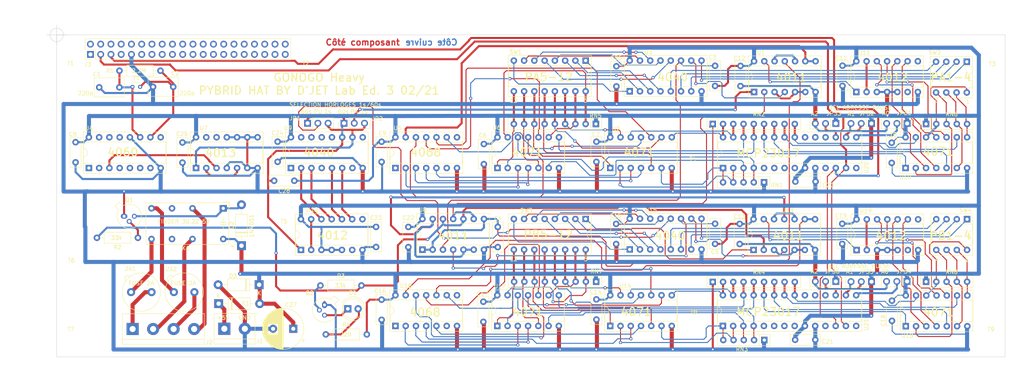
<source format=kicad_pcb>
(kicad_pcb (version 20171130) (host pcbnew "(5.1.8)-1")
  (title_block (title "GONOGO Heavy") (date 2021-01-31) (rev 1) (company "D'JET Conseil") (comment 1 "Conception : Jacques Ehrlich"))
  (layers (0 F.Cu signal) (31 B.Cu signal) (34 B.Paste user hide) (35 F.Paste user hide) (36 B.SilkS user hide) (37 F.SilkS user) (38 B.Mask user hide) (39 F.Mask user hide) (44 Edge.Cuts user))
  (net 0 "")
  (net 1 "Net-(2A1-Pad2)")
  (net 2 "Net-(2A1-Pad1)")
  (net 3 "Net-(2A2-Pad1)")
  (net 4 "Net-(2A2-Pad2)")
  (net 5 GND)
  (net 6 "Net-(C1-Pad1)")
  (net 7 "Net-(C2-Pad1)")
  (net 8 VDD)
  (net 9 "Net-(D1-Pad1)")
  (net 10 "Net-(D1-Pad2)")
  (net 11 "Net-(D2-Pad2)")
  (net 12 "Net-(F1-Pad1)")
  (net 13 "Net-(J2-Pad2)")
  (net 14 "Net-(J2-Pad4)")
  (net 15 "Net-(J3-Pad1)")
  (net 16 "Net-(J3-Pad2)")
  (net 17 "Net-(J3-Pad4)")
  (net 18 "Net-(J3-Pad7)")
  (net 19 "Net-(J3-Pad8)")
  (net 20 "Net-(J3-Pad10)")
  (net 21 "Net-(J3-Pad11)")
  (net 22 "Net-(J3-Pad12)")
  (net 23 "Net-(J3-Pad13)")
  (net 24 "Net-(J3-Pad14)")
  (net 25 "Net-(J3-Pad15)")
  (net 26 "Net-(J3-Pad16)")
  (net 27 "Net-(J3-Pad17)")
  (net 28 "Net-(J3-Pad18)")
  (net 29 "Net-(J3-Pad19)")
  (net 30 "Net-(J3-Pad20)")
  (net 31 "Net-(J3-Pad21)")
  (net 32 "Net-(J3-Pad22)")
  (net 33 "Net-(J3-Pad23)")
  (net 34 "Net-(J3-Pad24)")
  (net 35 "Net-(J3-Pad25)")
  (net 36 "Net-(J3-Pad26)")
  (net 37 "Net-(J3-Pad27)")
  (net 38 "Net-(J3-Pad28)")
  (net 39 "Net-(J3-Pad29)")
  (net 40 "Net-(J3-Pad30)")
  (net 41 "Net-(J3-Pad31)")
  (net 42 "Net-(J3-Pad32)")
  (net 43 "Net-(J3-Pad33)")
  (net 44 "Net-(J3-Pad34)")
  (net 45 "Net-(J3-Pad35)")
  (net 46 "Net-(J3-Pad36)")
  (net 47 "Net-(J3-Pad37)")
  (net 48 "Net-(J3-Pad38)")
  (net 49 "Net-(J3-Pad39)")
  (net 50 "Net-(J3-Pad40)")
  (net 51 "/Pulse-pause timer 1 de 2/60sec")
  (net 52 "/Pulse-pause timer 1 de 2/CLK-PULSE")
  (net 53 "/Pulse-pause timer 1 de 2/1sec")
  (net 54 "/Pulse-pause timer 1 de 2/CLK-PAUSE")
  (net 55 "Net-(JP31-Pad2)")
  (net 56 "Net-(JP32-Pad2)")
  (net 57 "Net-(JP33-Pad2)")
  (net 58 "Net-(JP34-Pad2)")
  (net 59 "Net-(JP35-Pad2)")
  (net 60 "Net-(JP36-Pad2)")
  (net 61 "Net-(K1-Pad22)")
  (net 62 "Net-(K1-Pad12)")
  (net 63 "Net-(Q1-Pad2)")
  (net 64 "Net-(Q2-Pad2)")
  (net 65 "/Pulse-pause timer 1 de 2/PULSE_ENABLE")
  (net 66 "/Pulse-pause timer 1 de 2/P4")
  (net 67 "/Pulse-pause timer 1 de 2/P3")
  (net 68 "/Pulse-pause timer 1 de 2/P2")
  (net 69 "/Pulse-pause timer 1 de 2/P1")
  (net 70 "/Pulse-pause timer 1 de 2/P12")
  (net 71 "/Pulse-pause timer 1 de 2/P11")
  (net 72 "/Pulse-pause timer 1 de 2/P10")
  (net 73 "/Pulse-pause timer 1 de 2/P9")
  (net 74 "/Pulse-pause timer 1 de 2/P8")
  (net 75 "/Pulse-pause timer 1 de 2/P7")
  (net 76 "/Pulse-pause timer 1 de 2/P6")
  (net 77 "/Pulse-pause timer 1 de 2/P5")
  (net 78 "/Pulse-pause timer 1 de 2/U1")
  (net 79 "/Pulse-pause timer 1 de 2/U2")
  (net 80 "/Pulse-pause timer 1 de 2/U3")
  (net 81 "/Pulse-pause timer 1 de 2/U4")
  (net 82 "/Pulse-pause timer 1 de 2/U5")
  (net 83 "/Pulse-pause timer 1 de 2/U6")
  (net 84 "/Pulse-pause timer 1 de 2/U7")
  (net 85 "/Pulse-pause timer 1 de 2/U8")
  (net 86 "/Pulse-pause timer 1 de 2/U9")
  (net 87 "/Pulse-pause timer 1 de 2/U10")
  (net 88 "/Pulse-pause timer 1 de 2/U11")
  (net 89 "/Pulse-pause timer 1 de 2/U12")
  (net 90 "/Pulse-pause timer 1 de 2/PA8")
  (net 91 "/Pulse-pause timer 1 de 2/PA7")
  (net 92 "/Pulse-pause timer 1 de 2/PA6")
  (net 93 "/Pulse-pause timer 1 de 2/PA5")
  (net 94 "/Pulse-pause timer 1 de 2/PA4")
  (net 95 "/Pulse-pause timer 1 de 2/PA3")
  (net 96 "/Pulse-pause timer 1 de 2/PA2")
  (net 97 "/Pulse-pause timer 1 de 2/PA1")
  (net 98 "/Pulse-pause timer 1 de 2/PA9")
  (net 99 "/Pulse-pause timer 1 de 2/PA10")
  (net 100 "/Pulse-pause timer 1 de 2/PA11")
  (net 101 "/Pulse-pause timer 1 de 2/PA12")
  (net 102 "/Pulse-pause timer 1 de 2/PU1")
  (net 103 "/Pulse-pause timer 1 de 2/PU2")
  (net 104 "/Pulse-pause timer 1 de 2/PU3")
  (net 105 "/Pulse-pause timer 1 de 2/PU4")
  (net 106 "/Pulse-pause timer 1 de 2/PU5")
  (net 107 "/Pulse-pause timer 1 de 2/PU6")
  (net 108 "/Pulse-pause timer 1 de 2/PU7")
  (net 109 "/Pulse-pause timer 1 de 2/PU8")
  (net 110 "/Pulse-pause timer 1 de 2/PU12")
  (net 111 "/Pulse-pause timer 1 de 2/PU11")
  (net 112 "/Pulse-pause timer 1 de 2/PU10")
  (net 113 "/Pulse-pause timer 1 de 2/PU9")
  (net 114 "Net-(SW1-Pad1)")
  (net 115 "Net-(SW1-Pad2)")
  (net 116 "Net-(SW1-Pad3)")
  (net 117 "Net-(SW1-Pad4)")
  (net 118 "Net-(SW1-Pad5)")
  (net 119 "Net-(SW1-Pad6)")
  (net 120 "Net-(SW1-Pad7)")
  (net 121 "Net-(SW1-Pad8)")
  (net 122 "Net-(SW2-Pad1)")
  (net 123 "Net-(SW2-Pad2)")
  (net 124 "Net-(SW2-Pad3)")
  (net 125 "Net-(SW2-Pad4)")
  (net 126 "Net-(SW3-Pad8)")
  (net 127 "Net-(SW3-Pad7)")
  (net 128 "Net-(SW3-Pad6)")
  (net 129 "Net-(SW3-Pad5)")
  (net 130 "Net-(SW3-Pad4)")
  (net 131 "Net-(SW3-Pad3)")
  (net 132 "Net-(SW3-Pad2)")
  (net 133 "Net-(SW3-Pad1)")
  (net 134 "Net-(SW4-Pad4)")
  (net 135 "Net-(SW4-Pad3)")
  (net 136 "Net-(SW4-Pad2)")
  (net 137 "Net-(SW4-Pad1)")
  (net 138 "Net-(U1-Pad3)")
  (net 139 "Net-(U1-Pad4)")
  (net 140 "Net-(U1-Pad8)")
  (net 141 "/Pulse-pause timer 1 de 2/PAUSE_ENABLE")
  (net 142 "Net-(U4-Pad1)")
  (net 143 "Net-(U4-Pad2)")
  (net 144 "Net-(U4-Pad9)")
  (net 145 "/Pulse-pause timer 1 de 2/500ms")
  (net 146 "Net-(U4-Pad4)")
  (net 147 "Net-(U4-Pad5)")
  (net 148 "Net-(U4-Pad6)")
  (net 149 "Net-(U4-Pad13)")
  (net 150 "Net-(U4-Pad7)")
  (net 151 "Net-(U4-Pad14)")
  (net 152 "Net-(U5-Pad1)")
  (net 153 "Net-(U7-Pad13)")
  (net 154 "Net-(U7-Pad12)")
  (net 155 "Net-(U7-Pad2)")
  (net 156 "Net-(U9-Pad1)")
  (net 157 "Net-(U9-Pad9)")
  (net 158 "Net-(U9-Pad4)")
  (net 159 "Net-(U9-Pad12)")
  (net 160 "Net-(U9-Pad13)")
  (net 161 "Net-(U9-Pad14)")
  (net 162 "Net-(U9-Pad7)")
  (net 163 "Net-(U9-Pad15)")
  (net 164 "Net-(U13-Pad3)")
  (net 165 "Net-(U13-Pad4)")
  (net 166 "Net-(U13-Pad8)")
  (net 167 "Net-(U16-Pad1)")
  (net 168 "Net-(U20-Pad14)")
  (net 169 "Net-(U20-Pad11)")
  (net 170 "Net-(U20-Pad8)")
  (net 171 "Net-(U20-Pad7)")
  (net 172 "Net-(U20-Pad20)")
  (net 173 "Net-(U20-Pad6)")
  (net 174 "Net-(U20-Pad19)")
  (net 175 "Net-(U20-Pad5)")
  (net 176 "Net-(U20-Pad18)")
  (net 177 "Net-(U21-Pad18)")
  (net 178 "Net-(U21-Pad5)")
  (net 179 "Net-(U21-Pad19)")
  (net 180 "Net-(U21-Pad6)")
  (net 181 "Net-(U21-Pad20)")
  (net 182 "Net-(U21-Pad7)")
  (net 183 "Net-(U21-Pad8)")
  (net 184 "Net-(U21-Pad11)")
  (net 185 "Net-(U21-Pad14)")
  (net 186 "Net-(U4-Pad15)")
  (net 187 "/Pulse-pause timer 1 de 2/PPA10")
  (net 188 "/Pulse-pause timer 1 de 2/PPA8")
  (net 189 "/Pulse-pause timer 1 de 2/PPA9")
  (net 190 "/Pulse-pause timer 1 de 2/PPA7")
  (net 191 "/Pulse-pause timer 1 de 2/PPA12")
  (net 192 "/Pulse-pause timer 1 de 2/PPA11")
  (net 193 "/Pulse-pause timer 1 de 2/PPA6")
  (net 194 "/Pulse-pause timer 1 de 2/PPA5")
  (net 195 "/Pulse-pause timer 1 de 2/PPA4")
  (net 196 "/Pulse-pause timer 1 de 2/PPA2")
  (net 197 "/Pulse-pause timer 1 de 2/PPA3")
  (net 198 "/Pulse-pause timer 1 de 2/PPA1")
  (net 199 "Net-(U11-Pad13)")
  (net 200 "/Pulse-pause timer 2 de 2/SDA")
  (net 201 "/Pulse-pause timer 2 de 2/SCK")
  (net 202 "/Pulse-pause timer 1 de 2/RSTPA")
  (net 203 "/Pulse-pause timer 1 de 2/RSTPU")
  (net 204 "/Pulse-pause timer 1 de 2/&PPA1-4")
  (net 205 "/Pulse-pause timer 1 de 2/&PPA5-12")
  (net 206 "/Pulse-pause timer 1 de 2/&PPU5-12")
  (net 207 "/Pulse-pause timer 1 de 2/&PPU1-4")
  (net 208 "/Pulse-pause timer 1 de 2/PPU7")
  (net 209 "/Pulse-pause timer 1 de 2/PPU9")
  (net 210 "/Pulse-pause timer 1 de 2/PPU8")
  (net 211 "/Pulse-pause timer 1 de 2/PPU10")
  (net 212 "/Pulse-pause timer 1 de 2/PPU12")
  (net 213 "/Pulse-pause timer 1 de 2/PPU11")
  (net 214 "/Pulse-pause timer 1 de 2/PPU6")
  (net 215 "/Pulse-pause timer 1 de 2/PPU5")
  (net 216 "/Pulse-pause timer 1 de 2/PPU1")
  (net 217 "/Pulse-pause timer 1 de 2/PPU3")
  (net 218 "/Pulse-pause timer 1 de 2/PPU2")
  (net 219 "/Pulse-pause timer 1 de 2/PPU4")
  (net 220 "Net-(U19-Pad13)")
  (net 221 "Net-(U12-Pad12)")
  (net 222 "Net-(U12-Pad11)")
  (net 223 "Net-(U12-Pad10)")
  (net 224 "Net-(U12-Pad9)")
  (net 225 "Net-(U12-Pad13)")
  (net 226 "Net-(J3-Pad6)")
  (net 227 "/Pulse-pause timer 1 de 2/~&PPA1-12")
  (net 228 "/Pulse-pause timer 1 de 2/~&PUA1-12")
  (module Resistor_THT:R_Array_SIP5 (layer F.Cu) (at 251.7513 126.0729)
    (fp_text reference RN8 (at 6.35 -2.4) (layer F.SilkS))
    (fp_text value R_Network04)
    (pad 1 thru_hole rect (at 0 0) (size 1.6 1.6) (drill 0.8) (layers *.Cu *.Mask) (net 8 VDD))
    (pad 2 thru_hole oval (at 2.54 0) (size 1.6 1.6) (drill 0.8) (layers *.Cu *.Mask) (net 102 "/Pulse-pause timer 1 de 2/PU1"))
    (pad 3 thru_hole oval (at 5.08 0) (size 1.6 1.6) (drill 0.8) (layers *.Cu *.Mask) (net 105 "/Pulse-pause timer 1 de 2/PU4"))
    (pad 4 thru_hole oval (at 7.62 0) (size 1.6 1.6) (drill 0.8) (layers *.Cu *.Mask) (net 104 "/Pulse-pause timer 1 de 2/PU3"))
    (pad 5 thru_hole oval (at 10.16 0) (size 1.6 1.6) (drill 0.8) (layers *.Cu *.Mask) (net 103 "/Pulse-pause timer 1 de 2/PU2"))
  )
  (module MountingHole:MountingHole_2.7mm_M2.5_DIN965 (layer F.Cu) (at 92.4179 107.5817)
    (fp_text reference T5 (at 0.2347 3.5104) (layer F.SilkS))
    (fp_text value MountingHole_2.7mm_M2.5_DIN965)
    (pad 1 np_thru_hole circle (at 0 0) (size 2.7 2.7) (drill 2.7) (layers *.Cu *.Mask))
  )
  (module MountingHole:MountingHole_2.7mm_M2.5_DIN965 (layer F.Cu) (at 193.9544 98.9838)
    (fp_text reference T4 (at 0 -3.35) (layer F.SilkS))
    (fp_text value MountingHole_2.7mm_M2.5_DIN965)
    (pad 1 np_thru_hole circle (at 0 0) (size 2.7 2.7) (drill 2.7) (layers *.Cu *.Mask))
  )
  (module MountingHole:MountingHole_2.7mm_M2.5_DIN965 (layer F.Cu) (at 194.1957 137.033)
    (fp_text reference T8 (at 0 -3.35) (layer F.SilkS))
    (fp_text value MountingHole_2.7mm_M2.5_DIN965)
    (pad 1 np_thru_hole circle (at 0 0) (size 2.7 2.7) (drill 2.7) (layers *.Cu *.Mask))
  )
  (module Package_DIP:DIP-14_W7.62mm_Socket (layer F.Cu) (at 234.5363 118.2227 90)
    (fp_text reference U19 (at 9.8155 2.286 180) (layer F.SilkS))
    (fp_text value 4012)
    (pad 14 thru_hole oval (at 7.62 0 90) (size 1.6 1.6) (drill 0.8) (layers *.Cu *.Mask) (net 8 VDD))
    (pad 7 thru_hole oval (at 0 15.24 90) (size 1.6 1.6) (drill 0.8) (layers *.Cu *.Mask) (net 5 GND))
    (pad 13 thru_hole oval (at 7.62 2.54 90) (size 1.6 1.6) (drill 0.8) (layers *.Cu *.Mask) (net 220 "Net-(U19-Pad13)"))
    (pad 6 thru_hole oval (at 0 12.7 90) (size 1.6 1.6) (drill 0.8) (layers *.Cu *.Mask))
    (pad 12 thru_hole oval (at 7.62 5.08 90) (size 1.6 1.6) (drill 0.8) (layers *.Cu *.Mask) (net 216 "/Pulse-pause timer 1 de 2/PPU1"))
    (pad 5 thru_hole oval (at 0 10.16 90) (size 1.6 1.6) (drill 0.8) (layers *.Cu *.Mask) (net 8 VDD))
    (pad 11 thru_hole oval (at 7.62 7.62 90) (size 1.6 1.6) (drill 0.8) (layers *.Cu *.Mask) (net 218 "/Pulse-pause timer 1 de 2/PPU2"))
    (pad 4 thru_hole oval (at 0 7.62 90) (size 1.6 1.6) (drill 0.8) (layers *.Cu *.Mask) (net 8 VDD))
    (pad 10 thru_hole oval (at 7.62 10.16 90) (size 1.6 1.6) (drill 0.8) (layers *.Cu *.Mask) (net 219 "/Pulse-pause timer 1 de 2/PPU4"))
    (pad 3 thru_hole oval (at 0 5.08 90) (size 1.6 1.6) (drill 0.8) (layers *.Cu *.Mask) (net 8 VDD))
    (pad 9 thru_hole oval (at 7.62 12.7 90) (size 1.6 1.6) (drill 0.8) (layers *.Cu *.Mask) (net 217 "/Pulse-pause timer 1 de 2/PPU3"))
    (pad 2 thru_hole oval (at 0 2.54 90) (size 1.6 1.6) (drill 0.8) (layers *.Cu *.Mask) (net 220 "Net-(U19-Pad13)"))
    (pad 8 thru_hole oval (at 7.62 15.24 90) (size 1.6 1.6) (drill 0.8) (layers *.Cu *.Mask))
    (pad 1 thru_hole rect (at 0 0 90) (size 1.6 1.6) (drill 0.8) (layers *.Cu *.Mask) (net 207 "/Pulse-pause timer 1 de 2/&PPU1-4"))
  )
  (module Package_DIP:DIP-14_W7.62mm_Socket (layer F.Cu) (at 209.1363 79.0067 90)
    (fp_text reference U1 (at 9.779 1.7145 180) (layer F.SilkS))
    (fp_text value 4011)
    (pad 14 thru_hole oval (at 7.62 0 90) (size 1.6 1.6) (drill 0.8) (layers *.Cu *.Mask) (net 8 VDD))
    (pad 7 thru_hole oval (at 0 15.24 90) (size 1.6 1.6) (drill 0.8) (layers *.Cu *.Mask) (net 5 GND))
    (pad 13 thru_hole oval (at 7.62 2.54 90) (size 1.6 1.6) (drill 0.8) (layers *.Cu *.Mask) (net 204 "/Pulse-pause timer 1 de 2/&PPA1-4"))
    (pad 6 thru_hole oval (at 0 12.7 90) (size 1.6 1.6) (drill 0.8) (layers *.Cu *.Mask) (net 138 "Net-(U1-Pad3)"))
    (pad 12 thru_hole oval (at 7.62 5.08 90) (size 1.6 1.6) (drill 0.8) (layers *.Cu *.Mask) (net 205 "/Pulse-pause timer 1 de 2/&PPA5-12"))
    (pad 5 thru_hole oval (at 0 10.16 90) (size 1.6 1.6) (drill 0.8) (layers *.Cu *.Mask) (net 138 "Net-(U1-Pad3)"))
    (pad 11 thru_hole oval (at 7.62 7.62 90) (size 1.6 1.6) (drill 0.8) (layers *.Cu *.Mask) (net 227 "/Pulse-pause timer 1 de 2/~&PPA1-12"))
    (pad 4 thru_hole oval (at 0 7.62 90) (size 1.6 1.6) (drill 0.8) (layers *.Cu *.Mask) (net 139 "Net-(U1-Pad4)"))
    (pad 10 thru_hole oval (at 7.62 10.16 90) (size 1.6 1.6) (drill 0.8) (layers *.Cu *.Mask) (net 205 "/Pulse-pause timer 1 de 2/&PPA5-12"))
    (pad 3 thru_hole oval (at 0 5.08 90) (size 1.6 1.6) (drill 0.8) (layers *.Cu *.Mask) (net 138 "Net-(U1-Pad3)"))
    (pad 9 thru_hole oval (at 7.62 12.7 90) (size 1.6 1.6) (drill 0.8) (layers *.Cu *.Mask) (net 140 "Net-(U1-Pad8)"))
    (pad 2 thru_hole oval (at 0 2.54 90) (size 1.6 1.6) (drill 0.8) (layers *.Cu *.Mask) (net 141 "/Pulse-pause timer 1 de 2/PAUSE_ENABLE"))
    (pad 8 thru_hole oval (at 7.62 15.24 90) (size 1.6 1.6) (drill 0.8) (layers *.Cu *.Mask) (net 140 "Net-(U1-Pad8)"))
    (pad 1 thru_hole rect (at 0 0 90) (size 1.6 1.6) (drill 0.8) (layers *.Cu *.Mask) (net 54 "/Pulse-pause timer 1 de 2/CLK-PAUSE"))
  )
  (module Package_DIP:DIP-14_W7.62mm_Socket (layer F.Cu) (at 120.2998 137.0457 90)
    (fp_text reference U16 (at 9.9568 2.5854 180) (layer F.SilkS))
    (fp_text value 4068)
    (pad 1 thru_hole rect (at 0 0 90) (size 1.6 1.6) (drill 0.8) (layers *.Cu *.Mask) (net 167 "Net-(U16-Pad1)"))
    (pad 8 thru_hole oval (at 7.62 15.24 90) (size 1.6 1.6) (drill 0.8) (layers *.Cu *.Mask))
    (pad 2 thru_hole oval (at 0 2.54 90) (size 1.6 1.6) (drill 0.8) (layers *.Cu *.Mask) (net 212 "/Pulse-pause timer 1 de 2/PPU12"))
    (pad 9 thru_hole oval (at 7.62 12.7 90) (size 1.6 1.6) (drill 0.8) (layers *.Cu *.Mask) (net 208 "/Pulse-pause timer 1 de 2/PPU7"))
    (pad 3 thru_hole oval (at 0 5.08 90) (size 1.6 1.6) (drill 0.8) (layers *.Cu *.Mask) (net 213 "/Pulse-pause timer 1 de 2/PPU11"))
    (pad 10 thru_hole oval (at 7.62 10.16 90) (size 1.6 1.6) (drill 0.8) (layers *.Cu *.Mask) (net 210 "/Pulse-pause timer 1 de 2/PPU8"))
    (pad 4 thru_hole oval (at 0 7.62 90) (size 1.6 1.6) (drill 0.8) (layers *.Cu *.Mask) (net 211 "/Pulse-pause timer 1 de 2/PPU10"))
    (pad 11 thru_hole oval (at 7.62 7.62 90) (size 1.6 1.6) (drill 0.8) (layers *.Cu *.Mask) (net 214 "/Pulse-pause timer 1 de 2/PPU6"))
    (pad 5 thru_hole oval (at 0 10.16 90) (size 1.6 1.6) (drill 0.8) (layers *.Cu *.Mask) (net 209 "/Pulse-pause timer 1 de 2/PPU9"))
    (pad 12 thru_hole oval (at 7.62 5.08 90) (size 1.6 1.6) (drill 0.8) (layers *.Cu *.Mask) (net 215 "/Pulse-pause timer 1 de 2/PPU5"))
    (pad 6 thru_hole oval (at 0 12.7 90) (size 1.6 1.6) (drill 0.8) (layers *.Cu *.Mask))
    (pad 13 thru_hole oval (at 7.62 2.54 90) (size 1.6 1.6) (drill 0.8) (layers *.Cu *.Mask) (net 166 "Net-(U13-Pad8)"))
    (pad 7 thru_hole oval (at 0 15.24 90) (size 1.6 1.6) (drill 0.8) (layers *.Cu *.Mask) (net 5 GND))
    (pad 14 thru_hole oval (at 7.62 0 90) (size 1.6 1.6) (drill 0.8) (layers *.Cu *.Mask) (net 8 VDD))
  )
  (module Package_TO_SOT_THT:TO-18-3 (layer F.Cu) (at 102.7303 131.8387 270)
    (fp_text reference Q2 (at -2.9845 3.683) (layer F.SilkS))
    (fp_text value 2N2222)
    (pad 1 thru_hole oval (at 0 0 270) (size 1.6 1.2) (drill 0.7) (layers *.Cu *.Mask) (net 5 GND))
    (pad 2 thru_hole oval (at 1.27 1.27 270) (size 1.2 1.2) (drill 0.7) (layers *.Cu *.Mask) (net 64 "Net-(Q2-Pad2)"))
    (pad 3 thru_hole oval (at 2.54 0 270) (size 1.2 1.2) (drill 0.7) (layers *.Cu *.Mask) (net 9 "Net-(D1-Pad1)"))
  )
  (module MountingHole:MountingHole_2.7mm_M2.5_DIN965 (layer F.Cu) (at 267.8303 141.2367)
    (fp_text reference T9 (at 0 -3.35) (layer F.SilkS))
    (fp_text value MountingHole_2.7mm_M2.5_DIN965)
    (pad 1 np_thru_hole circle (at 0 0) (size 2.7 2.7) (drill 2.7) (layers *.Cu *.Mask))
  )
  (module MountingHole:MountingHole_2.7mm_M2.5_DIN965 (layer F.Cu) (at 267.8303 68.3387)
    (fp_text reference T3 (at 0.301 3.7465) (layer F.SilkS))
    (fp_text value MountingHole_2.7mm_M2.5_DIN965)
    (pad 1 np_thru_hole circle (at 0 0) (size 2.7 2.7) (drill 2.7) (layers *.Cu *.Mask))
  )
  (module Resistor_THT:R_Axial_DIN0207_L6.3mm_D2.5mm_P10.16mm_Horizontal (layer F.Cu) (at 56.5033 115.1702 180)
    (fp_text reference R2 (at 5.08 -2.37) (layer F.SilkS))
    (fp_text value 33K)
    (pad 2 thru_hole oval (at 10.16 0 180) (size 1.6 1.6) (drill 0.8) (layers *.Cu *.Mask) (net 65 "/Pulse-pause timer 1 de 2/PULSE_ENABLE"))
    (pad 1 thru_hole circle (at 0 0 180) (size 1.6 1.6) (drill 0.8) (layers *.Cu *.Mask) (net 63 "Net-(Q1-Pad2)"))
  )
  (module Package_TO_SOT_THT:TO-18-3 (layer F.Cu) (at 53.0743 109.8362)
    (fp_text reference Q1 (at 1.27 -4.02) (layer F.SilkS))
    (fp_text value 2N2222)
    (pad 3 thru_hole oval (at 2.54 0) (size 1.2 1.2) (drill 0.7) (layers *.Cu *.Mask) (net 11 "Net-(D2-Pad2)"))
    (pad 2 thru_hole oval (at 1.27 1.27) (size 1.2 1.2) (drill 0.7) (layers *.Cu *.Mask) (net 63 "Net-(Q1-Pad2)"))
    (pad 1 thru_hole oval (at 0 0) (size 1.6 1.2) (drill 0.7) (layers *.Cu *.Mask) (net 5 GND))
  )
  (module Capacitor_THT:C_Rect_L7.2mm_W4.5mm_P5.00mm_FKS2_FKP2_MKS2_MKP2 (layer F.Cu) (at 51.9173 77.8647 180)
    (fp_text reference C1 (at 5.575 3.2395) (layer F.SilkS))
    (fp_text value 220pF)
    (pad 2 thru_hole circle (at 5 0 180) (size 1.6 1.6) (drill 0.8) (layers *.Cu *.Mask) (net 5 GND))
    (pad 1 thru_hole circle (at 0 0 180) (size 1.6 1.6) (drill 0.8) (layers *.Cu *.Mask) (net 6 "Net-(C1-Pad1)"))
  )
  (module Package_DIP:DIP-16_W7.62mm_Socket (layer F.Cu) (at 44.3608 97.8662 90)
    (fp_text reference U4 (at 9.8425 0.014 180) (layer F.SilkS))
    (fp_text value 4060)
    (pad 1 thru_hole rect (at 0 0 90) (size 1.6 1.6) (drill 0.8) (layers *.Cu *.Mask) (net 142 "Net-(U4-Pad1)"))
    (pad 9 thru_hole oval (at 7.62 17.78 90) (size 1.6 1.6) (drill 0.8) (layers *.Cu *.Mask) (net 144 "Net-(U4-Pad9)"))
    (pad 2 thru_hole oval (at 0 2.54 90) (size 1.6 1.6) (drill 0.8) (layers *.Cu *.Mask) (net 143 "Net-(U4-Pad2)"))
    (pad 10 thru_hole oval (at 7.62 15.24 90) (size 1.6 1.6) (drill 0.8) (layers *.Cu *.Mask) (net 7 "Net-(C2-Pad1)"))
    (pad 3 thru_hole oval (at 0 5.08 90) (size 1.6 1.6) (drill 0.8) (layers *.Cu *.Mask) (net 145 "/Pulse-pause timer 1 de 2/500ms"))
    (pad 11 thru_hole oval (at 7.62 12.7 90) (size 1.6 1.6) (drill 0.8) (layers *.Cu *.Mask) (net 6 "Net-(C1-Pad1)"))
    (pad 4 thru_hole oval (at 0 7.62 90) (size 1.6 1.6) (drill 0.8) (layers *.Cu *.Mask) (net 146 "Net-(U4-Pad4)"))
    (pad 12 thru_hole oval (at 7.62 10.16 90) (size 1.6 1.6) (drill 0.8) (layers *.Cu *.Mask) (net 5 GND))
    (pad 5 thru_hole oval (at 0 10.16 90) (size 1.6 1.6) (drill 0.8) (layers *.Cu *.Mask) (net 147 "Net-(U4-Pad5)"))
    (pad 13 thru_hole oval (at 7.62 7.62 90) (size 1.6 1.6) (drill 0.8) (layers *.Cu *.Mask) (net 149 "Net-(U4-Pad13)"))
    (pad 6 thru_hole oval (at 0 12.7 90) (size 1.6 1.6) (drill 0.8) (layers *.Cu *.Mask) (net 148 "Net-(U4-Pad6)"))
    (pad 14 thru_hole oval (at 7.62 5.08 90) (size 1.6 1.6) (drill 0.8) (layers *.Cu *.Mask) (net 151 "Net-(U4-Pad14)"))
    (pad 7 thru_hole oval (at 0 15.24 90) (size 1.6 1.6) (drill 0.8) (layers *.Cu *.Mask) (net 150 "Net-(U4-Pad7)"))
    (pad 15 thru_hole oval (at 7.62 2.54 90) (size 1.6 1.6) (drill 0.8) (layers *.Cu *.Mask) (net 186 "Net-(U4-Pad15)"))
    (pad 8 thru_hole oval (at 0 17.78 90) (size 1.6 1.6) (drill 0.8) (layers *.Cu *.Mask) (net 5 GND))
    (pad 16 thru_hole oval (at 7.62 0 90) (size 1.6 1.6) (drill 0.8) (layers *.Cu *.Mask) (net 8 VDD))
  )
  (module Diode_THT:D_DO-41_SOD81_P10.16mm_Horizontal (layer F.Cu) (at 76.5058 131.5212)
    (fp_text reference F1 (at 6.6665 -0.0635) (layer F.SilkS))
    (fp_text value "1,1A PTC")
    (fp_text user K (at -0.0645 -1.9685) (layer F.SilkS))
    (pad 1 thru_hole rect (at 0 0) (size 2.2 2.2) (drill 1.1) (layers *.Cu *.Mask) (net 12 "Net-(F1-Pad1)"))
    (pad 2 thru_hole oval (at 10.16 0) (size 2.2 2.2) (drill 1.1) (layers *.Cu *.Mask) (net 8 VDD))
  )
  (module Package_DIP:DIP-16_W7.62mm_Socket (layer F.Cu) (at 94.4128 97.8662 90)
    (fp_text reference U9 (at 9.9187 -0.7503 180) (layer F.SilkS))
    (fp_text value 4040)
    (pad 1 thru_hole rect (at 0 0 90) (size 1.6 1.6) (drill 0.8) (layers *.Cu *.Mask) (net 156 "Net-(U9-Pad1)"))
    (pad 9 thru_hole oval (at 7.62 17.78 90) (size 1.6 1.6) (drill 0.8) (layers *.Cu *.Mask) (net 157 "Net-(U9-Pad9)"))
    (pad 2 thru_hole oval (at 0 2.54 90) (size 1.6 1.6) (drill 0.8) (layers *.Cu *.Mask) (net 221 "Net-(U12-Pad12)"))
    (pad 10 thru_hole oval (at 7.62 15.24 90) (size 1.6 1.6) (drill 0.8) (layers *.Cu *.Mask) (net 53 "/Pulse-pause timer 1 de 2/1sec"))
    (pad 3 thru_hole oval (at 0 5.08 90) (size 1.6 1.6) (drill 0.8) (layers *.Cu *.Mask) (net 222 "Net-(U12-Pad11)"))
    (pad 11 thru_hole oval (at 7.62 12.7 90) (size 1.6 1.6) (drill 0.8) (layers *.Cu *.Mask) (net 51 "/Pulse-pause timer 1 de 2/60sec"))
    (pad 4 thru_hole oval (at 0 7.62 90) (size 1.6 1.6) (drill 0.8) (layers *.Cu *.Mask) (net 158 "Net-(U9-Pad4)"))
    (pad 12 thru_hole oval (at 7.62 10.16 90) (size 1.6 1.6) (drill 0.8) (layers *.Cu *.Mask) (net 159 "Net-(U9-Pad12)"))
    (pad 5 thru_hole oval (at 0 10.16 90) (size 1.6 1.6) (drill 0.8) (layers *.Cu *.Mask) (net 223 "Net-(U12-Pad10)"))
    (pad 13 thru_hole oval (at 7.62 7.62 90) (size 1.6 1.6) (drill 0.8) (layers *.Cu *.Mask) (net 160 "Net-(U9-Pad13)"))
    (pad 6 thru_hole oval (at 0 12.7 90) (size 1.6 1.6) (drill 0.8) (layers *.Cu *.Mask) (net 224 "Net-(U12-Pad9)"))
    (pad 14 thru_hole oval (at 7.62 5.08 90) (size 1.6 1.6) (drill 0.8) (layers *.Cu *.Mask) (net 161 "Net-(U9-Pad14)"))
    (pad 7 thru_hole oval (at 0 15.24 90) (size 1.6 1.6) (drill 0.8) (layers *.Cu *.Mask) (net 162 "Net-(U9-Pad7)"))
    (pad 15 thru_hole oval (at 7.62 2.54 90) (size 1.6 1.6) (drill 0.8) (layers *.Cu *.Mask) (net 163 "Net-(U9-Pad15)"))
    (pad 8 thru_hole oval (at 0 17.78 90) (size 1.6 1.6) (drill 0.8) (layers *.Cu *.Mask) (net 5 GND))
    (pad 16 thru_hole oval (at 7.62 0 90) (size 1.6 1.6) (drill 0.8) (layers *.Cu *.Mask) (net 8 VDD))
  )
  (module Package_DIP:DIP-14_W7.62mm_Socket (layer F.Cu) (at 246.6648 97.8662 90)
    (fp_text reference U10 (at -2.2606 -0.0435) (layer F.SilkS))
    (fp_text value 4071)
    (pad 1 thru_hole rect (at 0 0 90) (size 1.6 1.6) (drill 0.8) (layers *.Cu *.Mask) (net 66 "/Pulse-pause timer 1 de 2/P4"))
    (pad 8 thru_hole oval (at 7.62 15.24 90) (size 1.6 1.6) (drill 0.8) (layers *.Cu *.Mask) (net 96 "/Pulse-pause timer 1 de 2/PA2"))
    (pad 2 thru_hole oval (at 0 2.54 90) (size 1.6 1.6) (drill 0.8) (layers *.Cu *.Mask) (net 94 "/Pulse-pause timer 1 de 2/PA4"))
    (pad 9 thru_hole oval (at 7.62 12.7 90) (size 1.6 1.6) (drill 0.8) (layers *.Cu *.Mask) (net 68 "/Pulse-pause timer 1 de 2/P2"))
    (pad 3 thru_hole oval (at 0 5.08 90) (size 1.6 1.6) (drill 0.8) (layers *.Cu *.Mask) (net 195 "/Pulse-pause timer 1 de 2/PPA4"))
    (pad 10 thru_hole oval (at 7.62 10.16 90) (size 1.6 1.6) (drill 0.8) (layers *.Cu *.Mask) (net 196 "/Pulse-pause timer 1 de 2/PPA2"))
    (pad 4 thru_hole oval (at 0 7.62 90) (size 1.6 1.6) (drill 0.8) (layers *.Cu *.Mask) (net 197 "/Pulse-pause timer 1 de 2/PPA3"))
    (pad 11 thru_hole oval (at 7.62 7.62 90) (size 1.6 1.6) (drill 0.8) (layers *.Cu *.Mask) (net 198 "/Pulse-pause timer 1 de 2/PPA1"))
    (pad 5 thru_hole oval (at 0 10.16 90) (size 1.6 1.6) (drill 0.8) (layers *.Cu *.Mask) (net 67 "/Pulse-pause timer 1 de 2/P3"))
    (pad 12 thru_hole oval (at 7.62 5.08 90) (size 1.6 1.6) (drill 0.8) (layers *.Cu *.Mask) (net 97 "/Pulse-pause timer 1 de 2/PA1"))
    (pad 6 thru_hole oval (at 0 12.7 90) (size 1.6 1.6) (drill 0.8) (layers *.Cu *.Mask) (net 95 "/Pulse-pause timer 1 de 2/PA3"))
    (pad 13 thru_hole oval (at 7.62 2.54 90) (size 1.6 1.6) (drill 0.8) (layers *.Cu *.Mask) (net 69 "/Pulse-pause timer 1 de 2/P1"))
    (pad 7 thru_hole oval (at 0 15.24 90) (size 1.6 1.6) (drill 0.8) (layers *.Cu *.Mask) (net 5 GND))
    (pad 14 thru_hole oval (at 7.62 0 90) (size 1.6 1.6) (drill 0.8) (layers *.Cu *.Mask) (net 8 VDD))
  )
  (module Package_DIP:DIP-14_W7.62mm_Socket (layer F.Cu) (at 234.4728 79.0067 90)
    (fp_text reference U11 (at 9.779 1.9685 180) (layer F.SilkS))
    (fp_text value 4012)
    (pad 14 thru_hole oval (at 7.62 0 90) (size 1.6 1.6) (drill 0.8) (layers *.Cu *.Mask) (net 8 VDD))
    (pad 7 thru_hole oval (at 0 15.24 90) (size 1.6 1.6) (drill 0.8) (layers *.Cu *.Mask) (net 5 GND))
    (pad 13 thru_hole oval (at 7.62 2.54 90) (size 1.6 1.6) (drill 0.8) (layers *.Cu *.Mask) (net 199 "Net-(U11-Pad13)"))
    (pad 6 thru_hole oval (at 0 12.7 90) (size 1.6 1.6) (drill 0.8) (layers *.Cu *.Mask))
    (pad 12 thru_hole oval (at 7.62 5.08 90) (size 1.6 1.6) (drill 0.8) (layers *.Cu *.Mask) (net 198 "/Pulse-pause timer 1 de 2/PPA1"))
    (pad 5 thru_hole oval (at 0 10.16 90) (size 1.6 1.6) (drill 0.8) (layers *.Cu *.Mask) (net 8 VDD))
    (pad 11 thru_hole oval (at 7.62 7.62 90) (size 1.6 1.6) (drill 0.8) (layers *.Cu *.Mask) (net 196 "/Pulse-pause timer 1 de 2/PPA2"))
    (pad 4 thru_hole oval (at 0 7.62 90) (size 1.6 1.6) (drill 0.8) (layers *.Cu *.Mask) (net 8 VDD))
    (pad 10 thru_hole oval (at 7.62 10.16 90) (size 1.6 1.6) (drill 0.8) (layers *.Cu *.Mask) (net 195 "/Pulse-pause timer 1 de 2/PPA4"))
    (pad 3 thru_hole oval (at 0 5.08 90) (size 1.6 1.6) (drill 0.8) (layers *.Cu *.Mask) (net 8 VDD))
    (pad 9 thru_hole oval (at 7.62 12.7 90) (size 1.6 1.6) (drill 0.8) (layers *.Cu *.Mask) (net 197 "/Pulse-pause timer 1 de 2/PPA3"))
    (pad 2 thru_hole oval (at 0 2.54 90) (size 1.6 1.6) (drill 0.8) (layers *.Cu *.Mask) (net 199 "Net-(U11-Pad13)"))
    (pad 8 thru_hole oval (at 7.62 15.24 90) (size 1.6 1.6) (drill 0.8) (layers *.Cu *.Mask))
    (pad 1 thru_hole rect (at 0 0 90) (size 1.6 1.6) (drill 0.8) (layers *.Cu *.Mask) (net 204 "/Pulse-pause timer 1 de 2/&PPA1-4"))
  )
  (module Resistor_THT:R_Array_SIP5 (layer F.Cu) (at 251.7448 86.9442)
    (fp_text reference RN6 (at 6.35 -2.4) (layer F.SilkS))
    (fp_text value R_Network04)
    (pad 1 thru_hole rect (at 0 0) (size 1.6 1.6) (drill 0.8) (layers *.Cu *.Mask) (net 8 VDD))
    (pad 2 thru_hole oval (at 2.54 0) (size 1.6 1.6) (drill 0.8) (layers *.Cu *.Mask) (net 97 "/Pulse-pause timer 1 de 2/PA1"))
    (pad 3 thru_hole oval (at 5.08 0) (size 1.6 1.6) (drill 0.8) (layers *.Cu *.Mask) (net 94 "/Pulse-pause timer 1 de 2/PA4"))
    (pad 4 thru_hole oval (at 7.62 0) (size 1.6 1.6) (drill 0.8) (layers *.Cu *.Mask) (net 95 "/Pulse-pause timer 1 de 2/PA3"))
    (pad 5 thru_hole oval (at 10.16 0) (size 1.6 1.6) (drill 0.8) (layers *.Cu *.Mask) (net 96 "/Pulse-pause timer 1 de 2/PA2"))
  )
  (module MountingHole:MountingHole_2.7mm_M2.5_DIN965 (layer F.Cu) (at 39.878 141.224)
    (fp_text reference T7 (at 0 -3.35) (layer F.SilkS))
    (fp_text value MountingHole_2.7mm_M2.5_DIN965)
    (pad 1 np_thru_hole circle (at 0 0) (size 2.7 2.7) (drill 2.7) (layers *.Cu *.Mask))
  )
  (module MountingHole:MountingHole_2.7mm_M2.5_DIN965 (layer F.Cu) (at 39.8728 117.3462)
    (fp_text reference T6 (at 0.1195 3.4308) (layer F.SilkS))
    (fp_text value MountingHole_2.7mm_M2.5_DIN965)
    (pad 1 np_thru_hole circle (at 0 0) (size 2.7 2.7) (drill 2.7) (layers *.Cu *.Mask))
  )
  (module MountingHole:MountingHole_2.7mm_M2.5_DIN965 (layer F.Cu) (at 97.8728 68.3462)
    (fp_text reference T2 (at 0.2347 3.5104) (layer F.SilkS))
    (fp_text value MountingHole_2.7mm_M2.5_DIN965)
    (pad 1 np_thru_hole circle (at 0 0) (size 2.7 2.7) (drill 2.7) (layers *.Cu *.Mask))
  )
  (module MountingHole:MountingHole_2.7mm_M2.5_DIN965 (layer F.Cu) (at 39.8728 68.3462)
    (fp_text reference T1 (at -0.0583 3.5739) (layer F.SilkS))
    (fp_text value MountingHole_2.7mm_M2.5_DIN965)
    (pad 1 np_thru_hole circle (at 0 0) (size 2.7 2.7) (drill 2.7) (layers *.Cu *.Mask))
  )
  (module Fuse:Fuseholder_TR5_Littelfuse_No560_No460 (layer F.Cu) (at 59.8888 128.6637 180)
    (fp_text reference 2A1 (at 5.2915 5.842) (layer F.SilkS))
    (fp_text value Fuse_Small)
    (pad 1 thru_hole circle (at 0 0 180) (size 2 2) (drill 1) (layers *.Cu *.Mask) (net 2 "Net-(2A1-Pad1)"))
    (pad 2 thru_hole circle (at 5.08 0.01 180) (size 2 2) (drill 1) (layers *.Cu *.Mask) (net 1 "Net-(2A1-Pad2)"))
  )
  (module Fuse:Fuseholder_TR5_Littelfuse_No560_No460 (layer F.Cu) (at 70.4933 128.6637 180)
    (fp_text reference 2A2 (at 5.736 5.715) (layer F.SilkS))
    (fp_text value Fuse_Small)
    (pad 2 thru_hole circle (at 5.08 0.01 180) (size 2 2) (drill 1) (layers *.Cu *.Mask) (net 4 "Net-(2A2-Pad2)"))
    (pad 1 thru_hole circle (at 0 0 180) (size 2 2) (drill 1) (layers *.Cu *.Mask) (net 3 "Net-(2A2-Pad1)"))
  )
  (module Capacitor_THT:C_Rect_L7.2mm_W4.5mm_P5.00mm_FKS2_FKP2_MKS2_MKP2 (layer F.Cu) (at 65.2523 77.7377 180)
    (fp_text reference C2 (at -0.4575 3.303) (layer F.SilkS))
    (fp_text value 220pF)
    (pad 1 thru_hole circle (at 0 0 180) (size 1.6 1.6) (drill 0.8) (layers *.Cu *.Mask) (net 7 "Net-(C2-Pad1)"))
    (pad 2 thru_hole circle (at 5 0 180) (size 1.6 1.6) (drill 0.8) (layers *.Cu *.Mask) (net 5 GND))
  )
  (module Capacitor_THT:C_Rect_L7.2mm_W2.5mm_P5.00mm_FKS2_FKP2_MKS2_MKP2 (layer F.Cu) (at 199.4843 77.5067 90)
    (fp_text reference C3 (at 7.136 -0.635 180) (layer F.SilkS))
    (fp_text value 100nF)
    (pad 2 thru_hole circle (at 5 0 90) (size 1.6 1.6) (drill 0.8) (layers *.Cu *.Mask) (net 202 "/Pulse-pause timer 1 de 2/RSTPA"))
    (pad 1 thru_hole circle (at 0 0 90) (size 1.6 1.6) (drill 0.8) (layers *.Cu *.Mask) (net 8 VDD))
  )
  (module Capacitor_THT:C_Rect_L7.2mm_W2.5mm_P5.00mm_FKS2_FKP2_MKS2_MKP2 (layer F.Cu) (at 145.6573 117.4877 90)
    (fp_text reference C4 (at 7.112 0.0635 180) (layer F.SilkS))
    (fp_text value 100nF)
    (pad 2 thru_hole circle (at 5 0 90) (size 1.6 1.6) (drill 0.8) (layers *.Cu *.Mask) (net 227 "/Pulse-pause timer 1 de 2/~&PPA1-12"))
    (pad 1 thru_hole circle (at 0 0 90) (size 1.6 1.6) (drill 0.8) (layers *.Cu *.Mask) (net 5 GND))
  )
  (module Capacitor_THT:C_Rect_L7.2mm_W2.5mm_P5.00mm_FKS2_FKP2_MKS2_MKP2 (layer F.Cu) (at 142.2093 96.9137 90)
    (fp_text reference C6 (at 7.1247 -0.2721 180) (layer F.SilkS))
    (fp_text value 100nF)
    (pad 2 thru_hole circle (at 5 0 90) (size 1.6 1.6) (drill 0.8) (layers *.Cu *.Mask) (net 8 VDD))
    (pad 1 thru_hole circle (at 0 0 90) (size 1.6 1.6) (drill 0.8) (layers *.Cu *.Mask) (net 5 GND))
  )
  (module Capacitor_THT:C_Rect_L7.2mm_W2.5mm_P5.00mm_FKS2_FKP2_MKS2_MKP2 (layer F.Cu) (at 170.0858 96.3422 90)
    (fp_text reference C7 (at 6.858 -0.127 180) (layer F.SilkS))
    (fp_text value 100nF)
    (pad 2 thru_hole circle (at 5 0 90) (size 1.6 1.6) (drill 0.8) (layers *.Cu *.Mask) (net 8 VDD))
    (pad 1 thru_hole circle (at 0 0 90) (size 1.6 1.6) (drill 0.8) (layers *.Cu *.Mask) (net 5 GND))
  )
  (module Capacitor_THT:C_Rect_L7.2mm_W2.5mm_P5.00mm_FKS2_FKP2_MKS2_MKP2 (layer F.Cu) (at 41.0588 96.4692 90)
    (fp_text reference C8 (at 6.985 -0.6985 180) (layer F.SilkS))
    (fp_text value 100nF)
    (pad 2 thru_hole circle (at 5 0 90) (size 1.6 1.6) (drill 0.8) (layers *.Cu *.Mask) (net 8 VDD))
    (pad 1 thru_hole circle (at 0 0 90) (size 1.6 1.6) (drill 0.8) (layers *.Cu *.Mask) (net 5 GND))
  )
  (module Capacitor_THT:C_Rect_L7.2mm_W2.5mm_P5.00mm_FKS2_FKP2_MKS2_MKP2 (layer F.Cu) (at 116.8728 96.3422 90)
    (fp_text reference C9 (at 7.112 0.2105 180) (layer F.SilkS))
    (fp_text value 100nF)
    (pad 1 thru_hole circle (at 0 0 90) (size 1.6 1.6) (drill 0.8) (layers *.Cu *.Mask) (net 5 GND))
    (pad 2 thru_hole circle (at 5 0 90) (size 1.6 1.6) (drill 0.8) (layers *.Cu *.Mask) (net 8 VDD))
  )
  (module Capacitor_THT:C_Rect_L7.2mm_W2.5mm_P5.00mm_FKS2_FKP2_MKS2_MKP2 (layer F.Cu) (at 243.2378 96.5962 90)
    (fp_text reference C10 (at 7.0104 -0.1197 180) (layer F.SilkS))
    (fp_text value 100nF)
    (pad 2 thru_hole circle (at 5 0 90) (size 1.6 1.6) (drill 0.8) (layers *.Cu *.Mask) (net 8 VDD))
    (pad 1 thru_hole circle (at 0 0 90) (size 1.6 1.6) (drill 0.8) (layers *.Cu *.Mask) (net 5 GND))
  )
  (module Capacitor_THT:C_Rect_L7.2mm_W2.5mm_P5.00mm_FKS2_FKP2_MKS2_MKP2 (layer F.Cu) (at 231.0458 77.4827 90)
    (fp_text reference C11 (at 6.9215 -0.3175 180) (layer F.SilkS))
    (fp_text value 100nF)
    (pad 1 thru_hole circle (at 0 0 90) (size 1.6 1.6) (drill 0.8) (layers *.Cu *.Mask) (net 5 GND))
    (pad 2 thru_hole circle (at 5 0 90) (size 1.6 1.6) (drill 0.8) (layers *.Cu *.Mask) (net 8 VDD))
  )
  (module Capacitor_THT:C_Rect_L7.2mm_W2.5mm_P5.00mm_FKS2_FKP2_MKS2_MKP2 (layer F.Cu) (at 205.7728 77.5462 90)
    (fp_text reference C12 (at 6.9215 -0.254 180) (layer F.SilkS))
    (fp_text value 100nF)
    (pad 2 thru_hole circle (at 5 0 90) (size 1.6 1.6) (drill 0.8) (layers *.Cu *.Mask) (net 8 VDD))
    (pad 1 thru_hole circle (at 0 0 90) (size 1.6 1.6) (drill 0.8) (layers *.Cu *.Mask) (net 5 GND))
  )
  (module Capacitor_THT:C_Rect_L7.2mm_W2.5mm_P5.00mm_FKS2_FKP2_MKS2_MKP2 (layer F.Cu) (at 205.5823 116.7257 90)
    (fp_text reference C13 (at 6.858 -0.127 180) (layer F.SilkS))
    (fp_text value 100nF)
    (pad 1 thru_hole circle (at 0 0 90) (size 1.6 1.6) (drill 0.8) (layers *.Cu *.Mask) (net 5 GND))
    (pad 2 thru_hole circle (at 5 0 90) (size 1.6 1.6) (drill 0.8) (layers *.Cu *.Mask) (net 8 VDD))
  )
  (module Capacitor_THT:C_Rect_L7.2mm_W2.5mm_P5.00mm_FKS2_FKP2_MKS2_MKP2 (layer F.Cu) (at 170.0858 135.4582 90)
    (fp_text reference C14 (at 6.9215 -0.1905 180) (layer F.SilkS))
    (fp_text value 100nF)
    (pad 1 thru_hole circle (at 0 0 90) (size 1.6 1.6) (drill 0.8) (layers *.Cu *.Mask) (net 5 GND))
    (pad 2 thru_hole circle (at 5 0 90) (size 1.6 1.6) (drill 0.8) (layers *.Cu *.Mask) (net 8 VDD))
  )
  (module Capacitor_THT:C_Rect_L7.2mm_W2.5mm_P5.00mm_FKS2_FKP2_MKS2_MKP2 (layer F.Cu) (at 174.9733 116.7257 90)
    (fp_text reference C15 (at 6.985 -0.127 180) (layer F.SilkS))
    (fp_text value 100nF)
    (pad 1 thru_hole circle (at 0 0 90) (size 1.6 1.6) (drill 0.8) (layers *.Cu *.Mask) (net 5 GND))
    (pad 2 thru_hole circle (at 5 0 90) (size 1.6 1.6) (drill 0.8) (layers *.Cu *.Mask) (net 8 VDD))
  )
  (module Capacitor_THT:C_Rect_L7.2mm_W2.5mm_P5.00mm_FKS2_FKP2_MKS2_MKP2 (layer F.Cu) (at 116.8728 135.5217 90)
    (fp_text reference C16 (at 7.112 -0.3356 180) (layer F.SilkS))
    (fp_text value 100nF)
    (pad 1 thru_hole circle (at 0 0 90) (size 1.6 1.6) (drill 0.8) (layers *.Cu *.Mask) (net 5 GND))
    (pad 2 thru_hole circle (at 5 0 90) (size 1.6 1.6) (drill 0.8) (layers *.Cu *.Mask) (net 8 VDD))
  )
  (module Capacitor_THT:C_Rect_L7.2mm_W2.5mm_P5.00mm_FKS2_FKP2_MKS2_MKP2 (layer F.Cu) (at 142.0823 136.0297 90)
    (fp_text reference C17 (at 6.985 -0.254 180) (layer F.SilkS))
    (fp_text value 100nF)
    (pad 1 thru_hole circle (at 0 0 90) (size 1.6 1.6) (drill 0.8) (layers *.Cu *.Mask) (net 5 GND))
    (pad 2 thru_hole circle (at 5 0 90) (size 1.6 1.6) (drill 0.8) (layers *.Cu *.Mask) (net 8 VDD))
  )
  (module Capacitor_THT:C_Rect_L7.2mm_W2.5mm_P5.00mm_FKS2_FKP2_MKS2_MKP2 (layer F.Cu) (at 243.3013 135.7757 90)
    (fp_text reference C18 (at 0.0635 -2.159 90) (layer F.SilkS))
    (fp_text value 100nF)
    (pad 1 thru_hole circle (at 0 0 90) (size 1.6 1.6) (drill 0.8) (layers *.Cu *.Mask) (net 5 GND))
    (pad 2 thru_hole circle (at 5 0 90) (size 1.6 1.6) (drill 0.8) (layers *.Cu *.Mask) (net 8 VDD))
  )
  (module Capacitor_THT:C_Rect_L7.2mm_W2.5mm_P5.00mm_FKS2_FKP2_MKS2_MKP2 (layer F.Cu) (at 230.9823 116.6892 90)
    (fp_text reference C19 (at 7.012 -0.3175 180) (layer F.SilkS))
    (fp_text value 100nF)
    (pad 2 thru_hole circle (at 5 0 90) (size 1.6 1.6) (drill 0.8) (layers *.Cu *.Mask) (net 8 VDD))
    (pad 1 thru_hole circle (at 0 0 90) (size 1.6 1.6) (drill 0.8) (layers *.Cu *.Mask) (net 5 GND))
  )
  (module Capacitor_THT:C_Rect_L7.2mm_W2.5mm_P5.00mm_FKS2_FKP2_MKS2_MKP2 (layer F.Cu) (at 224.3763 101.2317 180)
    (fp_text reference C20 (at -3.1115 -0.889) (layer F.SilkS))
    (fp_text value 100nF)
    (pad 2 thru_hole circle (at 5 0 180) (size 1.6 1.6) (drill 0.8) (layers *.Cu *.Mask) (net 8 VDD))
    (pad 1 thru_hole circle (at 0 0 180) (size 1.6 1.6) (drill 0.8) (layers *.Cu *.Mask) (net 5 GND))
  )
  (module Capacitor_THT:C_Rect_L7.2mm_W2.5mm_P5.00mm_FKS2_FKP2_MKS2_MKP2 (layer F.Cu) (at 224.3128 140.4747 180)
    (fp_text reference C21 (at -3.048 -0.4445) (layer F.SilkS))
    (fp_text value 100nF)
    (pad 1 thru_hole circle (at 0 0 180) (size 1.6 1.6) (drill 0.8) (layers *.Cu *.Mask) (net 5 GND))
    (pad 2 thru_hole circle (at 5 0 180) (size 1.6 1.6) (drill 0.8) (layers *.Cu *.Mask) (net 8 VDD))
  )
  (module Capacitor_THT:C_Rect_L7.2mm_W2.5mm_P5.00mm_FKS2_FKP2_MKS2_MKP2 (layer F.Cu) (at 123.4978 117.4877 90)
    (fp_text reference C22 (at 7.239 0 180) (layer F.SilkS))
    (fp_text value 100nF)
    (pad 1 thru_hole circle (at 0 0 90) (size 1.6 1.6) (drill 0.8) (layers *.Cu *.Mask) (net 5 GND))
    (pad 2 thru_hole circle (at 5 0 90) (size 1.6 1.6) (drill 0.8) (layers *.Cu *.Mask) (net 8 VDD))
  )
  (module Capacitor_THT:C_Rect_L7.2mm_W2.5mm_P5.00mm_FKS2_FKP2_MKS2_MKP2 (layer F.Cu) (at 115.5023 112.4712 270)
    (fp_text reference C23 (at -2.2225 0 180) (layer F.SilkS))
    (fp_text value 100nF)
    (pad 1 thru_hole circle (at 0 0 270) (size 1.6 1.6) (drill 0.8) (layers *.Cu *.Mask) (net 8 VDD))
    (pad 2 thru_hole circle (at 5 0 270) (size 1.6 1.6) (drill 0.8) (layers *.Cu *.Mask) (net 5 GND))
  )
  (module Capacitor_THT:C_Rect_L7.2mm_W2.5mm_P5.00mm_FKS2_FKP2_MKS2_MKP2 (layer F.Cu) (at 91.1128 91.3257 270)
    (fp_text reference C24 (at -2.1082 0.0518 180) (layer F.SilkS))
    (fp_text value 100nF)
    (pad 2 thru_hole circle (at 5 0 270) (size 1.6 1.6) (drill 0.8) (layers *.Cu *.Mask) (net 5 GND))
    (pad 1 thru_hole circle (at 0 0 270) (size 1.6 1.6) (drill 0.8) (layers *.Cu *.Mask) (net 8 VDD))
  )
  (module Capacitor_THT:C_Rect_L7.2mm_W2.5mm_P5.00mm_FKS2_FKP2_MKS2_MKP2 (layer F.Cu) (at 67.5403 96.5327 90)
    (fp_text reference C25 (at 7.112 -0.113 180) (layer F.SilkS))
    (fp_text value 100nF)
    (pad 2 thru_hole circle (at 5 0 90) (size 1.6 1.6) (drill 0.8) (layers *.Cu *.Mask) (net 8 VDD))
    (pad 1 thru_hole circle (at 0 0 90) (size 1.6 1.6) (drill 0.8) (layers *.Cu *.Mask) (net 5 GND))
  )
  (module Capacitor_THT:C_Rect_L7.2mm_W2.5mm_P5.00mm_FKS2_FKP2_MKS2_MKP2 (layer F.Cu) (at 175.0368 77.6337 90)
    (fp_text reference C26 (at 7.0725 -0.0635 180) (layer F.SilkS))
    (fp_text value 100nF)
    (pad 1 thru_hole circle (at 0 0 90) (size 1.6 1.6) (drill 0.8) (layers *.Cu *.Mask) (net 5 GND))
    (pad 2 thru_hole circle (at 5 0 90) (size 1.6 1.6) (drill 0.8) (layers *.Cu *.Mask) (net 8 VDD))
  )
  (module Capacitor_THT:CP_Radial_D10.0mm_P5.00mm (layer F.Cu) (at 94.9903 137.7442 180)
    (fp_text reference C27 (at 0.5785 5.969) (layer F.SilkS))
    (fp_text value 220uF/16v)
    (pad 1 thru_hole rect (at 0 0 180) (size 2 2) (drill 1) (layers *.Cu *.Mask) (net 8 VDD))
    (pad 2 thru_hole circle (at 5 0 180) (size 2 2) (drill 1) (layers *.Cu *.Mask) (net 5 GND))
  )
  (module LED_THT:LED_D5.0mm (layer F.Cu) (at 108.5088 132.7912)
    (fp_text reference D1 (at 1.27 -3.96) (layer F.SilkS))
    (fp_text value LED)
    (pad 1 thru_hole rect (at 0 0) (size 1.8 1.8) (drill 0.9) (layers *.Cu *.Mask) (net 9 "Net-(D1-Pad1)"))
    (pad 2 thru_hole circle (at 2.54 0) (size 1.8 1.8) (drill 0.9) (layers *.Cu *.Mask) (net 10 "Net-(D1-Pad2)"))
  )
  (module Diode_THT:D_DO-41_SOD81_P10.16mm_Horizontal (layer F.Cu) (at 82.1573 117.1387 90)
    (fp_text reference D2 (at 5.08 -2.47 90) (layer F.SilkS))
    (fp_text value 1N4001)
    (fp_text user K (at 0 -2.1 90) (layer F.SilkS))
    (pad 1 thru_hole rect (at 0 0 90) (size 2.2 2.2) (drill 1.1) (layers *.Cu *.Mask) (net 8 VDD))
    (pad 2 thru_hole oval (at 10.16 0 90) (size 2.2 2.2) (drill 1.1) (layers *.Cu *.Mask) (net 11 "Net-(D2-Pad2)"))
  )
  (module Diode_THT:D_DO-41_SOD81_P10.16mm_Horizontal (layer F.Cu) (at 86.5388 126.8222 180)
    (fp_text reference D3 (at 6.478 2.2225) (layer F.SilkS))
    (fp_text value MUR240)
    (fp_text user K (at 0 -2.1) (layer F.SilkS))
    (pad 2 thru_hole oval (at 10.16 0 180) (size 2.2 2.2) (drill 1.1) (layers *.Cu *.Mask) (net 5 GND))
    (pad 1 thru_hole rect (at 0 0 180) (size 2.2 2.2) (drill 1.1) (layers *.Cu *.Mask) (net 8 VDD))
  )
  (module TerminalBlock:TerminalBlock_bornier-2_P5.08mm (layer F.Cu) (at 77.9088 137.7442)
    (fp_text reference J1 (at 8.756 3.048) (layer F.SilkS))
    (fp_text value Screw_Terminal_01x02)
    (pad 1 thru_hole rect (at 0 0) (size 3 3) (drill 1.52) (layers *.Cu *.Mask) (net 12 "Net-(F1-Pad1)"))
    (pad 2 thru_hole circle (at 5.08 0) (size 3 3) (drill 1.52) (layers *.Cu *.Mask) (net 5 GND))
  )
  (module TerminalBlock:TerminalBlock_bornier-4_P5.08mm (layer F.Cu) (at 55.1898 137.8077)
    (fp_text reference J2 (at 18.9655 3.302) (layer F.SilkS))
    (fp_text value Screw_Terminal_01x04)
    (pad 2 thru_hole circle (at 5.08 0) (size 3 3) (drill 1.52) (layers *.Cu *.Mask) (net 13 "Net-(J2-Pad2)"))
    (pad 3 thru_hole circle (at 10.16 0) (size 3 3) (drill 1.52) (layers *.Cu *.Mask) (net 3 "Net-(2A2-Pad1)"))
    (pad 1 thru_hole rect (at 0 0) (size 3 3) (drill 1.52) (layers *.Cu *.Mask) (net 2 "Net-(2A1-Pad1)"))
    (pad 4 thru_hole circle (at 15.24 0) (size 3 3) (drill 1.52) (layers *.Cu *.Mask) (net 14 "Net-(J2-Pad4)"))
  )
  (module Connector_PinHeader_2.54mm:PinHeader_2x20_P2.54mm_Vertical (layer F.Cu) (at 44.7421 69.6849 90)
    (fp_text reference J3 (at -2.4892 -0.6731 180) (layer F.SilkS))
    (fp_text value Raspberry_Pi_2_3)
    (pad 1 thru_hole rect (at 0 0 90) (size 1.7 1.7) (drill 1) (layers *.Cu *.Mask) (net 15 "Net-(J3-Pad1)"))
    (pad 2 thru_hole oval (at 2.54 0 90) (size 1.7 1.7) (drill 1) (layers *.Cu *.Mask) (net 16 "Net-(J3-Pad2)"))
    (pad 3 thru_hole oval (at 0 2.54 90) (size 1.7 1.7) (drill 1) (layers *.Cu *.Mask) (net 200 "/Pulse-pause timer 2 de 2/SDA"))
    (pad 4 thru_hole oval (at 2.54 2.54 90) (size 1.7 1.7) (drill 1) (layers *.Cu *.Mask) (net 17 "Net-(J3-Pad4)"))
    (pad 5 thru_hole oval (at 0 5.08 90) (size 1.7 1.7) (drill 1) (layers *.Cu *.Mask) (net 201 "/Pulse-pause timer 2 de 2/SCK"))
    (pad 6 thru_hole oval (at 2.54 5.08 90) (size 1.7 1.7) (drill 1) (layers *.Cu *.Mask) (net 226 "Net-(J3-Pad6)"))
    (pad 7 thru_hole oval (at 0 7.62 90) (size 1.7 1.7) (drill 1) (layers *.Cu *.Mask) (net 18 "Net-(J3-Pad7)"))
    (pad 8 thru_hole oval (at 2.54 7.62 90) (size 1.7 1.7) (drill 1) (layers *.Cu *.Mask) (net 19 "Net-(J3-Pad8)"))
    (pad 9 thru_hole oval (at 0 10.16 90) (size 1.7 1.7) (drill 1) (layers *.Cu *.Mask) (net 5 GND))
    (pad 10 thru_hole oval (at 2.54 10.16 90) (size 1.7 1.7) (drill 1) (layers *.Cu *.Mask) (net 20 "Net-(J3-Pad10)"))
    (pad 11 thru_hole oval (at 0 12.7 90) (size 1.7 1.7) (drill 1) (layers *.Cu *.Mask) (net 21 "Net-(J3-Pad11)"))
    (pad 12 thru_hole oval (at 2.54 12.7 90) (size 1.7 1.7) (drill 1) (layers *.Cu *.Mask) (net 22 "Net-(J3-Pad12)"))
    (pad 13 thru_hole oval (at 0 15.24 90) (size 1.7 1.7) (drill 1) (layers *.Cu *.Mask) (net 23 "Net-(J3-Pad13)"))
    (pad 14 thru_hole oval (at 2.54 15.24 90) (size 1.7 1.7) (drill 1) (layers *.Cu *.Mask) (net 24 "Net-(J3-Pad14)"))
    (pad 15 thru_hole oval (at 0 17.78 90) (size 1.7 1.7) (drill 1) (layers *.Cu *.Mask) (net 25 "Net-(J3-Pad15)"))
    (pad 16 thru_hole oval (at 2.54 17.78 90) (size 1.7 1.7) (drill 1) (layers *.Cu *.Mask) (net 26 "Net-(J3-Pad16)"))
    (pad 17 thru_hole oval (at 0 20.32 90) (size 1.7 1.7) (drill 1) (layers *.Cu *.Mask) (net 27 "Net-(J3-Pad17)"))
    (pad 18 thru_hole oval (at 2.54 20.32 90) (size 1.7 1.7) (drill 1) (layers *.Cu *.Mask) (net 28 "Net-(J3-Pad18)"))
    (pad 19 thru_hole oval (at 0 22.86 90) (size 1.7 1.7) (drill 1) (layers *.Cu *.Mask) (net 29 "Net-(J3-Pad19)"))
    (pad 20 thru_hole oval (at 2.54 22.86 90) (size 1.7 1.7) (drill 1) (layers *.Cu *.Mask) (net 30 "Net-(J3-Pad20)"))
    (pad 21 thru_hole oval (at 0 25.4 90) (size 1.7 1.7) (drill 1) (layers *.Cu *.Mask) (net 31 "Net-(J3-Pad21)"))
    (pad 22 thru_hole oval (at 2.54 25.4 90) (size 1.7 1.7) (drill 1) (layers *.Cu *.Mask) (net 32 "Net-(J3-Pad22)"))
    (pad 23 thru_hole oval (at 0 27.94 90) (size 1.7 1.7) (drill 1) (layers *.Cu *.Mask) (net 33 "Net-(J3-Pad23)"))
    (pad 24 thru_hole oval (at 2.54 27.94 90) (size 1.7 1.7) (drill 1) (layers *.Cu *.Mask) (net 34 "Net-(J3-Pad24)"))
    (pad 25 thru_hole oval (at 0 30.48 90) (size 1.7 1.7) (drill 1) (layers *.Cu *.Mask) (net 35 "Net-(J3-Pad25)"))
    (pad 26 thru_hole oval (at 2.54 30.48 90) (size 1.7 1.7) (drill 1) (layers *.Cu *.Mask) (net 36 "Net-(J3-Pad26)"))
    (pad 27 thru_hole oval (at 0 33.02 90) (size 1.7 1.7) (drill 1) (layers *.Cu *.Mask) (net 37 "Net-(J3-Pad27)"))
    (pad 28 thru_hole oval (at 2.54 33.02 90) (size 1.7 1.7) (drill 1) (layers *.Cu *.Mask) (net 38 "Net-(J3-Pad28)"))
    (pad 29 thru_hole oval (at 0 35.56 90) (size 1.7 1.7) (drill 1) (layers *.Cu *.Mask) (net 39 "Net-(J3-Pad29)"))
    (pad 30 thru_hole oval (at 2.54 35.56 90) (size 1.7 1.7) (drill 1) (layers *.Cu *.Mask) (net 40 "Net-(J3-Pad30)"))
    (pad 31 thru_hole oval (at 0 38.1 90) (size 1.7 1.7) (drill 1) (layers *.Cu *.Mask) (net 41 "Net-(J3-Pad31)"))
    (pad 32 thru_hole oval (at 2.54 38.1 90) (size 1.7 1.7) (drill 1) (layers *.Cu *.Mask) (net 42 "Net-(J3-Pad32)"))
    (pad 33 thru_hole oval (at 0 40.64 90) (size 1.7 1.7) (drill 1) (layers *.Cu *.Mask) (net 43 "Net-(J3-Pad33)"))
    (pad 34 thru_hole oval (at 2.54 40.64 90) (size 1.7 1.7) (drill 1) (layers *.Cu *.Mask) (net 44 "Net-(J3-Pad34)"))
    (pad 35 thru_hole oval (at 0 43.18 90) (size 1.7 1.7) (drill 1) (layers *.Cu *.Mask) (net 45 "Net-(J3-Pad35)"))
    (pad 36 thru_hole oval (at 2.54 43.18 90) (size 1.7 1.7) (drill 1) (layers *.Cu *.Mask) (net 46 "Net-(J3-Pad36)"))
    (pad 37 thru_hole oval (at 0 45.72 90) (size 1.7 1.7) (drill 1) (layers *.Cu *.Mask) (net 47 "Net-(J3-Pad37)"))
    (pad 38 thru_hole oval (at 2.54 45.72 90) (size 1.7 1.7) (drill 1) (layers *.Cu *.Mask) (net 48 "Net-(J3-Pad38)"))
    (pad 39 thru_hole oval (at 0 48.26 90) (size 1.7 1.7) (drill 1) (layers *.Cu *.Mask) (net 49 "Net-(J3-Pad39)"))
    (pad 40 thru_hole oval (at 2.54 48.26 90) (size 1.7 1.7) (drill 1) (layers *.Cu *.Mask) (net 50 "Net-(J3-Pad40)"))
  )
  (module Relay_THT:Relay_DPDT_Finder_30.22 (layer F.Cu) (at 77.6488 107.8677 180)
    (fp_text reference K1 (at 9.3 -9.9) (layer F.SilkS))
    (fp_text value FINDER-30.22)
    (pad 21 thru_hole circle (at 7.62 -7.62 270) (size 1.6 1.6) (drill 0.8) (layers *.Cu *.Mask) (net 13 "Net-(J2-Pad2)"))
    (pad 22 thru_hole circle (at 12.7 -7.62 270) (size 1.6 1.6) (drill 0.8) (layers *.Cu *.Mask) (net 61 "Net-(K1-Pad22)"))
    (pad 24 thru_hole circle (at 17.78 -7.62) (size 1.6 1.6) (drill 0.8) (layers *.Cu *.Mask) (net 1 "Net-(2A1-Pad2)"))
    (pad A1 thru_hole rect (at 0 0 270) (size 1.6 1.8) (drill 0.8) (layers *.Cu *.Mask) (net 11 "Net-(D2-Pad2)"))
    (pad A2 thru_hole circle (at 0 -7.62 270) (size 1.6 1.6) (drill 0.8) (layers *.Cu *.Mask) (net 8 VDD))
    (pad 11 thru_hole circle (at 7.62 0 270) (size 1.6 1.6) (drill 0.8) (layers *.Cu *.Mask) (net 14 "Net-(J2-Pad4)"))
    (pad 14 thru_hole circle (at 17.78 0 270) (size 1.6 1.6) (drill 0.8) (layers *.Cu *.Mask) (net 4 "Net-(2A2-Pad2)"))
    (pad 12 thru_hole circle (at 12.7 0 270) (size 1.6 1.6) (drill 0.8) (layers *.Cu *.Mask) (net 62 "Net-(K1-Pad12)"))
  )
  (module Resistor_THT:R_Axial_DIN0207_L6.3mm_D2.5mm_P10.16mm_Horizontal (layer F.Cu) (at 51.9313 73.7362)
    (fp_text reference R1 (at -2.3505 0) (layer F.SilkS))
    (fp_text value 2,2M)
    (pad 1 thru_hole circle (at 0 0) (size 1.6 1.6) (drill 0.8) (layers *.Cu *.Mask) (net 6 "Net-(C1-Pad1)"))
    (pad 2 thru_hole oval (at 10.16 0) (size 1.6 1.6) (drill 0.8) (layers *.Cu *.Mask) (net 7 "Net-(C2-Pad1)"))
  )
  (module Resistor_THT:R_Axial_DIN0207_L6.3mm_D2.5mm_P10.16mm_Horizontal (layer F.Cu) (at 101.7153 127.0127)
    (fp_text reference R3 (at 5.08 -2.37) (layer F.SilkS))
    (fp_text value 33K)
    (pad 2 thru_hole oval (at 10.16 0) (size 1.6 1.6) (drill 0.8) (layers *.Cu *.Mask) (net 65 "/Pulse-pause timer 1 de 2/PULSE_ENABLE"))
    (pad 1 thru_hole circle (at 0 0) (size 1.6 1.6) (drill 0.8) (layers *.Cu *.Mask) (net 64 "Net-(Q2-Pad2)"))
  )
  (module Resistor_THT:R_Axial_DIN0207_L6.3mm_D2.5mm_P10.16mm_Horizontal (layer F.Cu) (at 103.0488 139.1412)
    (fp_text reference R4 (at 5.08 -2.37) (layer F.SilkS))
    (fp_text value 10k)
    (pad 1 thru_hole circle (at 0 0) (size 1.6 1.6) (drill 0.8) (layers *.Cu *.Mask) (net 10 "Net-(D1-Pad2)"))
    (pad 2 thru_hole oval (at 10.16 0) (size 1.6 1.6) (drill 0.8) (layers *.Cu *.Mask) (net 8 VDD))
  )
  (module Resistor_THT:R_Array_SIP5 (layer F.Cu) (at 211.6128 101.4222 180)
    (fp_text reference RN1 (at -3.175 -0.6985) (layer F.SilkS))
    (fp_text value R_Network04)
    (pad 1 thru_hole rect (at 0 0 180) (size 1.6 1.6) (drill 0.8) (layers *.Cu *.Mask) (net 5 GND))
    (pad 2 thru_hole oval (at 2.54 0 180) (size 1.6 1.6) (drill 0.8) (layers *.Cu *.Mask) (net 70 "/Pulse-pause timer 1 de 2/P12"))
    (pad 3 thru_hole oval (at 5.08 0 180) (size 1.6 1.6) (drill 0.8) (layers *.Cu *.Mask) (net 71 "/Pulse-pause timer 1 de 2/P11"))
    (pad 4 thru_hole oval (at 7.62 0 180) (size 1.6 1.6) (drill 0.8) (layers *.Cu *.Mask) (net 72 "/Pulse-pause timer 1 de 2/P10"))
    (pad 5 thru_hole oval (at 10.16 0 180) (size 1.6 1.6) (drill 0.8) (layers *.Cu *.Mask) (net 73 "/Pulse-pause timer 1 de 2/P9"))
  )
  (module Resistor_THT:R_Array_SIP9 (layer F.Cu) (at 198.9128 86.9442)
    (fp_text reference RN2 (at 11.43 -2.4) (layer F.SilkS))
    (fp_text value R_Network08)
    (pad 1 thru_hole rect (at 0 0) (size 1.6 1.6) (drill 0.8) (layers *.Cu *.Mask) (net 5 GND))
    (pad 2 thru_hole oval (at 2.54 0) (size 1.6 1.6) (drill 0.8) (layers *.Cu *.Mask) (net 74 "/Pulse-pause timer 1 de 2/P8"))
    (pad 3 thru_hole oval (at 5.08 0) (size 1.6 1.6) (drill 0.8) (layers *.Cu *.Mask) (net 75 "/Pulse-pause timer 1 de 2/P7"))
    (pad 4 thru_hole oval (at 7.62 0) (size 1.6 1.6) (drill 0.8) (layers *.Cu *.Mask) (net 76 "/Pulse-pause timer 1 de 2/P6"))
    (pad 5 thru_hole oval (at 10.16 0) (size 1.6 1.6) (drill 0.8) (layers *.Cu *.Mask) (net 77 "/Pulse-pause timer 1 de 2/P5"))
    (pad 6 thru_hole oval (at 12.7 0) (size 1.6 1.6) (drill 0.8) (layers *.Cu *.Mask) (net 66 "/Pulse-pause timer 1 de 2/P4"))
    (pad 7 thru_hole oval (at 15.24 0) (size 1.6 1.6) (drill 0.8) (layers *.Cu *.Mask) (net 67 "/Pulse-pause timer 1 de 2/P3"))
    (pad 8 thru_hole oval (at 17.78 0) (size 1.6 1.6) (drill 0.8) (layers *.Cu *.Mask) (net 68 "/Pulse-pause timer 1 de 2/P2"))
    (pad 9 thru_hole oval (at 20.32 0) (size 1.6 1.6) (drill 0.8) (layers *.Cu *.Mask) (net 69 "/Pulse-pause timer 1 de 2/P1"))
  )
  (module Resistor_THT:R_Array_SIP5 (layer F.Cu) (at 211.6763 140.5382 180)
    (fp_text reference RN3 (at 5.5426 -2.286) (layer F.SilkS))
    (fp_text value R_Network04)
    (pad 5 thru_hole oval (at 10.16 0 180) (size 1.6 1.6) (drill 0.8) (layers *.Cu *.Mask) (net 86 "/Pulse-pause timer 1 de 2/U9"))
    (pad 4 thru_hole oval (at 7.62 0 180) (size 1.6 1.6) (drill 0.8) (layers *.Cu *.Mask) (net 87 "/Pulse-pause timer 1 de 2/U10"))
    (pad 3 thru_hole oval (at 5.08 0 180) (size 1.6 1.6) (drill 0.8) (layers *.Cu *.Mask) (net 88 "/Pulse-pause timer 1 de 2/U11"))
    (pad 2 thru_hole oval (at 2.54 0 180) (size 1.6 1.6) (drill 0.8) (layers *.Cu *.Mask) (net 89 "/Pulse-pause timer 1 de 2/U12"))
    (pad 1 thru_hole rect (at 0 0 180) (size 1.6 1.6) (drill 0.8) (layers *.Cu *.Mask) (net 5 GND))
  )
  (module Resistor_THT:R_Array_SIP9 (layer F.Cu) (at 198.9128 126.1237)
    (fp_text reference RN4 (at 11.43 -2.4) (layer F.SilkS))
    (fp_text value R_Network08)
    (pad 9 thru_hole oval (at 20.32 0) (size 1.6 1.6) (drill 0.8) (layers *.Cu *.Mask) (net 78 "/Pulse-pause timer 1 de 2/U1"))
    (pad 8 thru_hole oval (at 17.78 0) (size 1.6 1.6) (drill 0.8) (layers *.Cu *.Mask) (net 79 "/Pulse-pause timer 1 de 2/U2"))
    (pad 7 thru_hole oval (at 15.24 0) (size 1.6 1.6) (drill 0.8) (layers *.Cu *.Mask) (net 80 "/Pulse-pause timer 1 de 2/U3"))
    (pad 6 thru_hole oval (at 12.7 0) (size 1.6 1.6) (drill 0.8) (layers *.Cu *.Mask) (net 81 "/Pulse-pause timer 1 de 2/U4"))
    (pad 5 thru_hole oval (at 10.16 0) (size 1.6 1.6) (drill 0.8) (layers *.Cu *.Mask) (net 82 "/Pulse-pause timer 1 de 2/U5"))
    (pad 4 thru_hole oval (at 7.62 0) (size 1.6 1.6) (drill 0.8) (layers *.Cu *.Mask) (net 83 "/Pulse-pause timer 1 de 2/U6"))
    (pad 3 thru_hole oval (at 5.08 0) (size 1.6 1.6) (drill 0.8) (layers *.Cu *.Mask) (net 84 "/Pulse-pause timer 1 de 2/U7"))
    (pad 2 thru_hole oval (at 2.54 0) (size 1.6 1.6) (drill 0.8) (layers *.Cu *.Mask) (net 85 "/Pulse-pause timer 1 de 2/U8"))
    (pad 1 thru_hole rect (at 0 0) (size 1.6 1.6) (drill 0.8) (layers *.Cu *.Mask) (net 5 GND))
  )
  (module Resistor_THT:R_Array_SIP9 (layer F.Cu) (at 169.9568 86.9442 180)
    (fp_text reference RN5 (at 0.0635 2.032) (layer F.SilkS))
    (fp_text value R_Network08)
    (pad 9 thru_hole oval (at 20.32 0 180) (size 1.6 1.6) (drill 0.8) (layers *.Cu *.Mask) (net 101 "/Pulse-pause timer 1 de 2/PA12"))
    (pad 8 thru_hole oval (at 17.78 0 180) (size 1.6 1.6) (drill 0.8) (layers *.Cu *.Mask) (net 100 "/Pulse-pause timer 1 de 2/PA11"))
    (pad 7 thru_hole oval (at 15.24 0 180) (size 1.6 1.6) (drill 0.8) (layers *.Cu *.Mask) (net 99 "/Pulse-pause timer 1 de 2/PA10"))
    (pad 6 thru_hole oval (at 12.7 0 180) (size 1.6 1.6) (drill 0.8) (layers *.Cu *.Mask) (net 98 "/Pulse-pause timer 1 de 2/PA9"))
    (pad 5 thru_hole oval (at 10.16 0 180) (size 1.6 1.6) (drill 0.8) (layers *.Cu *.Mask) (net 90 "/Pulse-pause timer 1 de 2/PA8"))
    (pad 4 thru_hole oval (at 7.62 0 180) (size 1.6 1.6) (drill 0.8) (layers *.Cu *.Mask) (net 91 "/Pulse-pause timer 1 de 2/PA7"))
    (pad 3 thru_hole oval (at 5.08 0 180) (size 1.6 1.6) (drill 0.8) (layers *.Cu *.Mask) (net 92 "/Pulse-pause timer 1 de 2/PA6"))
    (pad 2 thru_hole oval (at 2.54 0 180) (size 1.6 1.6) (drill 0.8) (layers *.Cu *.Mask) (net 93 "/Pulse-pause timer 1 de 2/PA5"))
    (pad 1 thru_hole rect (at 0 0 180) (size 1.6 1.6) (drill 0.8) (layers *.Cu *.Mask) (net 8 VDD))
  )
  (module Package_DIP:DIP-16_W7.62mm_Socket (layer F.Cu) (at 167.4168 71.2202 270)
    (fp_text reference SW1 (at -2.1195 17.3355 180) (layer F.SilkS))
    (fp_text value SW_DIP_x08)
    (pad 1 thru_hole rect (at 0 0 270) (size 1.6 1.6) (drill 0.8) (layers *.Cu *.Mask) (net 114 "Net-(SW1-Pad1)"))
    (pad 9 thru_hole oval (at 7.62 17.78 270) (size 1.6 1.6) (drill 0.8) (layers *.Cu *.Mask) (net 101 "/Pulse-pause timer 1 de 2/PA12"))
    (pad 2 thru_hole oval (at 0 2.54 270) (size 1.6 1.6) (drill 0.8) (layers *.Cu *.Mask) (net 115 "Net-(SW1-Pad2)"))
    (pad 10 thru_hole oval (at 7.62 15.24 270) (size 1.6 1.6) (drill 0.8) (layers *.Cu *.Mask) (net 100 "/Pulse-pause timer 1 de 2/PA11"))
    (pad 3 thru_hole oval (at 0 5.08 270) (size 1.6 1.6) (drill 0.8) (layers *.Cu *.Mask) (net 116 "Net-(SW1-Pad3)"))
    (pad 11 thru_hole oval (at 7.62 12.7 270) (size 1.6 1.6) (drill 0.8) (layers *.Cu *.Mask) (net 99 "/Pulse-pause timer 1 de 2/PA10"))
    (pad 4 thru_hole oval (at 0 7.62 270) (size 1.6 1.6) (drill 0.8) (layers *.Cu *.Mask) (net 117 "Net-(SW1-Pad4)"))
    (pad 12 thru_hole oval (at 7.62 10.16 270) (size 1.6 1.6) (drill 0.8) (layers *.Cu *.Mask) (net 98 "/Pulse-pause timer 1 de 2/PA9"))
    (pad 5 thru_hole oval (at 0 10.16 270) (size 1.6 1.6) (drill 0.8) (layers *.Cu *.Mask) (net 118 "Net-(SW1-Pad5)"))
    (pad 13 thru_hole oval (at 7.62 7.62 270) (size 1.6 1.6) (drill 0.8) (layers *.Cu *.Mask) (net 90 "/Pulse-pause timer 1 de 2/PA8"))
    (pad 6 thru_hole oval (at 0 12.7 270) (size 1.6 1.6) (drill 0.8) (layers *.Cu *.Mask) (net 119 "Net-(SW1-Pad6)"))
    (pad 14 thru_hole oval (at 7.62 5.08 270) (size 1.6 1.6) (drill 0.8) (layers *.Cu *.Mask) (net 91 "/Pulse-pause timer 1 de 2/PA7"))
    (pad 7 thru_hole oval (at 0 15.24 270) (size 1.6 1.6) (drill 0.8) (layers *.Cu *.Mask) (net 120 "Net-(SW1-Pad7)"))
    (pad 15 thru_hole oval (at 7.62 2.54 270) (size 1.6 1.6) (drill 0.8) (layers *.Cu *.Mask) (net 92 "/Pulse-pause timer 1 de 2/PA6"))
    (pad 8 thru_hole oval (at 0 17.78 270) (size 1.6 1.6) (drill 0.8) (layers *.Cu *.Mask) (net 121 "Net-(SW1-Pad8)"))
    (pad 16 thru_hole oval (at 7.62 0 270) (size 1.6 1.6) (drill 0.8) (layers *.Cu *.Mask) (net 93 "/Pulse-pause timer 1 de 2/PA5"))
  )
  (module Package_DIP:DIP-8_W7.62mm_Socket (layer F.Cu) (at 261.8413 71.5137 270)
    (fp_text reference SW2 (at -2.286 7.9375 180) (layer F.SilkS))
    (fp_text value SW_DIP_x04)
    (pad 1 thru_hole rect (at 0 0 270) (size 1.6 1.6) (drill 0.8) (layers *.Cu *.Mask) (net 122 "Net-(SW2-Pad1)"))
    (pad 5 thru_hole oval (at 7.62 7.62 270) (size 1.6 1.6) (drill 0.8) (layers *.Cu *.Mask) (net 94 "/Pulse-pause timer 1 de 2/PA4"))
    (pad 2 thru_hole oval (at 0 2.54 270) (size 1.6 1.6) (drill 0.8) (layers *.Cu *.Mask) (net 123 "Net-(SW2-Pad2)"))
    (pad 6 thru_hole oval (at 7.62 5.08 270) (size 1.6 1.6) (drill 0.8) (layers *.Cu *.Mask) (net 95 "/Pulse-pause timer 1 de 2/PA3"))
    (pad 3 thru_hole oval (at 0 5.08 270) (size 1.6 1.6) (drill 0.8) (layers *.Cu *.Mask) (net 124 "Net-(SW2-Pad3)"))
    (pad 7 thru_hole oval (at 7.62 2.54 270) (size 1.6 1.6) (drill 0.8) (layers *.Cu *.Mask) (net 96 "/Pulse-pause timer 1 de 2/PA2"))
    (pad 4 thru_hole oval (at 0 7.62 270) (size 1.6 1.6) (drill 0.8) (layers *.Cu *.Mask) (net 125 "Net-(SW2-Pad4)"))
    (pad 8 thru_hole oval (at 7.62 0 270) (size 1.6 1.6) (drill 0.8) (layers *.Cu *.Mask) (net 97 "/Pulse-pause timer 1 de 2/PA1"))
  )
  (module Package_DIP:DIP-16_W7.62mm_Socket (layer F.Cu) (at 178.3388 78.8402 90)
    (fp_text reference U3 (at 9.7395 4.6355 180) (layer F.SilkS))
    (fp_text value 4040)
    (pad 16 thru_hole oval (at 7.62 0 90) (size 1.6 1.6) (drill 0.8) (layers *.Cu *.Mask) (net 8 VDD))
    (pad 8 thru_hole oval (at 0 17.78 90) (size 1.6 1.6) (drill 0.8) (layers *.Cu *.Mask) (net 5 GND))
    (pad 15 thru_hole oval (at 7.62 2.54 90) (size 1.6 1.6) (drill 0.8) (layers *.Cu *.Mask) (net 120 "Net-(SW1-Pad7)"))
    (pad 7 thru_hole oval (at 0 15.24 90) (size 1.6 1.6) (drill 0.8) (layers *.Cu *.Mask) (net 123 "Net-(SW2-Pad2)"))
    (pad 14 thru_hole oval (at 7.62 5.08 90) (size 1.6 1.6) (drill 0.8) (layers *.Cu *.Mask) (net 119 "Net-(SW1-Pad6)"))
    (pad 6 thru_hole oval (at 0 12.7 90) (size 1.6 1.6) (drill 0.8) (layers *.Cu *.Mask) (net 124 "Net-(SW2-Pad3)"))
    (pad 13 thru_hole oval (at 7.62 7.62 90) (size 1.6 1.6) (drill 0.8) (layers *.Cu *.Mask) (net 117 "Net-(SW1-Pad4)"))
    (pad 5 thru_hole oval (at 0 10.16 90) (size 1.6 1.6) (drill 0.8) (layers *.Cu *.Mask) (net 125 "Net-(SW2-Pad4)"))
    (pad 12 thru_hole oval (at 7.62 10.16 90) (size 1.6 1.6) (drill 0.8) (layers *.Cu *.Mask) (net 118 "Net-(SW1-Pad5)"))
    (pad 4 thru_hole oval (at 0 7.62 90) (size 1.6 1.6) (drill 0.8) (layers *.Cu *.Mask) (net 116 "Net-(SW1-Pad3)"))
    (pad 11 thru_hole oval (at 7.62 12.7 90) (size 1.6 1.6) (drill 0.8) (layers *.Cu *.Mask) (net 202 "/Pulse-pause timer 1 de 2/RSTPA"))
    (pad 3 thru_hole oval (at 0 5.08 90) (size 1.6 1.6) (drill 0.8) (layers *.Cu *.Mask) (net 114 "Net-(SW1-Pad1)"))
    (pad 10 thru_hole oval (at 7.62 15.24 90) (size 1.6 1.6) (drill 0.8) (layers *.Cu *.Mask) (net 139 "Net-(U1-Pad4)"))
    (pad 2 thru_hole oval (at 0 2.54 90) (size 1.6 1.6) (drill 0.8) (layers *.Cu *.Mask) (net 115 "Net-(SW1-Pad2)"))
    (pad 9 thru_hole oval (at 7.62 17.78 90) (size 1.6 1.6) (drill 0.8) (layers *.Cu *.Mask) (net 122 "Net-(SW2-Pad1)"))
    (pad 1 thru_hole rect (at 0 0 90) (size 1.6 1.6) (drill 0.8) (layers *.Cu *.Mask) (net 121 "Net-(SW1-Pad8)"))
  )
  (module Package_DIP:DIP-14_W7.62mm_Socket (layer F.Cu) (at 120.2998 97.8662 90)
    (fp_text reference U5 (at 9.8933 0.5407 180) (layer F.SilkS))
    (fp_text value 4068)
    (pad 1 thru_hole rect (at 0 0 90) (size 1.6 1.6) (drill 0.8) (layers *.Cu *.Mask) (net 152 "Net-(U5-Pad1)"))
    (pad 8 thru_hole oval (at 7.62 15.24 90) (size 1.6 1.6) (drill 0.8) (layers *.Cu *.Mask))
    (pad 2 thru_hole oval (at 0 2.54 90) (size 1.6 1.6) (drill 0.8) (layers *.Cu *.Mask) (net 191 "/Pulse-pause timer 1 de 2/PPA12"))
    (pad 9 thru_hole oval (at 7.62 12.7 90) (size 1.6 1.6) (drill 0.8) (layers *.Cu *.Mask) (net 190 "/Pulse-pause timer 1 de 2/PPA7"))
    (pad 3 thru_hole oval (at 0 5.08 90) (size 1.6 1.6) (drill 0.8) (layers *.Cu *.Mask) (net 192 "/Pulse-pause timer 1 de 2/PPA11"))
    (pad 10 thru_hole oval (at 7.62 10.16 90) (size 1.6 1.6) (drill 0.8) (layers *.Cu *.Mask) (net 188 "/Pulse-pause timer 1 de 2/PPA8"))
    (pad 4 thru_hole oval (at 0 7.62 90) (size 1.6 1.6) (drill 0.8) (layers *.Cu *.Mask) (net 187 "/Pulse-pause timer 1 de 2/PPA10"))
    (pad 11 thru_hole oval (at 7.62 7.62 90) (size 1.6 1.6) (drill 0.8) (layers *.Cu *.Mask) (net 193 "/Pulse-pause timer 1 de 2/PPA6"))
    (pad 5 thru_hole oval (at 0 10.16 90) (size 1.6 1.6) (drill 0.8) (layers *.Cu *.Mask) (net 189 "/Pulse-pause timer 1 de 2/PPA9"))
    (pad 12 thru_hole oval (at 7.62 5.08 90) (size 1.6 1.6) (drill 0.8) (layers *.Cu *.Mask) (net 194 "/Pulse-pause timer 1 de 2/PPA5"))
    (pad 6 thru_hole oval (at 0 12.7 90) (size 1.6 1.6) (drill 0.8) (layers *.Cu *.Mask))
    (pad 13 thru_hole oval (at 7.62 2.54 90) (size 1.6 1.6) (drill 0.8) (layers *.Cu *.Mask) (net 140 "Net-(U1-Pad8)"))
    (pad 7 thru_hole oval (at 0 15.24 90) (size 1.6 1.6) (drill 0.8) (layers *.Cu *.Mask) (net 5 GND))
    (pad 14 thru_hole oval (at 7.62 0 90) (size 1.6 1.6) (drill 0.8) (layers *.Cu *.Mask) (net 8 VDD))
  )
  (module Package_DIP:DIP-14_W7.62mm_Socket (layer F.Cu) (at 145.5728 97.8662 90)
    (fp_text reference U6 (at 10.0203 -0.1832 180) (layer F.SilkS))
    (fp_text value 4071)
    (pad 14 thru_hole oval (at 7.62 0 90) (size 1.6 1.6) (drill 0.8) (layers *.Cu *.Mask) (net 8 VDD))
    (pad 7 thru_hole oval (at 0 15.24 90) (size 1.6 1.6) (drill 0.8) (layers *.Cu *.Mask) (net 5 GND))
    (pad 13 thru_hole oval (at 7.62 2.54 90) (size 1.6 1.6) (drill 0.8) (layers *.Cu *.Mask) (net 93 "/Pulse-pause timer 1 de 2/PA5"))
    (pad 6 thru_hole oval (at 0 12.7 90) (size 1.6 1.6) (drill 0.8) (layers *.Cu *.Mask) (net 71 "/Pulse-pause timer 1 de 2/P11"))
    (pad 12 thru_hole oval (at 7.62 5.08 90) (size 1.6 1.6) (drill 0.8) (layers *.Cu *.Mask) (net 77 "/Pulse-pause timer 1 de 2/P5"))
    (pad 5 thru_hole oval (at 0 10.16 90) (size 1.6 1.6) (drill 0.8) (layers *.Cu *.Mask) (net 100 "/Pulse-pause timer 1 de 2/PA11"))
    (pad 11 thru_hole oval (at 7.62 7.62 90) (size 1.6 1.6) (drill 0.8) (layers *.Cu *.Mask) (net 194 "/Pulse-pause timer 1 de 2/PPA5"))
    (pad 4 thru_hole oval (at 0 7.62 90) (size 1.6 1.6) (drill 0.8) (layers *.Cu *.Mask) (net 192 "/Pulse-pause timer 1 de 2/PPA11"))
    (pad 10 thru_hole oval (at 7.62 10.16 90) (size 1.6 1.6) (drill 0.8) (layers *.Cu *.Mask) (net 193 "/Pulse-pause timer 1 de 2/PPA6"))
    (pad 3 thru_hole oval (at 0 5.08 90) (size 1.6 1.6) (drill 0.8) (layers *.Cu *.Mask) (net 191 "/Pulse-pause timer 1 de 2/PPA12"))
    (pad 9 thru_hole oval (at 7.62 12.7 90) (size 1.6 1.6) (drill 0.8) (layers *.Cu *.Mask) (net 92 "/Pulse-pause timer 1 de 2/PA6"))
    (pad 2 thru_hole oval (at 0 2.54 90) (size 1.6 1.6) (drill 0.8) (layers *.Cu *.Mask) (net 70 "/Pulse-pause timer 1 de 2/P12"))
    (pad 8 thru_hole oval (at 7.62 15.24 90) (size 1.6 1.6) (drill 0.8) (layers *.Cu *.Mask) (net 76 "/Pulse-pause timer 1 de 2/P6"))
    (pad 1 thru_hole rect (at 0 0 90) (size 1.6 1.6) (drill 0.8) (layers *.Cu *.Mask) (net 101 "/Pulse-pause timer 1 de 2/PA12"))
  )
  (module Package_DIP:DIP-14_W7.62mm_Socket (layer F.Cu) (at 70.9038 97.8662 90)
    (fp_text reference U7 (at 9.906 1.8555 180) (layer F.SilkS))
    (fp_text value 4013)
    (pad 14 thru_hole oval (at 7.62 0 90) (size 1.6 1.6) (drill 0.8) (layers *.Cu *.Mask) (net 8 VDD))
    (pad 7 thru_hole oval (at 0 15.24 90) (size 1.6 1.6) (drill 0.8) (layers *.Cu *.Mask) (net 5 GND))
    (pad 13 thru_hole oval (at 7.62 2.54 90) (size 1.6 1.6) (drill 0.8) (layers *.Cu *.Mask) (net 153 "Net-(U7-Pad13)"))
    (pad 6 thru_hole oval (at 0 12.7 90) (size 1.6 1.6) (drill 0.8) (layers *.Cu *.Mask) (net 5 GND))
    (pad 12 thru_hole oval (at 7.62 5.08 90) (size 1.6 1.6) (drill 0.8) (layers *.Cu *.Mask) (net 154 "Net-(U7-Pad12)"))
    (pad 5 thru_hole oval (at 0 10.16 90) (size 1.6 1.6) (drill 0.8) (layers *.Cu *.Mask) (net 155 "Net-(U7-Pad2)"))
    (pad 11 thru_hole oval (at 7.62 7.62 90) (size 1.6 1.6) (drill 0.8) (layers *.Cu *.Mask) (net 5 GND))
    (pad 4 thru_hole oval (at 0 7.62 90) (size 1.6 1.6) (drill 0.8) (layers *.Cu *.Mask) (net 5 GND))
    (pad 10 thru_hole oval (at 7.62 10.16 90) (size 1.6 1.6) (drill 0.8) (layers *.Cu *.Mask) (net 5 GND))
    (pad 3 thru_hole oval (at 0 5.08 90) (size 1.6 1.6) (drill 0.8) (layers *.Cu *.Mask) (net 145 "/Pulse-pause timer 1 de 2/500ms"))
    (pad 9 thru_hole oval (at 7.62 12.7 90) (size 1.6 1.6) (drill 0.8) (layers *.Cu *.Mask) (net 5 GND))
    (pad 2 thru_hole oval (at 0 2.54 90) (size 1.6 1.6) (drill 0.8) (layers *.Cu *.Mask) (net 155 "Net-(U7-Pad2)"))
    (pad 8 thru_hole oval (at 7.62 15.24 90) (size 1.6 1.6) (drill 0.8) (layers *.Cu *.Mask) (net 5 GND))
    (pad 1 thru_hole rect (at 0 0 90) (size 1.6 1.6) (drill 0.8) (layers *.Cu *.Mask) (net 53 "/Pulse-pause timer 1 de 2/1sec"))
  )
  (module Package_DIP:DIP-14_W7.62mm_Socket (layer F.Cu) (at 126.9883 118.1227 90)
    (fp_text reference U8 (at 9.906 0.0635 180) (layer F.SilkS))
    (fp_text value 4011)
    (pad 14 thru_hole oval (at 7.62 0 90) (size 1.6 1.6) (drill 0.8) (layers *.Cu *.Mask) (net 8 VDD))
    (pad 7 thru_hole oval (at 0 15.24 90) (size 1.6 1.6) (drill 0.8) (layers *.Cu *.Mask) (net 5 GND))
    (pad 13 thru_hole oval (at 7.62 2.54 90) (size 1.6 1.6) (drill 0.8) (layers *.Cu *.Mask) (net 228 "/Pulse-pause timer 1 de 2/~&PUA1-12"))
    (pad 6 thru_hole oval (at 0 12.7 90) (size 1.6 1.6) (drill 0.8) (layers *.Cu *.Mask) (net 228 "/Pulse-pause timer 1 de 2/~&PUA1-12"))
    (pad 12 thru_hole oval (at 7.62 5.08 90) (size 1.6 1.6) (drill 0.8) (layers *.Cu *.Mask) (net 65 "/Pulse-pause timer 1 de 2/PULSE_ENABLE"))
    (pad 5 thru_hole oval (at 0 10.16 90) (size 1.6 1.6) (drill 0.8) (layers *.Cu *.Mask) (net 228 "/Pulse-pause timer 1 de 2/~&PUA1-12"))
    (pad 11 thru_hole oval (at 7.62 7.62 90) (size 1.6 1.6) (drill 0.8) (layers *.Cu *.Mask) (net 141 "/Pulse-pause timer 1 de 2/PAUSE_ENABLE"))
    (pad 4 thru_hole oval (at 0 7.62 90) (size 1.6 1.6) (drill 0.8) (layers *.Cu *.Mask) (net 203 "/Pulse-pause timer 1 de 2/RSTPU"))
    (pad 10 thru_hole oval (at 7.62 10.16 90) (size 1.6 1.6) (drill 0.8) (layers *.Cu *.Mask) (net 65 "/Pulse-pause timer 1 de 2/PULSE_ENABLE"))
    (pad 3 thru_hole oval (at 0 5.08 90) (size 1.6 1.6) (drill 0.8) (layers *.Cu *.Mask) (net 202 "/Pulse-pause timer 1 de 2/RSTPA"))
    (pad 9 thru_hole oval (at 7.62 12.7 90) (size 1.6 1.6) (drill 0.8) (layers *.Cu *.Mask) (net 141 "/Pulse-pause timer 1 de 2/PAUSE_ENABLE"))
    (pad 2 thru_hole oval (at 0 2.54 90) (size 1.6 1.6) (drill 0.8) (layers *.Cu *.Mask) (net 227 "/Pulse-pause timer 1 de 2/~&PPA1-12"))
    (pad 8 thru_hole oval (at 7.62 15.24 90) (size 1.6 1.6) (drill 0.8) (layers *.Cu *.Mask) (net 227 "/Pulse-pause timer 1 de 2/~&PPA1-12"))
    (pad 1 thru_hole rect (at 0 0 90) (size 1.6 1.6) (drill 0.8) (layers *.Cu *.Mask) (net 227 "/Pulse-pause timer 1 de 2/~&PPA1-12"))
  )
  (module Package_DIP:DIP-28_W7.62mm_Socket (layer F.Cu) (at 201.4528 97.8662 90)
    (fp_text reference U20 (at 0.0635 35.4965 270) (layer F.SilkS))
    (fp_text value MCP23017_SP)
    (pad 28 thru_hole oval (at 7.62 0 90) (size 1.6 1.6) (drill 0.8) (layers *.Cu *.Mask) (net 74 "/Pulse-pause timer 1 de 2/P8"))
    (pad 14 thru_hole oval (at 0 33.02 90) (size 1.6 1.6) (drill 0.8) (layers *.Cu *.Mask) (net 168 "Net-(U20-Pad14)"))
    (pad 27 thru_hole oval (at 7.62 2.54 90) (size 1.6 1.6) (drill 0.8) (layers *.Cu *.Mask) (net 75 "/Pulse-pause timer 1 de 2/P7"))
    (pad 13 thru_hole oval (at 0 30.48 90) (size 1.6 1.6) (drill 0.8) (layers *.Cu *.Mask) (net 200 "/Pulse-pause timer 2 de 2/SDA"))
    (pad 26 thru_hole oval (at 7.62 5.08 90) (size 1.6 1.6) (drill 0.8) (layers *.Cu *.Mask) (net 76 "/Pulse-pause timer 1 de 2/P6"))
    (pad 12 thru_hole oval (at 0 27.94 90) (size 1.6 1.6) (drill 0.8) (layers *.Cu *.Mask) (net 201 "/Pulse-pause timer 2 de 2/SCK"))
    (pad 25 thru_hole oval (at 7.62 7.62 90) (size 1.6 1.6) (drill 0.8) (layers *.Cu *.Mask) (net 77 "/Pulse-pause timer 1 de 2/P5"))
    (pad 11 thru_hole oval (at 0 25.4 90) (size 1.6 1.6) (drill 0.8) (layers *.Cu *.Mask) (net 169 "Net-(U20-Pad11)"))
    (pad 24 thru_hole oval (at 7.62 10.16 90) (size 1.6 1.6) (drill 0.8) (layers *.Cu *.Mask) (net 66 "/Pulse-pause timer 1 de 2/P4"))
    (pad 10 thru_hole oval (at 0 22.86 90) (size 1.6 1.6) (drill 0.8) (layers *.Cu *.Mask) (net 5 GND))
    (pad 23 thru_hole oval (at 7.62 12.7 90) (size 1.6 1.6) (drill 0.8) (layers *.Cu *.Mask) (net 67 "/Pulse-pause timer 1 de 2/P3"))
    (pad 9 thru_hole oval (at 0 20.32 90) (size 1.6 1.6) (drill 0.8) (layers *.Cu *.Mask) (net 8 VDD))
    (pad 22 thru_hole oval (at 7.62 15.24 90) (size 1.6 1.6) (drill 0.8) (layers *.Cu *.Mask) (net 68 "/Pulse-pause timer 1 de 2/P2"))
    (pad 8 thru_hole oval (at 0 17.78 90) (size 1.6 1.6) (drill 0.8) (layers *.Cu *.Mask) (net 170 "Net-(U20-Pad8)"))
    (pad 21 thru_hole oval (at 7.62 17.78 90) (size 1.6 1.6) (drill 0.8) (layers *.Cu *.Mask) (net 69 "/Pulse-pause timer 1 de 2/P1"))
    (pad 7 thru_hole oval (at 0 15.24 90) (size 1.6 1.6) (drill 0.8) (layers *.Cu *.Mask) (net 171 "Net-(U20-Pad7)"))
    (pad 20 thru_hole oval (at 7.62 20.32 90) (size 1.6 1.6) (drill 0.8) (layers *.Cu *.Mask) (net 172 "Net-(U20-Pad20)"))
    (pad 6 thru_hole oval (at 0 12.7 90) (size 1.6 1.6) (drill 0.8) (layers *.Cu *.Mask) (net 173 "Net-(U20-Pad6)"))
    (pad 19 thru_hole oval (at 7.62 22.86 90) (size 1.6 1.6) (drill 0.8) (layers *.Cu *.Mask) (net 174 "Net-(U20-Pad19)"))
    (pad 5 thru_hole oval (at 0 10.16 90) (size 1.6 1.6) (drill 0.8) (layers *.Cu *.Mask) (net 175 "Net-(U20-Pad5)"))
    (pad 18 thru_hole oval (at 7.62 25.4 90) (size 1.6 1.6) (drill 0.8) (layers *.Cu *.Mask) (net 176 "Net-(U20-Pad18)"))
    (pad 4 thru_hole oval (at 0 7.62 90) (size 1.6 1.6) (drill 0.8) (layers *.Cu *.Mask) (net 70 "/Pulse-pause timer 1 de 2/P12"))
    (pad 17 thru_hole oval (at 7.62 27.94 90) (size 1.6 1.6) (drill 0.8) (layers *.Cu *.Mask) (net 57 "Net-(JP33-Pad2)"))
    (pad 3 thru_hole oval (at 0 5.08 90) (size 1.6 1.6) (drill 0.8) (layers *.Cu *.Mask) (net 71 "/Pulse-pause timer 1 de 2/P11"))
    (pad 16 thru_hole oval (at 7.62 30.48 90) (size 1.6 1.6) (drill 0.8) (layers *.Cu *.Mask) (net 56 "Net-(JP32-Pad2)"))
    (pad 2 thru_hole oval (at 0 2.54 90) (size 1.6 1.6) (drill 0.8) (layers *.Cu *.Mask) (net 72 "/Pulse-pause timer 1 de 2/P10"))
    (pad 15 thru_hole oval (at 7.62 33.02 90) (size 1.6 1.6) (drill 0.8) (layers *.Cu *.Mask) (net 55 "Net-(JP31-Pad2)"))
    (pad 1 thru_hole rect (at 0 0 90) (size 1.6 1.6) (drill 0.8) (layers *.Cu *.Mask) (net 73 "/Pulse-pause timer 1 de 2/P9"))
  )
  (module Package_DIP:DIP-28_W7.62mm_Socket (layer F.Cu) (at 201.4163 137.0457 90)
    (fp_text reference U21 (at 0.3175 35.533 90) (layer F.SilkS))
    (fp_text value MCP23017_SP)
    (pad 1 thru_hole rect (at 0 0 90) (size 1.6 1.6) (drill 0.8) (layers *.Cu *.Mask) (net 86 "/Pulse-pause timer 1 de 2/U9"))
    (pad 15 thru_hole oval (at 7.62 33.02 90) (size 1.6 1.6) (drill 0.8) (layers *.Cu *.Mask) (net 58 "Net-(JP34-Pad2)"))
    (pad 2 thru_hole oval (at 0 2.54 90) (size 1.6 1.6) (drill 0.8) (layers *.Cu *.Mask) (net 87 "/Pulse-pause timer 1 de 2/U10"))
    (pad 16 thru_hole oval (at 7.62 30.48 90) (size 1.6 1.6) (drill 0.8) (layers *.Cu *.Mask) (net 59 "Net-(JP35-Pad2)"))
    (pad 3 thru_hole oval (at 0 5.08 90) (size 1.6 1.6) (drill 0.8) (layers *.Cu *.Mask) (net 88 "/Pulse-pause timer 1 de 2/U11"))
    (pad 17 thru_hole oval (at 7.62 27.94 90) (size 1.6 1.6) (drill 0.8) (layers *.Cu *.Mask) (net 60 "Net-(JP36-Pad2)"))
    (pad 4 thru_hole oval (at 0 7.62 90) (size 1.6 1.6) (drill 0.8) (layers *.Cu *.Mask) (net 89 "/Pulse-pause timer 1 de 2/U12"))
    (pad 18 thru_hole oval (at 7.62 25.4 90) (size 1.6 1.6) (drill 0.8) (layers *.Cu *.Mask) (net 177 "Net-(U21-Pad18)"))
    (pad 5 thru_hole oval (at 0 10.16 90) (size 1.6 1.6) (drill 0.8) (layers *.Cu *.Mask) (net 178 "Net-(U21-Pad5)"))
    (pad 19 thru_hole oval (at 7.62 22.86 90) (size 1.6 1.6) (drill 0.8) (layers *.Cu *.Mask) (net 179 "Net-(U21-Pad19)"))
    (pad 6 thru_hole oval (at 0 12.7 90) (size 1.6 1.6) (drill 0.8) (layers *.Cu *.Mask) (net 180 "Net-(U21-Pad6)"))
    (pad 20 thru_hole oval (at 7.62 20.32 90) (size 1.6 1.6) (drill 0.8) (layers *.Cu *.Mask) (net 181 "Net-(U21-Pad20)"))
    (pad 7 thru_hole oval (at 0 15.24 90) (size 1.6 1.6) (drill 0.8) (layers *.Cu *.Mask) (net 182 "Net-(U21-Pad7)"))
    (pad 21 thru_hole oval (at 7.62 17.78 90) (size 1.6 1.6) (drill 0.8) (layers *.Cu *.Mask) (net 78 "/Pulse-pause timer 1 de 2/U1"))
    (pad 8 thru_hole oval (at 0 17.78 90) (size 1.6 1.6) (drill 0.8) (layers *.Cu *.Mask) (net 183 "Net-(U21-Pad8)"))
    (pad 22 thru_hole oval (at 7.62 15.24 90) (size 1.6 1.6) (drill 0.8) (layers *.Cu *.Mask) (net 79 "/Pulse-pause timer 1 de 2/U2"))
    (pad 9 thru_hole oval (at 0 20.32 90) (size 1.6 1.6) (drill 0.8) (layers *.Cu *.Mask) (net 8 VDD))
    (pad 23 thru_hole oval (at 7.62 12.7 90) (size 1.6 1.6) (drill 0.8) (layers *.Cu *.Mask) (net 80 "/Pulse-pause timer 1 de 2/U3"))
    (pad 10 thru_hole oval (at 0 22.86 90) (size 1.6 1.6) (drill 0.8) (layers *.Cu *.Mask) (net 5 GND))
    (pad 24 thru_hole oval (at 7.62 10.16 90) (size 1.6 1.6) (drill 0.8) (layers *.Cu *.Mask) (net 81 "/Pulse-pause timer 1 de 2/U4"))
    (pad 11 thru_hole oval (at 0 25.4 90) (size 1.6 1.6) (drill 0.8) (layers *.Cu *.Mask) (net 184 "Net-(U21-Pad11)"))
    (pad 25 thru_hole oval (at 7.62 7.62 90) (size 1.6 1.6) (drill 0.8) (layers *.Cu *.Mask) (net 82 "/Pulse-pause timer 1 de 2/U5"))
    (pad 12 thru_hole oval (at 0 27.94 90) (size 1.6 1.6) (drill 0.8) (layers *.Cu *.Mask) (net 201 "/Pulse-pause timer 2 de 2/SCK"))
    (pad 26 thru_hole oval (at 7.62 5.08 90) (size 1.6 1.6) (drill 0.8) (layers *.Cu *.Mask) (net 83 "/Pulse-pause timer 1 de 2/U6"))
    (pad 13 thru_hole oval (at 0 30.48 90) (size 1.6 1.6) (drill 0.8) (layers *.Cu *.Mask) (net 200 "/Pulse-pause timer 2 de 2/SDA"))
    (pad 27 thru_hole oval (at 7.62 2.54 90) (size 1.6 1.6) (drill 0.8) (layers *.Cu *.Mask) (net 84 "/Pulse-pause timer 1 de 2/U7"))
    (pad 14 thru_hole oval (at 0 33.02 90) (size 1.6 1.6) (drill 0.8) (layers *.Cu *.Mask) (net 185 "Net-(U21-Pad14)"))
    (pad 28 thru_hole oval (at 7.62 0 90) (size 1.6 1.6) (drill 0.8) (layers *.Cu *.Mask) (net 85 "/Pulse-pause timer 1 de 2/U8"))
  )
  (module Crystal:Crystal_C26-LF_D2.1mm_L6.5mm_Vertical (layer F.Cu) (at 55.1558 77.7377)
    (fp_text reference Y1 (at 0.95 -2.23) (layer F.SilkS))
    (fp_text value "32,768 kHz")
    (pad 1 thru_hole circle (at 0 0) (size 1 1) (drill 0.5) (layers *.Cu *.Mask) (net 6 "Net-(C1-Pad1)"))
    (pad 2 thru_hole circle (at 1.9 0) (size 1 1) (drill 0.5) (layers *.Cu *.Mask) (net 7 "Net-(C2-Pad1)"))
  )
  (module Package_DIP:DIP-14_W7.62mm_Socket (layer F.Cu) (at 96.8893 118.1862 90)
    (fp_text reference U12 (at 9.9695 2.794 180) (layer F.SilkS))
    (fp_text value 4012)
    (pad 1 thru_hole rect (at 0 0 90) (size 1.6 1.6) (drill 0.8) (layers *.Cu *.Mask) (net 51 "/Pulse-pause timer 1 de 2/60sec"))
    (pad 8 thru_hole oval (at 7.62 15.24 90) (size 1.6 1.6) (drill 0.8) (layers *.Cu *.Mask))
    (pad 2 thru_hole oval (at 0 2.54 90) (size 1.6 1.6) (drill 0.8) (layers *.Cu *.Mask) (net 225 "Net-(U12-Pad13)"))
    (pad 9 thru_hole oval (at 7.62 12.7 90) (size 1.6 1.6) (drill 0.8) (layers *.Cu *.Mask) (net 224 "Net-(U12-Pad9)"))
    (pad 3 thru_hole oval (at 0 5.08 90) (size 1.6 1.6) (drill 0.8) (layers *.Cu *.Mask) (net 8 VDD))
    (pad 10 thru_hole oval (at 7.62 10.16 90) (size 1.6 1.6) (drill 0.8) (layers *.Cu *.Mask) (net 223 "Net-(U12-Pad10)"))
    (pad 4 thru_hole oval (at 0 7.62 90) (size 1.6 1.6) (drill 0.8) (layers *.Cu *.Mask) (net 8 VDD))
    (pad 11 thru_hole oval (at 7.62 7.62 90) (size 1.6 1.6) (drill 0.8) (layers *.Cu *.Mask) (net 222 "Net-(U12-Pad11)"))
    (pad 5 thru_hole oval (at 0 10.16 90) (size 1.6 1.6) (drill 0.8) (layers *.Cu *.Mask) (net 8 VDD))
    (pad 12 thru_hole oval (at 7.62 5.08 90) (size 1.6 1.6) (drill 0.8) (layers *.Cu *.Mask) (net 221 "Net-(U12-Pad12)"))
    (pad 6 thru_hole oval (at 0 12.7 90) (size 1.6 1.6) (drill 0.8) (layers *.Cu *.Mask))
    (pad 13 thru_hole oval (at 7.62 2.54 90) (size 1.6 1.6) (drill 0.8) (layers *.Cu *.Mask) (net 225 "Net-(U12-Pad13)"))
    (pad 7 thru_hole oval (at 0 15.24 90) (size 1.6 1.6) (drill 0.8) (layers *.Cu *.Mask) (net 5 GND))
    (pad 14 thru_hole oval (at 7.62 0 90) (size 1.6 1.6) (drill 0.8) (layers *.Cu *.Mask) (net 8 VDD))
  )
  (module Package_DIP:DIP-14_W7.62mm_Socket (layer F.Cu) (at 173.5128 97.8662 90)
    (fp_text reference U2 (at 9.652 1.397 180) (layer F.SilkS))
    (fp_text value 4071)
    (pad 1 thru_hole rect (at 0 0 90) (size 1.6 1.6) (drill 0.8) (layers *.Cu *.Mask) (net 99 "/Pulse-pause timer 1 de 2/PA10"))
    (pad 8 thru_hole oval (at 7.62 15.24 90) (size 1.6 1.6) (drill 0.8) (layers *.Cu *.Mask) (net 74 "/Pulse-pause timer 1 de 2/P8"))
    (pad 2 thru_hole oval (at 0 2.54 90) (size 1.6 1.6) (drill 0.8) (layers *.Cu *.Mask) (net 72 "/Pulse-pause timer 1 de 2/P10"))
    (pad 9 thru_hole oval (at 7.62 12.7 90) (size 1.6 1.6) (drill 0.8) (layers *.Cu *.Mask) (net 90 "/Pulse-pause timer 1 de 2/PA8"))
    (pad 3 thru_hole oval (at 0 5.08 90) (size 1.6 1.6) (drill 0.8) (layers *.Cu *.Mask) (net 187 "/Pulse-pause timer 1 de 2/PPA10"))
    (pad 10 thru_hole oval (at 7.62 10.16 90) (size 1.6 1.6) (drill 0.8) (layers *.Cu *.Mask) (net 188 "/Pulse-pause timer 1 de 2/PPA8"))
    (pad 4 thru_hole oval (at 0 7.62 90) (size 1.6 1.6) (drill 0.8) (layers *.Cu *.Mask) (net 189 "/Pulse-pause timer 1 de 2/PPA9"))
    (pad 11 thru_hole oval (at 7.62 7.62 90) (size 1.6 1.6) (drill 0.8) (layers *.Cu *.Mask) (net 190 "/Pulse-pause timer 1 de 2/PPA7"))
    (pad 5 thru_hole oval (at 0 10.16 90) (size 1.6 1.6) (drill 0.8) (layers *.Cu *.Mask) (net 98 "/Pulse-pause timer 1 de 2/PA9"))
    (pad 12 thru_hole oval (at 7.62 5.08 90) (size 1.6 1.6) (drill 0.8) (layers *.Cu *.Mask) (net 75 "/Pulse-pause timer 1 de 2/P7"))
    (pad 6 thru_hole oval (at 0 12.7 90) (size 1.6 1.6) (drill 0.8) (layers *.Cu *.Mask) (net 73 "/Pulse-pause timer 1 de 2/P9"))
    (pad 13 thru_hole oval (at 7.62 2.54 90) (size 1.6 1.6) (drill 0.8) (layers *.Cu *.Mask) (net 91 "/Pulse-pause timer 1 de 2/PA7"))
    (pad 7 thru_hole oval (at 0 15.24 90) (size 1.6 1.6) (drill 0.8) (layers *.Cu *.Mask) (net 5 GND))
    (pad 14 thru_hole oval (at 7.62 0 90) (size 1.6 1.6) (drill 0.8) (layers *.Cu *.Mask) (net 8 VDD))
  )
  (module Connector_PinHeader_2.54mm:PinHeader_1x03_P2.54mm_Vertical (layer F.Cu) (at 98.5403 86.7537 90)
    (fp_text reference JP1 (at 1.2065 -3.1115 180) (layer F.SilkS))
    (fp_text value Jumper_NC_Dual)
    (pad 3 thru_hole oval (at 0 5.08 90) (size 1.7 1.7) (drill 1) (layers *.Cu *.Mask) (net 53 "/Pulse-pause timer 1 de 2/1sec"))
    (pad 2 thru_hole oval (at 0 2.54 90) (size 1.7 1.7) (drill 1) (layers *.Cu *.Mask) (net 52 "/Pulse-pause timer 1 de 2/CLK-PULSE"))
    (pad 1 thru_hole rect (at 0 0 90) (size 1.7 1.7) (drill 1) (layers *.Cu *.Mask) (net 51 "/Pulse-pause timer 1 de 2/60sec"))
  )
  (module Connector_PinHeader_2.54mm:PinHeader_1x03_P2.54mm_Vertical (layer F.Cu) (at 107.5573 86.7537 90)
    (fp_text reference JP2 (at 1.143 8.255 180) (layer F.SilkS))
    (fp_text value Jumper_NC_Dual)
    (pad 1 thru_hole rect (at 0 0 90) (size 1.7 1.7) (drill 1) (layers *.Cu *.Mask) (net 51 "/Pulse-pause timer 1 de 2/60sec"))
    (pad 2 thru_hole oval (at 0 2.54 90) (size 1.7 1.7) (drill 1) (layers *.Cu *.Mask) (net 54 "/Pulse-pause timer 1 de 2/CLK-PAUSE"))
    (pad 3 thru_hole oval (at 0 5.08 90) (size 1.7 1.7) (drill 1) (layers *.Cu *.Mask) (net 53 "/Pulse-pause timer 1 de 2/1sec"))
  )
  (module Connector_PinHeader_2.54mm:PinHeader_1x03_P2.54mm_Vertical (layer F.Cu) (at 247.0648 86.8142 270)
    (fp_text reference JP31 (at -2.6005 0.761 180) (layer F.SilkS))
    (fp_text value Jumper_NC_Dual)
    (pad 1 thru_hole rect (at 0 0 270) (size 1.7 1.7) (drill 1) (layers *.Cu *.Mask) (net 8 VDD))
    (pad 2 thru_hole oval (at 0 2.54 270) (size 1.7 1.7) (drill 1) (layers *.Cu *.Mask) (net 55 "Net-(JP31-Pad2)"))
    (pad 3 thru_hole oval (at 0 5.08 270) (size 1.7 1.7) (drill 1) (layers *.Cu *.Mask) (net 5 GND))
  )
  (module Connector_PinHeader_2.54mm:PinHeader_1x03_P2.54mm_Vertical (layer F.Cu) (at 238.2288 86.8242 270)
    (fp_text reference JP32 (at -2.4835 1.1325 180) (layer F.SilkS))
    (fp_text value Jumper_NC_Dual)
    (pad 3 thru_hole oval (at 0 5.08 270) (size 1.7 1.7) (drill 1) (layers *.Cu *.Mask) (net 5 GND))
    (pad 2 thru_hole oval (at 0 2.54 270) (size 1.7 1.7) (drill 1) (layers *.Cu *.Mask) (net 56 "Net-(JP32-Pad2)"))
    (pad 1 thru_hole rect (at 0 0 270) (size 1.7 1.7) (drill 1) (layers *.Cu *.Mask) (net 8 VDD))
  )
  (module Connector_PinHeader_2.54mm:PinHeader_1x03_P2.54mm_Vertical (layer F.Cu) (at 229.3928 86.8242 270)
    (fp_text reference JP33 (at -2.4835 0.488 180) (layer F.SilkS))
    (fp_text value Jumper_NC_Dual)
    (pad 1 thru_hole rect (at 0 0 270) (size 1.7 1.7) (drill 1) (layers *.Cu *.Mask) (net 8 VDD))
    (pad 2 thru_hole oval (at 0 2.54 270) (size 1.7 1.7) (drill 1) (layers *.Cu *.Mask) (net 57 "Net-(JP33-Pad2)"))
    (pad 3 thru_hole oval (at 0 5.08 270) (size 1.7 1.7) (drill 1) (layers *.Cu *.Mask) (net 5 GND))
  )
  (module Connector_PinHeader_2.54mm:PinHeader_1x03_P2.54mm_Vertical (layer F.Cu) (at 247.0458 125.9967 270)
    (fp_text reference JP34 (at -2.4765 0.742 180) (layer F.SilkS))
    (fp_text value Jumper_NC_Dual)
    (pad 3 thru_hole oval (at 0 5.08 270) (size 1.7 1.7) (drill 1) (layers *.Cu *.Mask) (net 5 GND))
    (pad 2 thru_hole oval (at 0 2.54 270) (size 1.7 1.7) (drill 1) (layers *.Cu *.Mask) (net 58 "Net-(JP34-Pad2)"))
    (pad 1 thru_hole rect (at 0 0 270) (size 1.7 1.7) (drill 1) (layers *.Cu *.Mask) (net 8 VDD))
  )
  (module Connector_PinHeader_2.54mm:PinHeader_1x03_P2.54mm_Vertical (layer F.Cu) (at 238.2403 126.0602 270)
    (fp_text reference JP35 (at -2.4765 1.3345 180) (layer F.SilkS))
    (fp_text value Jumper_NC_Dual)
    (pad 1 thru_hole rect (at 0 0 270) (size 1.7 1.7) (drill 1) (layers *.Cu *.Mask) (net 8 VDD))
    (pad 2 thru_hole oval (at 0 2.54 270) (size 1.7 1.7) (drill 1) (layers *.Cu *.Mask) (net 59 "Net-(JP35-Pad2)"))
    (pad 3 thru_hole oval (at 0 5.08 270) (size 1.7 1.7) (drill 1) (layers *.Cu *.Mask) (net 5 GND))
  )
  (module Connector_PinHeader_2.54mm:PinHeader_1x03_P2.54mm_Vertical (layer F.Cu) (at 229.3928 125.9967 270)
    (fp_text reference JP36 (at -2.4765 0.869 180) (layer F.SilkS))
    (fp_text value Jumper_NC_Dual)
    (pad 3 thru_hole oval (at 0 5.08 270) (size 1.7 1.7) (drill 1) (layers *.Cu *.Mask) (net 5 GND))
    (pad 2 thru_hole oval (at 0 2.54 270) (size 1.7 1.7) (drill 1) (layers *.Cu *.Mask) (net 60 "Net-(JP36-Pad2)"))
    (pad 1 thru_hole rect (at 0 0 270) (size 1.7 1.7) (drill 1) (layers *.Cu *.Mask) (net 8 VDD))
  )
  (module Capacitor_THT:C_Rect_L7.2mm_W2.5mm_P5.00mm_FKS2_FKP2_MKS2_MKP2 (layer F.Cu) (at 199.4843 116.6862 90)
    (fp_text reference C5 (at -2.008 -0.0635 180) (layer F.SilkS))
    (fp_text value 100nF)
    (pad 1 thru_hole circle (at 0 0 90) (size 1.6 1.6) (drill 0.8) (layers *.Cu *.Mask) (net 8 VDD))
    (pad 2 thru_hole circle (at 5 0 90) (size 1.6 1.6) (drill 0.8) (layers *.Cu *.Mask) (net 203 "/Pulse-pause timer 1 de 2/RSTPU"))
  )
  (module Resistor_THT:R_Array_SIP9 (layer F.Cu) (at 170.0203 126.0602 180)
    (fp_text reference RN7 (at -0.0635 2.54) (layer F.SilkS))
    (fp_text value R_Network08)
    (pad 1 thru_hole rect (at 0 0 180) (size 1.6 1.6) (drill 0.8) (layers *.Cu *.Mask) (net 8 VDD))
    (pad 2 thru_hole oval (at 2.54 0 180) (size 1.6 1.6) (drill 0.8) (layers *.Cu *.Mask) (net 106 "/Pulse-pause timer 1 de 2/PU5"))
    (pad 3 thru_hole oval (at 5.08 0 180) (size 1.6 1.6) (drill 0.8) (layers *.Cu *.Mask) (net 107 "/Pulse-pause timer 1 de 2/PU6"))
    (pad 4 thru_hole oval (at 7.62 0 180) (size 1.6 1.6) (drill 0.8) (layers *.Cu *.Mask) (net 108 "/Pulse-pause timer 1 de 2/PU7"))
    (pad 5 thru_hole oval (at 10.16 0 180) (size 1.6 1.6) (drill 0.8) (layers *.Cu *.Mask) (net 109 "/Pulse-pause timer 1 de 2/PU8"))
    (pad 6 thru_hole oval (at 12.7 0 180) (size 1.6 1.6) (drill 0.8) (layers *.Cu *.Mask) (net 113 "/Pulse-pause timer 1 de 2/PU9"))
    (pad 7 thru_hole oval (at 15.24 0 180) (size 1.6 1.6) (drill 0.8) (layers *.Cu *.Mask) (net 112 "/Pulse-pause timer 1 de 2/PU10"))
    (pad 8 thru_hole oval (at 17.78 0 180) (size 1.6 1.6) (drill 0.8) (layers *.Cu *.Mask) (net 111 "/Pulse-pause timer 1 de 2/PU11"))
    (pad 9 thru_hole oval (at 20.32 0 180) (size 1.6 1.6) (drill 0.8) (layers *.Cu *.Mask) (net 110 "/Pulse-pause timer 1 de 2/PU12"))
  )
  (module Package_DIP:DIP-16_W7.62mm_Socket (layer F.Cu) (at 167.4168 110.5027 270)
    (fp_text reference SW3 (at -2.0955 14.732 180) (layer F.SilkS))
    (fp_text value SW_DIP_x08)
    (pad 1 thru_hole rect (at 0 0 270) (size 1.6 1.6) (drill 0.8) (layers *.Cu *.Mask) (net 133 "Net-(SW3-Pad1)"))
    (pad 9 thru_hole oval (at 7.62 17.78 270) (size 1.6 1.6) (drill 0.8) (layers *.Cu *.Mask) (net 110 "/Pulse-pause timer 1 de 2/PU12"))
    (pad 2 thru_hole oval (at 0 2.54 270) (size 1.6 1.6) (drill 0.8) (layers *.Cu *.Mask) (net 132 "Net-(SW3-Pad2)"))
    (pad 10 thru_hole oval (at 7.62 15.24 270) (size 1.6 1.6) (drill 0.8) (layers *.Cu *.Mask) (net 111 "/Pulse-pause timer 1 de 2/PU11"))
    (pad 3 thru_hole oval (at 0 5.08 270) (size 1.6 1.6) (drill 0.8) (layers *.Cu *.Mask) (net 131 "Net-(SW3-Pad3)"))
    (pad 11 thru_hole oval (at 7.62 12.7 270) (size 1.6 1.6) (drill 0.8) (layers *.Cu *.Mask) (net 112 "/Pulse-pause timer 1 de 2/PU10"))
    (pad 4 thru_hole oval (at 0 7.62 270) (size 1.6 1.6) (drill 0.8) (layers *.Cu *.Mask) (net 130 "Net-(SW3-Pad4)"))
    (pad 12 thru_hole oval (at 7.62 10.16 270) (size 1.6 1.6) (drill 0.8) (layers *.Cu *.Mask) (net 113 "/Pulse-pause timer 1 de 2/PU9"))
    (pad 5 thru_hole oval (at 0 10.16 270) (size 1.6 1.6) (drill 0.8) (layers *.Cu *.Mask) (net 129 "Net-(SW3-Pad5)"))
    (pad 13 thru_hole oval (at 7.62 7.62 270) (size 1.6 1.6) (drill 0.8) (layers *.Cu *.Mask) (net 109 "/Pulse-pause timer 1 de 2/PU8"))
    (pad 6 thru_hole oval (at 0 12.7 270) (size 1.6 1.6) (drill 0.8) (layers *.Cu *.Mask) (net 128 "Net-(SW3-Pad6)"))
    (pad 14 thru_hole oval (at 7.62 5.08 270) (size 1.6 1.6) (drill 0.8) (layers *.Cu *.Mask) (net 108 "/Pulse-pause timer 1 de 2/PU7"))
    (pad 7 thru_hole oval (at 0 15.24 270) (size 1.6 1.6) (drill 0.8) (layers *.Cu *.Mask) (net 127 "Net-(SW3-Pad7)"))
    (pad 15 thru_hole oval (at 7.62 2.54 270) (size 1.6 1.6) (drill 0.8) (layers *.Cu *.Mask) (net 107 "/Pulse-pause timer 1 de 2/PU6"))
    (pad 8 thru_hole oval (at 0 17.78 270) (size 1.6 1.6) (drill 0.8) (layers *.Cu *.Mask) (net 126 "Net-(SW3-Pad8)"))
    (pad 16 thru_hole oval (at 7.62 0 270) (size 1.6 1.6) (drill 0.8) (layers *.Cu *.Mask) (net 106 "/Pulse-pause timer 1 de 2/PU5"))
  )
  (module Package_DIP:DIP-8_W7.62mm_Socket (layer F.Cu) (at 261.9048 110.5662 270)
    (fp_text reference SW4 (at -2.2225 0.381 180) (layer F.SilkS))
    (fp_text value SW_DIP_x04)
    (pad 1 thru_hole rect (at 0 0 270) (size 1.6 1.6) (drill 0.8) (layers *.Cu *.Mask) (net 137 "Net-(SW4-Pad1)"))
    (pad 5 thru_hole oval (at 7.62 7.62 270) (size 1.6 1.6) (drill 0.8) (layers *.Cu *.Mask) (net 105 "/Pulse-pause timer 1 de 2/PU4"))
    (pad 2 thru_hole oval (at 0 2.54 270) (size 1.6 1.6) (drill 0.8) (layers *.Cu *.Mask) (net 136 "Net-(SW4-Pad2)"))
    (pad 6 thru_hole oval (at 7.62 5.08 270) (size 1.6 1.6) (drill 0.8) (layers *.Cu *.Mask) (net 104 "/Pulse-pause timer 1 de 2/PU3"))
    (pad 3 thru_hole oval (at 0 5.08 270) (size 1.6 1.6) (drill 0.8) (layers *.Cu *.Mask) (net 135 "Net-(SW4-Pad3)"))
    (pad 7 thru_hole oval (at 7.62 2.54 270) (size 1.6 1.6) (drill 0.8) (layers *.Cu *.Mask) (net 103 "/Pulse-pause timer 1 de 2/PU2"))
    (pad 4 thru_hole oval (at 0 7.62 270) (size 1.6 1.6) (drill 0.8) (layers *.Cu *.Mask) (net 134 "Net-(SW4-Pad4)"))
    (pad 8 thru_hole oval (at 7.62 0 270) (size 1.6 1.6) (drill 0.8) (layers *.Cu *.Mask) (net 102 "/Pulse-pause timer 1 de 2/PU1"))
  )
  (module Package_DIP:DIP-14_W7.62mm_Socket (layer F.Cu) (at 209.0093 118.1862 90)
    (fp_text reference U13 (at 9.779 8.4455 180) (layer F.SilkS))
    (fp_text value 4011)
    (pad 1 thru_hole rect (at 0 0 90) (size 1.6 1.6) (drill 0.8) (layers *.Cu *.Mask) (net 52 "/Pulse-pause timer 1 de 2/CLK-PULSE"))
    (pad 8 thru_hole oval (at 7.62 15.24 90) (size 1.6 1.6) (drill 0.8) (layers *.Cu *.Mask) (net 166 "Net-(U13-Pad8)"))
    (pad 2 thru_hole oval (at 0 2.54 90) (size 1.6 1.6) (drill 0.8) (layers *.Cu *.Mask) (net 65 "/Pulse-pause timer 1 de 2/PULSE_ENABLE"))
    (pad 9 thru_hole oval (at 7.62 12.7 90) (size 1.6 1.6) (drill 0.8) (layers *.Cu *.Mask) (net 166 "Net-(U13-Pad8)"))
    (pad 3 thru_hole oval (at 0 5.08 90) (size 1.6 1.6) (drill 0.8) (layers *.Cu *.Mask) (net 164 "Net-(U13-Pad3)"))
    (pad 10 thru_hole oval (at 7.62 10.16 90) (size 1.6 1.6) (drill 0.8) (layers *.Cu *.Mask) (net 206 "/Pulse-pause timer 1 de 2/&PPU5-12"))
    (pad 4 thru_hole oval (at 0 7.62 90) (size 1.6 1.6) (drill 0.8) (layers *.Cu *.Mask) (net 165 "Net-(U13-Pad4)"))
    (pad 11 thru_hole oval (at 7.62 7.62 90) (size 1.6 1.6) (drill 0.8) (layers *.Cu *.Mask) (net 228 "/Pulse-pause timer 1 de 2/~&PUA1-12"))
    (pad 5 thru_hole oval (at 0 10.16 90) (size 1.6 1.6) (drill 0.8) (layers *.Cu *.Mask) (net 164 "Net-(U13-Pad3)"))
    (pad 12 thru_hole oval (at 7.62 5.08 90) (size 1.6 1.6) (drill 0.8) (layers *.Cu *.Mask) (net 206 "/Pulse-pause timer 1 de 2/&PPU5-12"))
    (pad 6 thru_hole oval (at 0 12.7 90) (size 1.6 1.6) (drill 0.8) (layers *.Cu *.Mask) (net 164 "Net-(U13-Pad3)"))
    (pad 13 thru_hole oval (at 7.62 2.54 90) (size 1.6 1.6) (drill 0.8) (layers *.Cu *.Mask) (net 207 "/Pulse-pause timer 1 de 2/&PPU1-4"))
    (pad 7 thru_hole oval (at 0 15.24 90) (size 1.6 1.6) (drill 0.8) (layers *.Cu *.Mask) (net 5 GND))
    (pad 14 thru_hole oval (at 7.62 0 90) (size 1.6 1.6) (drill 0.8) (layers *.Cu *.Mask) (net 8 VDD))
  )
  (module Package_DIP:DIP-14_W7.62mm_Socket (layer F.Cu) (at 173.5128 137.0457 90)
    (fp_text reference U14 (at 9.906 3.7465 180) (layer F.SilkS))
    (fp_text value 4071)
    (pad 14 thru_hole oval (at 7.62 0 90) (size 1.6 1.6) (drill 0.8) (layers *.Cu *.Mask) (net 8 VDD))
    (pad 7 thru_hole oval (at 0 15.24 90) (size 1.6 1.6) (drill 0.8) (layers *.Cu *.Mask) (net 5 GND))
    (pad 13 thru_hole oval (at 7.62 2.54 90) (size 1.6 1.6) (drill 0.8) (layers *.Cu *.Mask) (net 108 "/Pulse-pause timer 1 de 2/PU7"))
    (pad 6 thru_hole oval (at 0 12.7 90) (size 1.6 1.6) (drill 0.8) (layers *.Cu *.Mask) (net 86 "/Pulse-pause timer 1 de 2/U9"))
    (pad 12 thru_hole oval (at 7.62 5.08 90) (size 1.6 1.6) (drill 0.8) (layers *.Cu *.Mask) (net 84 "/Pulse-pause timer 1 de 2/U7"))
    (pad 5 thru_hole oval (at 0 10.16 90) (size 1.6 1.6) (drill 0.8) (layers *.Cu *.Mask) (net 113 "/Pulse-pause timer 1 de 2/PU9"))
    (pad 11 thru_hole oval (at 7.62 7.62 90) (size 1.6 1.6) (drill 0.8) (layers *.Cu *.Mask) (net 208 "/Pulse-pause timer 1 de 2/PPU7"))
    (pad 4 thru_hole oval (at 0 7.62 90) (size 1.6 1.6) (drill 0.8) (layers *.Cu *.Mask) (net 209 "/Pulse-pause timer 1 de 2/PPU9"))
    (pad 10 thru_hole oval (at 7.62 10.16 90) (size 1.6 1.6) (drill 0.8) (layers *.Cu *.Mask) (net 210 "/Pulse-pause timer 1 de 2/PPU8"))
    (pad 3 thru_hole oval (at 0 5.08 90) (size 1.6 1.6) (drill 0.8) (layers *.Cu *.Mask) (net 211 "/Pulse-pause timer 1 de 2/PPU10"))
    (pad 9 thru_hole oval (at 7.62 12.7 90) (size 1.6 1.6) (drill 0.8) (layers *.Cu *.Mask) (net 109 "/Pulse-pause timer 1 de 2/PU8"))
    (pad 2 thru_hole oval (at 0 2.54 90) (size 1.6 1.6) (drill 0.8) (layers *.Cu *.Mask) (net 87 "/Pulse-pause timer 1 de 2/U10"))
    (pad 8 thru_hole oval (at 7.62 15.24 90) (size 1.6 1.6) (drill 0.8) (layers *.Cu *.Mask) (net 85 "/Pulse-pause timer 1 de 2/U8"))
    (pad 1 thru_hole rect (at 0 0 90) (size 1.6 1.6) (drill 0.8) (layers *.Cu *.Mask) (net 112 "/Pulse-pause timer 1 de 2/PU10"))
  )
  (module Package_DIP:DIP-16_W7.62mm_Socket (layer F.Cu) (at 178.3388 118.0592 90)
    (fp_text reference U15 (at 9.7155 5.2705 180) (layer F.SilkS))
    (fp_text value 4040)
    (pad 16 thru_hole oval (at 7.62 0 90) (size 1.6 1.6) (drill 0.8) (layers *.Cu *.Mask) (net 8 VDD))
    (pad 8 thru_hole oval (at 0 17.78 90) (size 1.6 1.6) (drill 0.8) (layers *.Cu *.Mask) (net 5 GND))
    (pad 15 thru_hole oval (at 7.62 2.54 90) (size 1.6 1.6) (drill 0.8) (layers *.Cu *.Mask) (net 127 "Net-(SW3-Pad7)"))
    (pad 7 thru_hole oval (at 0 15.24 90) (size 1.6 1.6) (drill 0.8) (layers *.Cu *.Mask) (net 136 "Net-(SW4-Pad2)"))
    (pad 14 thru_hole oval (at 7.62 5.08 90) (size 1.6 1.6) (drill 0.8) (layers *.Cu *.Mask) (net 128 "Net-(SW3-Pad6)"))
    (pad 6 thru_hole oval (at 0 12.7 90) (size 1.6 1.6) (drill 0.8) (layers *.Cu *.Mask) (net 135 "Net-(SW4-Pad3)"))
    (pad 13 thru_hole oval (at 7.62 7.62 90) (size 1.6 1.6) (drill 0.8) (layers *.Cu *.Mask) (net 130 "Net-(SW3-Pad4)"))
    (pad 5 thru_hole oval (at 0 10.16 90) (size 1.6 1.6) (drill 0.8) (layers *.Cu *.Mask) (net 134 "Net-(SW4-Pad4)"))
    (pad 12 thru_hole oval (at 7.62 10.16 90) (size 1.6 1.6) (drill 0.8) (layers *.Cu *.Mask) (net 129 "Net-(SW3-Pad5)"))
    (pad 4 thru_hole oval (at 0 7.62 90) (size 1.6 1.6) (drill 0.8) (layers *.Cu *.Mask) (net 131 "Net-(SW3-Pad3)"))
    (pad 11 thru_hole oval (at 7.62 12.7 90) (size 1.6 1.6) (drill 0.8) (layers *.Cu *.Mask) (net 203 "/Pulse-pause timer 1 de 2/RSTPU"))
    (pad 3 thru_hole oval (at 0 5.08 90) (size 1.6 1.6) (drill 0.8) (layers *.Cu *.Mask) (net 133 "Net-(SW3-Pad1)"))
    (pad 10 thru_hole oval (at 7.62 15.24 90) (size 1.6 1.6) (drill 0.8) (layers *.Cu *.Mask) (net 165 "Net-(U13-Pad4)"))
    (pad 2 thru_hole oval (at 0 2.54 90) (size 1.6 1.6) (drill 0.8) (layers *.Cu *.Mask) (net 132 "Net-(SW3-Pad2)"))
    (pad 9 thru_hole oval (at 7.62 17.78 90) (size 1.6 1.6) (drill 0.8) (layers *.Cu *.Mask) (net 137 "Net-(SW4-Pad1)"))
    (pad 1 thru_hole rect (at 0 0 90) (size 1.6 1.6) (drill 0.8) (layers *.Cu *.Mask) (net 126 "Net-(SW3-Pad8)"))
  )
  (module Package_DIP:DIP-14_W7.62mm_Socket (layer F.Cu) (at 145.5363 137.0457 90)
    (fp_text reference U17 (at 9.8425 0.608 180) (layer F.SilkS))
    (fp_text value 4071)
    (pad 1 thru_hole rect (at 0 0 90) (size 1.6 1.6) (drill 0.8) (layers *.Cu *.Mask) (net 110 "/Pulse-pause timer 1 de 2/PU12"))
    (pad 8 thru_hole oval (at 7.62 15.24 90) (size 1.6 1.6) (drill 0.8) (layers *.Cu *.Mask) (net 83 "/Pulse-pause timer 1 de 2/U6"))
    (pad 2 thru_hole oval (at 0 2.54 90) (size 1.6 1.6) (drill 0.8) (layers *.Cu *.Mask) (net 89 "/Pulse-pause timer 1 de 2/U12"))
    (pad 9 thru_hole oval (at 7.62 12.7 90) (size 1.6 1.6) (drill 0.8) (layers *.Cu *.Mask) (net 107 "/Pulse-pause timer 1 de 2/PU6"))
    (pad 3 thru_hole oval (at 0 5.08 90) (size 1.6 1.6) (drill 0.8) (layers *.Cu *.Mask) (net 212 "/Pulse-pause timer 1 de 2/PPU12"))
    (pad 10 thru_hole oval (at 7.62 10.16 90) (size 1.6 1.6) (drill 0.8) (layers *.Cu *.Mask) (net 214 "/Pulse-pause timer 1 de 2/PPU6"))
    (pad 4 thru_hole oval (at 0 7.62 90) (size 1.6 1.6) (drill 0.8) (layers *.Cu *.Mask) (net 213 "/Pulse-pause timer 1 de 2/PPU11"))
    (pad 11 thru_hole oval (at 7.62 7.62 90) (size 1.6 1.6) (drill 0.8) (layers *.Cu *.Mask) (net 215 "/Pulse-pause timer 1 de 2/PPU5"))
    (pad 5 thru_hole oval (at 0 10.16 90) (size 1.6 1.6) (drill 0.8) (layers *.Cu *.Mask) (net 111 "/Pulse-pause timer 1 de 2/PU11"))
    (pad 12 thru_hole oval (at 7.62 5.08 90) (size 1.6 1.6) (drill 0.8) (layers *.Cu *.Mask) (net 82 "/Pulse-pause timer 1 de 2/U5"))
    (pad 6 thru_hole oval (at 0 12.7 90) (size 1.6 1.6) (drill 0.8) (layers *.Cu *.Mask) (net 88 "/Pulse-pause timer 1 de 2/U11"))
    (pad 13 thru_hole oval (at 7.62 2.54 90) (size 1.6 1.6) (drill 0.8) (layers *.Cu *.Mask) (net 106 "/Pulse-pause timer 1 de 2/PU5"))
    (pad 7 thru_hole oval (at 0 15.24 90) (size 1.6 1.6) (drill 0.8) (layers *.Cu *.Mask) (net 5 GND))
    (pad 14 thru_hole oval (at 7.62 0 90) (size 1.6 1.6) (drill 0.8) (layers *.Cu *.Mask) (net 8 VDD))
  )
  (module Package_DIP:DIP-14_W7.62mm_Socket (layer F.Cu) (at 246.7283 137.1092 90)
    (fp_text reference U18 (at -2.3495 0.381 180) (layer F.SilkS))
    (fp_text value 4071)
    (pad 14 thru_hole oval (at 7.62 0 90) (size 1.6 1.6) (drill 0.8) (layers *.Cu *.Mask) (net 8 VDD))
    (pad 7 thru_hole oval (at 0 15.24 90) (size 1.6 1.6) (drill 0.8) (layers *.Cu *.Mask) (net 5 GND))
    (pad 13 thru_hole oval (at 7.62 2.54 90) (size 1.6 1.6) (drill 0.8) (layers *.Cu *.Mask) (net 78 "/Pulse-pause timer 1 de 2/U1"))
    (pad 6 thru_hole oval (at 0 12.7 90) (size 1.6 1.6) (drill 0.8) (layers *.Cu *.Mask) (net 104 "/Pulse-pause timer 1 de 2/PU3"))
    (pad 12 thru_hole oval (at 7.62 5.08 90) (size 1.6 1.6) (drill 0.8) (layers *.Cu *.Mask) (net 102 "/Pulse-pause timer 1 de 2/PU1"))
    (pad 5 thru_hole oval (at 0 10.16 90) (size 1.6 1.6) (drill 0.8) (layers *.Cu *.Mask) (net 80 "/Pulse-pause timer 1 de 2/U3"))
    (pad 11 thru_hole oval (at 7.62 7.62 90) (size 1.6 1.6) (drill 0.8) (layers *.Cu *.Mask) (net 216 "/Pulse-pause timer 1 de 2/PPU1"))
    (pad 4 thru_hole oval (at 0 7.62 90) (size 1.6 1.6) (drill 0.8) (layers *.Cu *.Mask) (net 217 "/Pulse-pause timer 1 de 2/PPU3"))
    (pad 10 thru_hole oval (at 7.62 10.16 90) (size 1.6 1.6) (drill 0.8) (layers *.Cu *.Mask) (net 218 "/Pulse-pause timer 1 de 2/PPU2"))
    (pad 3 thru_hole oval (at 0 5.08 90) (size 1.6 1.6) (drill 0.8) (layers *.Cu *.Mask) (net 219 "/Pulse-pause timer 1 de 2/PPU4"))
    (pad 9 thru_hole oval (at 7.62 12.7 90) (size 1.6 1.6) (drill 0.8) (layers *.Cu *.Mask) (net 79 "/Pulse-pause timer 1 de 2/U2"))
    (pad 2 thru_hole oval (at 0 2.54 90) (size 1.6 1.6) (drill 0.8) (layers *.Cu *.Mask) (net 105 "/Pulse-pause timer 1 de 2/PU4"))
    (pad 8 thru_hole oval (at 7.62 15.24 90) (size 1.6 1.6) (drill 0.8) (layers *.Cu *.Mask) (net 103 "/Pulse-pause timer 1 de 2/PU2"))
    (pad 1 thru_hole rect (at 0 0 90) (size 1.6 1.6) (drill 0.8) (layers *.Cu *.Mask) (net 81 "/Pulse-pause timer 1 de 2/U4"))
  )
  (module Capacitor_THT:C_Rect_L7.2mm_W2.5mm_P5.00mm_FKS2_FKP2_MKS2_MKP2 (layer F.Cu) (at 95.25 101.0285 180)
    (fp_text reference C28 (at 2.5 -2.5) (layer F.SilkS))
    (fp_text value 100nF)
    (pad 1 thru_hole circle (at 0 0 180) (size 1.6 1.6) (drill 0.8) (layers *.Cu *.Mask) (net 8 VDD))
    (pad 2 thru_hole circle (at 5 0 180) (size 1.6 1.6) (drill 0.8) (layers *.Cu *.Mask) (net 51 "/Pulse-pause timer 1 de 2/60sec"))
  )
  (gr_text GND (at 82.931 135.001) (layer F.SilkS) (effects (font (size 1 1))))
  (gr_text +5V (at 77.597 135.001) (layer F.SilkS) (effects (font (size 1 1))))
  (target plus (at 36.3728 64.8462) (size 5) (width 0.1) (layer Edge.Cuts))
  (gr_text 220p (at 68.6943 79.3242) (layer F.SilkS) (effects (font (size 1 1))))
  (gr_text 220p (at 43.5483 79.3242) (layer F.SilkS) (effects (font (size 1 1))))
  (gr_text 2,2M (at 56.7563 73.7362) (layer F.SilkS) (effects (font (size 1 1))))
  (gr_line (start 36.3728 64.8462) (end 36.3728 144.7292) (layer Edge.Cuts) (width 0.1))
  (gr_text "FINDER 30.22 5V" (at 67.8053 111.1377) (layer F.SilkS) (effects (font (size 1 1))))
  (gr_text 1N4001 (at 84.6963 112.2172 90) (layer F.SilkS) (effects (font (size 1 1))))
  (gr_text "FUSE 2A" (at 57.3278 126.4412) (layer F.SilkS) (effects (font (size 1 1))))
  (gr_text "FUSE 2A" (at 67.7418 126.4412) (layer F.SilkS) (effects (font (size 1 1))))
  (gr_text 33k (at 51.2318 115.2017) (layer F.SilkS) (effects (font (size 1 1))))
  (gr_text 220 (at 107.9373 139.1412) (layer F.SilkS) (effects (font (size 1 1))))
  (gr_text 33k (at 106.6673 127.0127) (layer F.SilkS) (effects (font (size 1 1))))
  (gr_text 12 (at 149.5933 120.4722) (layer F.SilkS) (effects (font (size 1 1))))
  (gr_text 5 (at 167.4368 120.4722) (layer F.SilkS) (effects (font (size 1 1))))
  (gr_text 4 (at 254.4318 120.6627) (layer F.SilkS) (effects (font (size 1 1))))
  (gr_text 1 (at 261.8613 120.6627) (layer F.SilkS) (effects (font (size 1 1))))
  (gr_text 12 (at 149.5933 81.1657) (layer F.SilkS) (effects (font (size 1 1))))
  (gr_text 5 (at 167.3733 81.1022) (layer F.SilkS) (effects (font (size 1 1))))
  (gr_text 4 (at 254.3048 81.4197) (layer F.SilkS) (effects (font (size 1 1))))
  (gr_text 1 (at 262.1153 81.4197) (layer F.SilkS) (effects (font (size 1 1))))
  (gr_text PB1-4 (at 257.7973 114.6302) (layer F.SilkS) (effects (font (size 2 2) (thickness 0.3))))
  (gr_text PB5-12 (at 158.1658 114.3762) (layer F.SilkS) (effects (font (size 2 2) (thickness 0.3))))
  (gr_text PA5-12 (at 158.2928 75.2602) (layer F.SilkS) (effects (font (size 2 2) (thickness 0.3))))
  (gr_text PA1-4 (at 257.9243 75.3237) (layer F.SilkS) (effects (font (size 2 2) (thickness 0.3))))
  (gr_text 4012 (at 243.5098 75.3237) (layer F.SilkS) (effects (font (size 2 2) (thickness 0.3))))
  (gr_text 4011 (at 218.3638 75.3237) (layer F.SilkS) (effects (font (size 2 2) (thickness 0.3))))
  (gr_text 4040 (at 188.9633 75.3237) (layer F.SilkS) (effects (font (size 2 2) (thickness 0.3))))
  (gr_text MCP23017 (at 212.6488 94.1832) (layer F.SilkS) (effects (font (size 2 2) (thickness 0.3))))
  (gr_text MCP23017 (at 212.6488 133.5532) (layer F.SilkS) (effects (font (size 2 2) (thickness 0.3))))
  (gr_text 4012 (at 243.0653 114.6302) (layer F.SilkS) (effects (font (size 2 2) (thickness 0.3))))
  (gr_text 4011 (at 217.6018 114.6302) (layer F.SilkS) (effects (font (size 2 2) (thickness 0.3))))
  (gr_text 4040 (at 188.3283 114.6302) (layer F.SilkS) (effects (font (size 2 2) (thickness 0.3))))
  (gr_text 4011 (at 134.6708 114.6302) (layer F.SilkS) (effects (font (size 2 2) (thickness 0.3))))
  (gr_text 4012 (at 104.6988 114.5667) (layer F.SilkS) (effects (font (size 2 2) (thickness 0.3))))
  (gr_text 4068 (at 127.6223 133.6802) (layer F.SilkS) (effects (font (size 2 2) (thickness 0.3))))
  (gr_text 4071 (at 153.0858 133.6167) (layer F.SilkS) (effects (font (size 2 2) (thickness 0.3))))
  (gr_text 4071 (at 179.9463 133.5532) (layer F.SilkS) (effects (font (size 2 2) (thickness 0.3))))
  (gr_text 4071 (at 254.8128 133.6167) (layer F.SilkS) (effects (font (size 2 2) (thickness 0.3))))
  (gr_text 4071 (at 254.7493 93.8022) (layer F.SilkS) (effects (font (size 2 2) (thickness 0.3))))
  (gr_text 4071 (at 180.6448 93.9927) (layer F.SilkS) (effects (font (size 2 2) (thickness 0.3))))
  (gr_text 4071 (at 152.9588 93.9927) (layer F.SilkS) (effects (font (size 2 2) (thickness 0.3))))
  (gr_text 4068 (at 127.8128 93.9927) (layer F.SilkS) (effects (font (size 2 2) (thickness 0.3))))
  (gr_text "4040\n" (at 101.3333 94.0562) (layer F.SilkS) (effects (font (size 2 2) (thickness 0.3))))
  (gr_text 4013 (at 77.0128 94.1197) (layer F.SilkS) (effects (font (size 2 2) (thickness 0.3))))
  (gr_text 4060 (at 52.7558 93.9927) (layer F.SilkS) (effects (font (size 2 2) (thickness 0.3))))
  (gr_text "GONOGO Heavy\nPYBRID HAT BY D'JET Lab Ed. 3 02/21" (at 101.3968 77.0382) (layer F.SilkS) (effects (font (size 2 2) (thickness 0.3))))
  (gr_text "SELECTION HORLOGES 1s/60s" (at 105.3973 82.1817) (layer F.SilkS) (effects (font (size 1 1))))
  (gr_text "SEL ADRESSE PULSE" (at 235.1913 122.1867) (layer F.SilkS) (effects (font (size 1 1))))
  (gr_text A0 (at 241.5413 123.5837) (layer F.SilkS) (effects (font (size 1 1))))
  (gr_text A1 (at 232.8418 123.5837) (layer F.SilkS) (effects (font (size 1 1))))
  (gr_text A2 (at 224.0788 123.5202) (layer F.SilkS) (effects (font (size 1 1))))
  (gr_text "SEL ADRESSE PAUSE" (at 235.4453 82.8802) (layer F.SilkS) (effects (font (size 1 1))))
  (gr_text A0 (at 241.7953 84.2772) (layer F.SilkS) (effects (font (size 1 1))))
  (gr_text A1 (at 233.2228 84.4677) (layer F.SilkS) (effects (font (size 1 1))))
  (gr_text A2 (at 224.1423 84.4042) (layer F.SilkS) (effects (font (size 1 1))))
  (gr_line (start 271.3228 144.7292) (end 36.3728 144.7292) (layer Edge.Cuts) (width 0.1))
  (gr_line (start 271.3228 64.8462) (end 271.3228 144.7292) (layer Edge.Cuts) (width 0.1))
  (gr_text PA (at 110.0973 83.8962) (layer F.SilkS) (effects (font (size 1 1))))
  (gr_text PU (at 101.1438 83.8962) (layer F.SilkS) (effects (font (size 1 1))))
  (gr_text 1s (at 112.5738 83.8962) (layer F.SilkS) (effects (font (size 1 1))))
  (gr_text 60s (at 107.4303 83.8962) (layer F.SilkS) (effects (font (size 1 1))))
  (gr_text 1s (at 103.5568 83.8327) (layer F.SilkS) (effects (font (size 1 1))))
  (gr_text 60s (at 98.2228 83.8962) (layer F.SilkS) (effects (font (size 1 1))))
  (gr_text "Côte cuivre" (at 129.2098 66.6877) (layer B.Cu) (effects (font (size 1.5 1.5) (thickness 0.3)) (justify mirror)))
  (gr_text "Côté composant" (at 112.1918 66.6877) (layer F.Cu) (effects (font (size 1.5 1.5) (thickness 0.3))))
  (gr_line (start 36.3728 64.8462) (end 271.3228 64.8462) (layer Edge.Cuts) (width 0.1))
  (segment (start 59.8688 123.5937) (end 54.8088 128.6537) (width 1) (layer F.Cu) (net 1))
  (segment (start 59.8688 115.4877) (end 59.8688 123.5937) (width 1) (layer F.Cu) (net 1))
  (segment (start 59.8888 128.6637) (end 58.3138 128.6637) (width 1) (layer F.Cu) (net 2))
  (segment (start 55.1898 131.7877) (end 55.1898 137.8077) (width 1) (layer F.Cu) (net 2))
  (segment (start 58.3138 128.6637) (end 55.1898 131.7877) (width 1) (layer F.Cu) (net 2))
  (segment (start 70.4933 132.6642) (end 65.3498 137.8077) (width 1) (layer F.Cu) (net 3))
  (segment (start 70.4933 128.6637) (end 70.4933 132.6642) (width 1) (layer F.Cu) (net 3))
  (segment (start 61.2023 107.8677) (end 59.8688 107.8677) (width 1) (layer F.Cu) (net 4))
  (segment (start 62.4723 109.1377) (end 61.2023 107.8677) (width 1) (layer F.Cu) (net 4))
  (segment (start 62.4723 125.7127) (end 62.4723 109.1377) (width 1) (layer F.Cu) (net 4))
  (segment (start 65.4133 128.6537) (end 62.4723 125.7127) (width 1) (layer F.Cu) (net 4))
  (segment (start 232.9488 127.9017) (end 241.6483 127.9017) (width 0.5) (layer B.Cu) (net 5))
  (segment (start 211.3588 142.8877) (end 189.0068 142.8877) (width 1) (layer B.Cu) (net 5))
  (segment (start 211.6128 142.6337) (end 211.3588 142.8877) (width 1) (layer B.Cu) (net 5))
  (segment (start 196.1188 118.0197) (end 196.1188 120.8532) (width 1) (layer B.Cu) (net 5))
  (segment (start 160.8128 142.6337) (end 161.0668 142.8877) (width 1) (layer F.Cu) (net 5))
  (segment (start 241.9848 127.5652) (end 241.9848 125.9937) (width 0.5) (layer B.Cu) (net 5))
  (segment (start 225.3288 127.9017) (end 232.9488 127.9017) (width 0.5) (layer B.Cu) (net 5))
  (segment (start 243.3628 138.3157) (end 244.1248 139.0777) (width 0.25) (layer B.Cu) (net 5))
  (segment (start 261.6508 139.0777) (end 261.9048 138.8237) (width 0.25) (layer B.Cu) (net 5))
  (segment (start 188.7528 142.6337) (end 189.0068 142.8877) (width 1) (layer F.Cu) (net 5))
  (segment (start 261.9048 142.6337) (end 262.1588 142.8877) (width 1) (layer B.Cu) (net 5))
  (segment (start 188.7528 137.0457) (end 188.7528 142.6337) (width 1) (layer F.Cu) (net 5))
  (segment (start 224.3128 142.8877) (end 211.3588 142.8877) (width 1) (layer B.Cu) (net 5))
  (segment (start 224.3128 126.1237) (end 224.3128 126.8857) (width 0.5) (layer B.Cu) (net 5))
  (segment (start 262.1588 142.8877) (end 224.3128 142.8877) (width 1) (layer B.Cu) (net 5))
  (segment (start 224.3128 137.0457) (end 224.3128 142.8877) (width 1) (layer B.Cu) (net 5))
  (segment (start 243.3628 135.7757) (end 243.3628 135.5217) (width 0.25) (layer F.Cu) (net 5))
  (segment (start 261.9048 138.8237) (end 261.9048 142.6337) (width 1) (layer B.Cu) (net 5))
  (segment (start 261.9048 137.0457) (end 261.9048 138.8237) (width 1) (layer B.Cu) (net 5))
  (segment (start 160.8128 137.0457) (end 160.8128 142.6337) (width 1) (layer F.Cu) (net 5))
  (segment (start 241.6483 127.9017) (end 241.9848 127.5652) (width 0.5) (layer B.Cu) (net 5))
  (segment (start 232.9488 127.9017) (end 232.9488 126.1237) (width 0.5) (layer B.Cu) (net 5))
  (segment (start 243.3628 135.7757) (end 243.3628 138.3157) (width 0.25) (layer B.Cu) (net 5))
  (segment (start 224.3128 126.8857) (end 225.3288 127.9017) (width 0.5) (layer B.Cu) (net 5))
  (segment (start 244.1248 139.0777) (end 261.6508 139.0777) (width 0.25) (layer B.Cu) (net 5))
  (segment (start 211.6128 140.6017) (end 211.6128 142.6337) (width 1) (layer B.Cu) (net 5))
  (segment (start 222.9158 116.7257) (end 224.3763 118.1862) (width 0.5) (layer B.Cu) (net 5))
  (segment (start 249.7128 120.8532) (end 249.7128 118.1862) (width 1) (layer B.Cu) (net 5))
  (segment (start 175.1003 121.1707) (end 196.4363 121.1707) (width 1) (layer B.Cu) (net 5))
  (segment (start 231.1708 116.6622) (end 231.1708 120.7897) (width 1) (layer B.Cu) (net 5))
  (segment (start 224.3128 118.2497) (end 224.3763 118.1862) (width 1) (layer F.Cu) (net 5))
  (segment (start 189.0068 142.8877) (end 170.0413 142.8877) (width 1) (layer B.Cu) (net 5))
  (segment (start 249.3953 121.1707) (end 249.7128 120.8532) (width 1) (layer B.Cu) (net 5))
  (segment (start 224.1858 121.1707) (end 230.7898 121.1707) (width 1) (layer B.Cu) (net 5))
  (segment (start 196.4363 121.1707) (end 224.1858 121.1707) (width 1) (layer B.Cu) (net 5))
  (segment (start 230.7898 121.1707) (end 249.3953 121.1707) (width 1) (layer B.Cu) (net 5))
  (segment (start 224.3763 118.1862) (end 224.3763 120.9802) (width 1) (layer B.Cu) (net 5))
  (segment (start 205.8978 116.7257) (end 222.9158 116.7257) (width 0.5) (layer B.Cu) (net 5))
  (segment (start 224.3128 126.0037) (end 224.3128 118.2497) (width 1) (layer F.Cu) (net 5))
  (segment (start 196.1188 120.8532) (end 196.4363 121.1707) (width 1) (layer B.Cu) (net 5))
  (segment (start 231.1708 120.7897) (end 230.7898 121.1707) (width 1) (layer B.Cu) (net 5))
  (segment (start 224.3763 120.9802) (end 224.1858 121.1707) (width 1) (layer B.Cu) (net 5))
  (via (at 189.0068 142.8877) (size 0.8) (drill 0.4) (layers F.Cu B.Cu) (net 5))
  (via (at 161.0668 142.8877) (size 0.8) (drill 0.4) (layers F.Cu B.Cu) (net 5))
  (segment (start 211.6128 103.4542) (end 211.3588 103.7082) (width 1) (layer B.Cu) (net 5))
  (segment (start 211.6128 101.4222) (end 211.6128 103.4542) (width 1) (layer B.Cu) (net 5))
  (segment (start 224.3128 97.8662) (end 224.3128 103.7082) (width 1) (layer B.Cu) (net 5))
  (segment (start 224.3128 103.7082) (end 211.3588 103.7082) (width 1) (layer B.Cu) (net 5))
  (segment (start 262.1588 103.7082) (end 224.3128 103.7082) (width 1) (layer B.Cu) (net 5))
  (segment (start 261.9048 103.4542) (end 262.1588 103.7082) (width 1) (layer B.Cu) (net 5))
  (segment (start 224.3128 86.9442) (end 224.3128 87.7062) (width 0.5) (layer B.Cu) (net 5))
  (segment (start 224.3128 87.7062) (end 225.3288 88.7222) (width 0.5) (layer B.Cu) (net 5))
  (segment (start 225.3288 88.7222) (end 232.9488 88.7222) (width 0.5) (layer B.Cu) (net 5))
  (segment (start 232.9488 88.7222) (end 232.9488 86.9442) (width 0.5) (layer B.Cu) (net 5))
  (segment (start 232.9488 88.7222) (end 241.6483 88.7222) (width 0.5) (layer B.Cu) (net 5))
  (segment (start 243.3628 96.5962) (end 243.3628 96.3422) (width 0.25) (layer F.Cu) (net 5))
  (segment (start 243.3628 96.5962) (end 243.3628 99.1362) (width 0.25) (layer B.Cu) (net 5))
  (segment (start 243.3628 99.1362) (end 244.1248 99.8982) (width 0.25) (layer B.Cu) (net 5))
  (segment (start 261.6508 99.8982) (end 261.9048 99.6442) (width 0.25) (layer B.Cu) (net 5))
  (segment (start 244.1248 99.8982) (end 261.6508 99.8982) (width 0.25) (layer B.Cu) (net 5))
  (segment (start 261.9048 99.6442) (end 261.9048 103.4542) (width 1) (layer B.Cu) (net 5))
  (segment (start 261.9048 97.8662) (end 261.9048 99.6442) (width 1) (layer B.Cu) (net 5))
  (segment (start 198.4048 103.7082) (end 189.0068 103.7082) (width 1) (layer B.Cu) (net 5))
  (segment (start 211.3588 103.7082) (end 198.4048 103.7082) (width 1) (layer B.Cu) (net 5))
  (via (at 189.0068 103.7082) (size 0.8) (drill 0.4) (layers F.Cu B.Cu) (net 5))
  (segment (start 188.7528 103.4542) (end 189.0068 103.7082) (width 1) (layer F.Cu) (net 5))
  (segment (start 188.7528 97.8662) (end 188.7528 103.4542) (width 1) (layer F.Cu) (net 5))
  (segment (start 160.8128 103.4542) (end 161.0668 103.7082) (width 1) (layer B.Cu) (net 5))
  (via (at 161.0668 103.7082) (size 0.8) (drill 0.4) (layers F.Cu B.Cu) (net 5))
  (segment (start 160.8128 103.4542) (end 161.0668 103.7082) (width 1) (layer F.Cu) (net 5))
  (segment (start 160.8128 97.8662) (end 160.8128 103.4542) (width 1) (layer F.Cu) (net 5))
  (segment (start 241.9848 88.3857) (end 241.9848 86.8142) (width 0.5) (layer B.Cu) (net 5))
  (segment (start 241.6483 88.7222) (end 241.9848 88.3857) (width 0.5) (layer B.Cu) (net 5))
  (segment (start 196.1188 78.8402) (end 196.1188 81.6737) (width 1) (layer B.Cu) (net 5))
  (segment (start 196.1188 81.6737) (end 196.4363 81.9912) (width 1) (layer B.Cu) (net 5))
  (segment (start 249.3953 81.9912) (end 249.7128 81.6737) (width 1) (layer B.Cu) (net 5))
  (segment (start 249.7128 81.6737) (end 249.7128 79.0067) (width 1) (layer B.Cu) (net 5))
  (segment (start 222.9158 77.5462) (end 224.3763 79.0067) (width 0.5) (layer B.Cu) (net 5))
  (segment (start 205.8978 77.5462) (end 222.9158 77.5462) (width 0.5) (layer B.Cu) (net 5))
  (segment (start 224.3763 81.8007) (end 224.1858 81.9912) (width 1) (layer B.Cu) (net 5))
  (segment (start 224.3763 79.0067) (end 224.3763 81.8007) (width 1) (layer B.Cu) (net 5))
  (segment (start 196.4363 81.9912) (end 224.1858 81.9912) (width 1) (layer B.Cu) (net 5))
  (via (at 175.1003 81.9912) (size 0.8) (drill 0.4) (layers F.Cu B.Cu) (net 5))
  (segment (start 175.0368 81.9277) (end 175.1003 81.9912) (width 1) (layer F.Cu) (net 5))
  (segment (start 175.0368 77.6337) (end 175.0368 81.9277) (width 1) (layer F.Cu) (net 5))
  (segment (start 175.1003 81.9912) (end 196.4363 81.9912) (width 1) (layer B.Cu) (net 5))
  (segment (start 231.1708 81.6102) (end 230.7898 81.9912) (width 1) (layer B.Cu) (net 5))
  (segment (start 231.1708 77.4827) (end 231.1708 81.6102) (width 1) (layer B.Cu) (net 5))
  (segment (start 230.7898 81.9912) (end 249.3953 81.9912) (width 1) (layer B.Cu) (net 5))
  (segment (start 224.1858 81.9912) (end 230.7898 81.9912) (width 1) (layer B.Cu) (net 5))
  (segment (start 224.3128 79.0702) (end 224.3763 79.0067) (width 1) (layer F.Cu) (net 5))
  (segment (start 224.3128 86.8242) (end 224.3128 79.0702) (width 1) (layer F.Cu) (net 5))
  (segment (start 189.0068 103.7082) (end 170.2308 103.7082) (width 1) (layer B.Cu) (net 5))
  (via (at 170.0413 142.8877) (size 0.8) (drill 0.4) (layers F.Cu B.Cu) (net 5))
  (segment (start 170.2108 135.4582) (end 170.2108 142.7182) (width 1) (layer F.Cu) (net 5))
  (segment (start 170.2108 142.7182) (end 170.0413 142.8877) (width 1) (layer F.Cu) (net 5))
  (segment (start 161.0668 142.8877) (end 170.0413 142.8877) (width 1) (layer B.Cu) (net 5))
  (segment (start 142.2073 136.0297) (end 142.2073 142.7397) (width 1) (layer F.Cu) (net 5))
  (via (at 142.2073 142.7397) (size 0.8) (drill 0.4) (layers F.Cu B.Cu) (net 5))
  (segment (start 198.9128 126.1237) (end 198.9128 142.8667) (width 0.5) (layer F.Cu) (net 5))
  (via (at 198.9128 142.8667) (size 0.8) (drill 0.4) (layers F.Cu B.Cu) (net 5))
  (segment (start 54.61243 90.2462) (end 54.5208 90.2462) (width 0.5) (layer B.Cu) (net 5))
  (segment (start 86.1438 90.2462) (end 78.5238 90.2462) (width 0.5) (layer B.Cu) (net 5))
  (segment (start 83.6038 90.2462) (end 83.6038 97.8662) (width 0.5) (layer F.Cu) (net 5))
  (segment (start 86.2848 103.7082) (end 62.2818 103.7082) (width 1) (layer B.Cu) (net 5))
  (segment (start 112.1293 121.0437) (end 112.2563 121.1707) (width 1) (layer B.Cu) (net 5))
  (segment (start 112.1293 118.1862) (end 112.1293 121.0437) (width 1) (layer B.Cu) (net 5))
  (segment (start 112.8443 117.4712) (end 112.1293 118.1862) (width 0.5) (layer B.Cu) (net 5))
  (segment (start 115.1773 117.4712) (end 112.8443 117.4712) (width 0.5) (layer B.Cu) (net 5))
  (segment (start 112.1928 97.8662) (end 112.1928 103.7082) (width 1) (layer F.Cu) (net 5))
  (via (at 112.1928 103.7082) (size 0.8) (drill 0.4) (layers F.Cu B.Cu) (net 5))
  (segment (start 86.1438 97.8662) (end 83.6038 97.8662) (width 0.5) (layer B.Cu) (net 5))
  (segment (start 83.6038 97.8662) (end 82.1573 96.4197) (width 0.5) (layer B.Cu) (net 5))
  (segment (start 82.1573 96.4197) (end 79.3138 96.4197) (width 0.5) (layer B.Cu) (net 5))
  (segment (start 78.5238 97.2097) (end 78.5238 97.8662) (width 0.5) (layer B.Cu) (net 5))
  (segment (start 79.3138 96.4197) (end 78.5238 97.2097) (width 0.5) (layer B.Cu) (net 5))
  (segment (start 86.2848 103.7082) (end 116.4463 103.7082) (width 1) (layer B.Cu) (net 5))
  (segment (start 91.2378 96.3257) (end 92.1738 95.3897) (width 0.5) (layer B.Cu) (net 5))
  (segment (start 109.7163 95.3897) (end 112.1928 97.8662) (width 0.5) (layer B.Cu) (net 5))
  (segment (start 92.1738 95.3897) (end 109.7163 95.3897) (width 0.5) (layer B.Cu) (net 5))
  (segment (start 67.6653 96.5327) (end 67.6653 98.8047) (width 0.5) (layer B.Cu) (net 5))
  (segment (start 67.6653 98.8047) (end 68.6318 99.7712) (width 0.5) (layer B.Cu) (net 5))
  (segment (start 84.2388 99.7712) (end 86.1438 97.8662) (width 0.5) (layer B.Cu) (net 5))
  (segment (start 68.6318 99.7712) (end 84.2388 99.7712) (width 0.5) (layer B.Cu) (net 5))
  (segment (start 89.8903 137.7442) (end 82.8888 137.7442) (width 1) (layer B.Cu) (net 5))
  (segment (start 44.0573 103.7082) (end 43.9938 103.6447) (width 1) (layer B.Cu) (net 5))
  (segment (start 46.9173 77.8647) (end 48.3133 79.2607) (width 0.5) (layer B.Cu) (net 5))
  (segment (start 58.7293 79.2607) (end 60.2523 77.7377) (width 0.5) (layer B.Cu) (net 5))
  (segment (start 48.3133 79.2607) (end 58.7293 79.2607) (width 0.5) (layer B.Cu) (net 5))
  (segment (start 175.1003 81.9912) (end 38.0883 81.9912) (width 1) (layer B.Cu) (net 5))
  (segment (start 62.2818 103.7082) (end 44.0573 103.7082) (width 1) (layer B.Cu) (net 5))
  (segment (start 142.8633 117.4877) (end 142.2283 118.1227) (width 0.5) (layer B.Cu) (net 5))
  (segment (start 145.6573 117.4877) (end 142.8633 117.4877) (width 0.5) (layer B.Cu) (net 5))
  (segment (start 142.2283 120.7897) (end 141.8473 121.1707) (width 1) (layer B.Cu) (net 5))
  (segment (start 142.2283 118.1227) (end 142.2283 120.7897) (width 1) (layer B.Cu) (net 5))
  (segment (start 175.1003 121.1707) (end 141.8473 121.1707) (width 1) (layer B.Cu) (net 5))
  (segment (start 123.6228 117.4877) (end 123.6228 120.6627) (width 1) (layer B.Cu) (net 5))
  (segment (start 123.6228 120.6627) (end 124.1308 121.1707) (width 1) (layer B.Cu) (net 5))
  (segment (start 124.1308 121.1707) (end 112.2563 121.1707) (width 1) (layer B.Cu) (net 5))
  (segment (start 141.8473 121.1707) (end 124.1308 121.1707) (width 1) (layer B.Cu) (net 5))
  (segment (start 161.0668 142.8877) (end 135.7513 142.8877) (width 1) (layer B.Cu) (net 5))
  (via (at 53.0743 103.6447) (size 0.8) (drill 0.4) (layers F.Cu B.Cu) (net 5))
  (segment (start 43.4848 121.1707) (end 43.4848 112.5347) (width 1) (layer B.Cu) (net 5))
  (via (at 198.4048 103.7082) (size 0.8) (drill 0.4) (layers F.Cu B.Cu) (net 5))
  (segment (start 198.234299 103.537699) (end 198.4048 103.7082) (width 0.5) (layer F.Cu) (net 5))
  (segment (start 198.9128 86.9442) (end 198.234299 87.622701) (width 0.5) (layer F.Cu) (net 5))
  (segment (start 116.9978 142.6772) (end 117.2083 142.8877) (width 1) (layer B.Cu) (net 5))
  (segment (start 116.9978 135.5217) (end 116.9978 142.6772) (width 1) (layer B.Cu) (net 5))
  (segment (start 135.7513 142.8877) (end 117.2083 142.8877) (width 1) (layer B.Cu) (net 5))
  (segment (start 82.9888 133.4322) (end 76.3788 126.8222) (width 1) (layer F.Cu) (net 5))
  (segment (start 82.9888 137.7442) (end 82.9888 133.4322) (width 1) (layer F.Cu) (net 5))
  (segment (start 82.9888 142.5632) (end 82.6643 142.8877) (width 1) (layer B.Cu) (net 5))
  (segment (start 82.6643 142.8877) (end 50.4698 142.8877) (width 1) (layer B.Cu) (net 5))
  (segment (start 82.9888 137.7442) (end 82.9888 142.5632) (width 1) (layer B.Cu) (net 5))
  (segment (start 102.7303 131.8387) (end 102.7303 131.0767) (width 0.5) (layer F.Cu) (net 5))
  (segment (start 112.2563 121.1707) (end 43.4848 121.1707) (width 1) (layer B.Cu) (net 5))
  (segment (start 50.4698 142.8877) (end 50.4698 121.1707) (width 1) (layer B.Cu) (net 5))
  (segment (start 43.3578 112.4077) (end 43.3578 103.7082) (width 1) (layer B.Cu) (net 5))
  (segment (start 43.4848 112.5347) (end 43.3578 112.4077) (width 1) (layer B.Cu) (net 5))
  (segment (start 43.3578 103.7082) (end 38.0883 103.7082) (width 1) (layer B.Cu) (net 5))
  (segment (start 44.0573 103.7082) (end 43.3578 103.7082) (width 1) (layer B.Cu) (net 5))
  (segment (start 38.0883 103.4552) (end 38.0883 81.9912) (width 1) (layer B.Cu) (net 5))
  (segment (start 38.2143 103.5812) (end 38.0883 103.4552) (width 1) (layer B.Cu) (net 5))
  (segment (start 53.0743 109.8362) (end 53.0743 103.6447) (width 0.5) (layer F.Cu) (net 5))
  (segment (start 102.7303 131.8387) (end 104.2543 131.8387) (width 0.5) (layer B.Cu) (net 5))
  (segment (start 105.5243 133.1087) (end 105.5243 142.8877) (width 0.5) (layer B.Cu) (net 5))
  (segment (start 104.2543 131.8387) (end 105.5243 133.1087) (width 0.5) (layer B.Cu) (net 5))
  (segment (start 105.5243 142.8877) (end 82.6643 142.8877) (width 1) (layer B.Cu) (net 5))
  (segment (start 117.2083 142.8877) (end 105.5243 142.8877) (width 1) (layer B.Cu) (net 5))
  (segment (start 54.9021 72.3875) (end 60.2523 77.7377) (width 1) (layer B.Cu) (net 5))
  (segment (start 54.9021 69.6849) (end 54.9021 72.3875) (width 1) (layer B.Cu) (net 5))
  (segment (start 60.2523 77.7377) (end 60.2523 81.9912) (width 1) (layer B.Cu) (net 5))
  (via (at 135.7513 142.8877) (size 0.8) (drill 0.4) (layers F.Cu B.Cu) (net 5))
  (segment (start 135.5398 142.6762) (end 135.7513 142.8877) (width 1) (layer F.Cu) (net 5))
  (segment (start 135.5398 137.0457) (end 135.5398 142.6762) (width 1) (layer F.Cu) (net 5))
  (segment (start 116.9978 103.1567) (end 116.4463 103.7082) (width 0.5) (layer B.Cu) (net 5))
  (segment (start 116.9978 96.3422) (end 116.9978 103.1567) (width 0.5) (layer B.Cu) (net 5))
  (segment (start 62.1408 103.5672) (end 62.2818 103.7082) (width 1) (layer B.Cu) (net 5))
  (segment (start 62.1408 97.8662) (end 62.1408 103.5672) (width 1) (layer B.Cu) (net 5))
  (segment (start 86.1438 103.5672) (end 86.2848 103.7082) (width 1) (layer B.Cu) (net 5))
  (segment (start 86.1438 97.8662) (end 86.1438 103.5672) (width 1) (layer B.Cu) (net 5))
  (segment (start 41.0588 96.4692) (end 41.0588 98.8692) (width 0.5) (layer B.Cu) (net 5))
  (segment (start 41.0588 98.8692) (end 42.7863 100.5967) (width 0.5) (layer B.Cu) (net 5))
  (segment (start 42.7863 100.5967) (end 60.1853 100.5967) (width 0.5) (layer B.Cu) (net 5))
  (segment (start 62.1408 98.6412) (end 62.1408 97.8662) (width 0.5) (layer B.Cu) (net 5))
  (segment (start 60.1853 100.5967) (end 62.1408 98.6412) (width 0.5) (layer B.Cu) (net 5))
  (segment (start 54.5208 90.2462) (end 62.1408 97.8662) (width 0.5) (layer B.Cu) (net 5))
  (segment (start 170.2108 103.6882) (end 170.2308 103.7082) (width 1) (layer F.Cu) (net 5))
  (segment (start 170.2108 96.3422) (end 170.2108 103.6882) (width 1) (layer F.Cu) (net 5))
  (via (at 170.2308 103.7082) (size 0.8) (drill 0.4) (layers F.Cu B.Cu) (net 5))
  (segment (start 161.0668 103.7082) (end 170.2308 103.7082) (width 1) (layer B.Cu) (net 5))
  (via (at 142.1003 103.7082) (size 0.8) (drill 0.4) (layers F.Cu B.Cu) (net 5))
  (segment (start 142.3343 103.4742) (end 142.1003 103.7082) (width 1) (layer F.Cu) (net 5))
  (segment (start 142.3343 96.9137) (end 142.3343 103.4742) (width 1) (layer F.Cu) (net 5))
  (segment (start 142.1003 103.7082) (end 161.0668 103.7082) (width 1) (layer B.Cu) (net 5))
  (via (at 135.4963 103.7082) (size 0.8) (drill 0.4) (layers F.Cu B.Cu) (net 5))
  (segment (start 135.5398 103.6647) (end 135.4963 103.7082) (width 1) (layer F.Cu) (net 5))
  (segment (start 135.5398 97.8662) (end 135.5398 103.6647) (width 1) (layer F.Cu) (net 5))
  (segment (start 135.4963 103.7082) (end 142.1003 103.7082) (width 1) (layer B.Cu) (net 5))
  (segment (start 116.4463 103.7082) (end 135.4963 103.7082) (width 1) (layer B.Cu) (net 5))
  (segment (start 175.0368 116.8132) (end 175.0368 121.1072) (width 1) (layer F.Cu) (net 5))
  (segment (start 175.0368 121.1072) (end 175.1003 121.1707) (width 1) (layer F.Cu) (net 5))
  (via (at 175.1003 121.1707) (size 0.8) (drill 0.4) (layers F.Cu B.Cu) (net 5))
  (segment (start 198.9128 103.2002) (end 198.4048 103.7082) (width 0.25) (layer F.Cu) (net 5))
  (segment (start 198.9128 86.9442) (end 198.9128 103.2002) (width 0.25) (layer F.Cu) (net 5))
  (segment (start 55.1558 88.3412) (end 57.0608 90.2462) (width 0.5) (layer F.Cu) (net 6))
  (segment (start 55.1558 77.7377) (end 55.1558 88.3412) (width 0.5) (layer F.Cu) (net 6))
  (segment (start 55.0288 77.8647) (end 55.1558 77.7377) (width 0.5) (layer B.Cu) (net 6))
  (segment (start 51.9173 77.8647) (end 55.0288 77.8647) (width 0.5) (layer B.Cu) (net 6))
  (segment (start 51.9313 77.8507) (end 51.9173 77.8647) (width 0.5) (layer F.Cu) (net 6))
  (segment (start 51.9313 73.7362) (end 51.9313 77.8507) (width 0.5) (layer F.Cu) (net 6))
  (segment (start 64.002299 76.487699) (end 65.2523 77.7377) (width 0.5) (layer F.Cu) (net 7))
  (segment (start 58.305801 76.487699) (end 64.002299 76.487699) (width 0.5) (layer F.Cu) (net 7))
  (segment (start 57.0558 77.7377) (end 58.305801 76.487699) (width 0.5) (layer F.Cu) (net 7))
  (segment (start 65.2523 84.5947) (end 59.6008 90.2462) (width 0.5) (layer F.Cu) (net 7))
  (segment (start 65.2523 77.7377) (end 65.2523 84.5947) (width 0.5) (layer F.Cu) (net 7))
  (segment (start 65.2523 76.8972) (end 65.2523 77.7377) (width 0.5) (layer F.Cu) (net 7))
  (segment (start 62.0913 73.7362) (end 65.2523 76.8972) (width 0.5) (layer F.Cu) (net 7))
  (segment (start 229.3928 126.0037) (end 229.3928 124.3457) (width 1) (layer B.Cu) (net 8))
  (segment (start 233.3768 111.6622) (end 234.4728 110.5662) (width 0.5) (layer B.Cu) (net 8))
  (segment (start 209.1363 107.5817) (end 209.5173 107.2007) (width 1) (layer B.Cu) (net 8))
  (segment (start 176.9253 111.8132) (end 178.3388 110.3997) (width 0.25) (layer F.Cu) (net 8))
  (segment (start 264.8258 124.0917) (end 264.8258 107.2432) (width 1) (layer B.Cu) (net 8))
  (segment (start 221.7728 137.0457) (end 221.7728 135.8392) (width 1) (layer B.Cu) (net 8))
  (segment (start 223.1063 134.5057) (end 238.1558 134.5057) (width 1) (layer B.Cu) (net 8))
  (segment (start 238.1558 126.0767) (end 238.2288 126.0037) (width 1) (layer F.Cu) (net 8))
  (segment (start 178.3388 107.3277) (end 178.2118 107.2007) (width 1) (layer B.Cu) (net 8))
  (segment (start 178.2118 107.2007) (end 209.5173 107.2007) (width 1) (layer B.Cu) (net 8))
  (segment (start 209.5173 107.2007) (end 234.4093 107.2007) (width 1) (layer B.Cu) (net 8))
  (segment (start 238.1558 134.5057) (end 238.1558 126.0767) (width 1) (layer F.Cu) (net 8))
  (segment (start 231.1708 111.6622) (end 233.3768 111.6622) (width 0.5) (layer B.Cu) (net 8))
  (segment (start 207.9768 111.7257) (end 209.1363 110.5662) (width 0.5) (layer B.Cu) (net 8))
  (segment (start 127.3683 107.2007) (end 178.2118 107.2007) (width 1) (layer B.Cu) (net 8))
  (segment (start 169.9568 126.1237) (end 169.9568 124.5362) (width 1) (layer B.Cu) (net 8))
  (segment (start 173.5128 124.0917) (end 169.5123 124.0917) (width 1) (layer B.Cu) (net 8))
  (segment (start 246.6648 126.3937) (end 247.0648 125.9937) (width 1) (layer B.Cu) (net 8))
  (segment (start 219.3763 140.4112) (end 219.3763 139.4422) (width 1) (layer B.Cu) (net 8))
  (segment (start 169.5123 124.0917) (end 145.5728 124.0917) (width 1) (layer B.Cu) (net 8))
  (segment (start 243.3628 130.7757) (end 244.7128 129.4257) (width 0.25) (layer B.Cu) (net 8))
  (segment (start 234.4093 107.2007) (end 264.7833 107.2007) (width 1) (layer B.Cu) (net 8))
  (segment (start 247.0648 124.6187) (end 247.0648 125.9937) (width 1) (layer B.Cu) (net 8))
  (segment (start 219.3763 139.4422) (end 221.7728 137.0457) (width 1) (layer B.Cu) (net 8))
  (segment (start 244.6328 118.1862) (end 242.0928 118.1862) (width 0.5) (layer B.Cu) (net 8))
  (segment (start 145.5728 129.4257) (end 145.5728 124.0917) (width 1) (layer B.Cu) (net 8))
  (segment (start 246.1568 124.0917) (end 246.5378 124.0917) (width 1) (layer B.Cu) (net 8))
  (segment (start 205.8978 111.7257) (end 207.9768 111.7257) (width 0.5) (layer B.Cu) (net 8))
  (segment (start 238.2288 126.0037) (end 238.2288 124.6092) (width 1) (layer B.Cu) (net 8))
  (segment (start 234.4728 110.5662) (end 234.4728 107.2642) (width 1) (layer B.Cu) (net 8))
  (segment (start 229.6468 124.0917) (end 237.7113 124.0917) (width 1) (layer B.Cu) (net 8))
  (segment (start 221.7728 135.8392) (end 223.1063 134.5057) (width 1) (layer B.Cu) (net 8))
  (segment (start 173.5128 129.4257) (end 173.5128 124.0917) (width 1) (layer B.Cu) (net 8))
  (segment (start 246.6648 129.4257) (end 246.6648 126.3937) (width 1) (layer B.Cu) (net 8))
  (segment (start 170.2108 130.5217) (end 172.4168 130.5217) (width 0.5) (layer B.Cu) (net 8))
  (segment (start 237.7113 124.0917) (end 246.1568 124.0917) (width 1) (layer B.Cu) (net 8))
  (segment (start 178.3388 110.3997) (end 178.3388 107.3277) (width 1) (layer B.Cu) (net 8))
  (segment (start 142.5248 131.0297) (end 143.9688 131.0297) (width 0.5) (layer B.Cu) (net 8))
  (segment (start 209.1363 110.5662) (end 209.1363 107.5817) (width 1) (layer B.Cu) (net 8))
  (segment (start 234.4728 107.2642) (end 234.4093 107.2007) (width 1) (layer B.Cu) (net 8))
  (segment (start 246.5378 124.0917) (end 247.0648 124.6187) (width 1) (layer B.Cu) (net 8))
  (segment (start 229.3928 124.3457) (end 229.6468 124.0917) (width 1) (layer B.Cu) (net 8))
  (segment (start 172.4168 130.5217) (end 173.5128 129.4257) (width 0.5) (layer B.Cu) (net 8))
  (segment (start 173.5128 124.0917) (end 229.6468 124.0917) (width 1) (layer B.Cu) (net 8))
  (segment (start 143.9688 131.0297) (end 145.5728 129.4257) (width 0.5) (layer B.Cu) (net 8))
  (segment (start 175.0368 111.8132) (end 176.9253 111.8132) (width 0.25) (layer F.Cu) (net 8))
  (segment (start 238.2288 124.6092) (end 237.7113 124.0917) (width 1) (layer B.Cu) (net 8))
  (segment (start 169.9568 124.5362) (end 169.5123 124.0917) (width 1) (layer B.Cu) (net 8))
  (segment (start 242.0928 118.1862) (end 239.5528 118.1862) (width 0.5) (layer B.Cu) (net 8))
  (segment (start 244.7128 129.4257) (end 246.6648 129.4257) (width 0.25) (layer B.Cu) (net 8))
  (via (at 238.1558 134.5057) (size 0.8) (drill 0.4) (layers F.Cu B.Cu) (net 8))
  (segment (start 244.7128 90.2462) (end 246.6648 90.2462) (width 0.25) (layer B.Cu) (net 8))
  (segment (start 243.3628 91.5962) (end 244.7128 90.2462) (width 0.25) (layer B.Cu) (net 8))
  (segment (start 143.9688 91.8502) (end 145.5728 90.2462) (width 0.5) (layer B.Cu) (net 8))
  (segment (start 142.5248 91.8502) (end 143.9688 91.8502) (width 0.5) (layer B.Cu) (net 8))
  (segment (start 172.4168 91.3422) (end 173.5128 90.2462) (width 0.5) (layer B.Cu) (net 8))
  (segment (start 170.2108 91.3422) (end 172.4168 91.3422) (width 0.5) (layer B.Cu) (net 8))
  (segment (start 173.5128 90.2462) (end 173.5128 84.9122) (width 1) (layer B.Cu) (net 8))
  (segment (start 233.3768 72.4827) (end 234.4728 71.3867) (width 0.5) (layer B.Cu) (net 8))
  (segment (start 231.1708 72.4827) (end 233.3768 72.4827) (width 0.5) (layer B.Cu) (net 8))
  (segment (start 145.5728 90.2462) (end 145.5728 84.9122) (width 1) (layer B.Cu) (net 8))
  (segment (start 246.1568 84.9122) (end 246.5378 84.9122) (width 1) (layer B.Cu) (net 8))
  (segment (start 247.0648 85.4392) (end 247.0648 86.8142) (width 1) (layer B.Cu) (net 8))
  (segment (start 246.5378 84.9122) (end 247.0648 85.4392) (width 1) (layer B.Cu) (net 8))
  (segment (start 246.6648 87.2142) (end 247.0648 86.8142) (width 1) (layer B.Cu) (net 8))
  (segment (start 246.6648 90.2462) (end 246.6648 87.2142) (width 1) (layer B.Cu) (net 8))
  (segment (start 238.2288 85.4297) (end 237.7113 84.9122) (width 1) (layer B.Cu) (net 8))
  (segment (start 238.2288 86.8242) (end 238.2288 85.4297) (width 1) (layer B.Cu) (net 8))
  (segment (start 229.3928 85.1662) (end 229.6468 84.9122) (width 1) (layer B.Cu) (net 8))
  (segment (start 229.3928 86.8242) (end 229.3928 85.1662) (width 1) (layer B.Cu) (net 8))
  (segment (start 229.6468 84.9122) (end 237.7113 84.9122) (width 1) (layer B.Cu) (net 8))
  (segment (start 173.5128 84.9122) (end 229.6468 84.9122) (width 1) (layer B.Cu) (net 8))
  (segment (start 169.9568 85.3567) (end 169.5123 84.9122) (width 1) (layer B.Cu) (net 8))
  (segment (start 169.9568 86.9442) (end 169.9568 85.3567) (width 1) (layer B.Cu) (net 8))
  (segment (start 169.5123 84.9122) (end 145.5728 84.9122) (width 1) (layer B.Cu) (net 8))
  (segment (start 173.5128 84.9122) (end 169.5123 84.9122) (width 1) (layer B.Cu) (net 8))
  (segment (start 244.6328 79.0067) (end 242.0928 79.0067) (width 0.5) (layer B.Cu) (net 8))
  (segment (start 242.0928 79.0067) (end 239.5528 79.0067) (width 0.5) (layer B.Cu) (net 8))
  (segment (start 207.9768 72.5462) (end 209.1363 71.3867) (width 0.5) (layer B.Cu) (net 8))
  (segment (start 205.8978 72.5462) (end 207.9768 72.5462) (width 0.5) (layer B.Cu) (net 8))
  (segment (start 178.3388 68.1482) (end 178.2118 68.0212) (width 1) (layer B.Cu) (net 8))
  (segment (start 178.3388 71.2202) (end 178.3388 68.1482) (width 1) (layer B.Cu) (net 8))
  (segment (start 209.1363 68.4022) (end 209.5173 68.0212) (width 1) (layer B.Cu) (net 8))
  (segment (start 209.1363 71.3867) (end 209.1363 68.4022) (width 1) (layer B.Cu) (net 8))
  (segment (start 178.2118 68.0212) (end 209.5173 68.0212) (width 1) (layer B.Cu) (net 8))
  (segment (start 234.4728 68.0847) (end 234.4093 68.0212) (width 1) (layer B.Cu) (net 8))
  (segment (start 234.4728 71.3867) (end 234.4728 68.0847) (width 1) (layer B.Cu) (net 8))
  (segment (start 234.4093 68.0212) (end 262.9843 68.0212) (width 1) (layer B.Cu) (net 8))
  (segment (start 209.5173 68.0212) (end 234.4093 68.0212) (width 1) (layer B.Cu) (net 8))
  (segment (start 176.9253 72.6337) (end 178.3388 71.2202) (width 0.25) (layer F.Cu) (net 8))
  (segment (start 175.0368 72.6337) (end 176.9253 72.6337) (width 0.25) (layer F.Cu) (net 8))
  (segment (start 264.8258 69.8627) (end 262.9843 68.0212) (width 1) (layer B.Cu) (net 8))
  (segment (start 264.8258 84.9122) (end 264.8258 69.8627) (width 1) (layer B.Cu) (net 8))
  (segment (start 219.3763 100.2627) (end 221.7728 97.8662) (width 1) (layer B.Cu) (net 8))
  (segment (start 219.3763 101.2317) (end 219.3763 100.2627) (width 1) (layer B.Cu) (net 8))
  (segment (start 221.7728 97.8662) (end 221.7728 96.6597) (width 1) (layer B.Cu) (net 8))
  (via (at 238.1558 95.3262) (size 0.8) (drill 0.4) (layers F.Cu B.Cu) (net 8))
  (segment (start 223.1063 95.3262) (end 238.1558 95.3262) (width 1) (layer B.Cu) (net 8))
  (segment (start 221.7728 96.6597) (end 223.1063 95.3262) (width 1) (layer B.Cu) (net 8))
  (segment (start 238.1558 86.8972) (end 238.2288 86.8242) (width 1) (layer F.Cu) (net 8))
  (segment (start 238.1558 95.3262) (end 238.1558 86.8972) (width 1) (layer F.Cu) (net 8))
  (segment (start 251.7448 85.1027) (end 251.5543 84.9122) (width 1) (layer B.Cu) (net 8))
  (segment (start 251.7448 86.9442) (end 251.7448 85.1027) (width 1) (layer B.Cu) (net 8))
  (segment (start 251.5543 84.9122) (end 264.8258 84.9122) (width 1) (layer B.Cu) (net 8))
  (segment (start 246.1568 84.9122) (end 251.5543 84.9122) (width 1) (layer B.Cu) (net 8))
  (segment (start 264.8258 107.2432) (end 264.8258 84.9122) (width 1) (layer B.Cu) (net 8))
  (segment (start 264.7833 107.2007) (end 264.8258 107.2432) (width 1) (layer B.Cu) (net 8))
  (segment (start 43.1378 91.4692) (end 44.3608 90.2462) (width 0.5) (layer B.Cu) (net 8))
  (segment (start 41.0588 91.4692) (end 43.1378 91.4692) (width 0.5) (layer B.Cu) (net 8))
  (segment (start 69.6173 91.5327) (end 70.9038 90.2462) (width 0.5) (layer B.Cu) (net 8))
  (segment (start 67.6653 91.5327) (end 69.6173 91.5327) (width 0.5) (layer B.Cu) (net 8))
  (segment (start 70.9178 90.2322) (end 70.9038 90.2462) (width 1) (layer B.Cu) (net 8))
  (segment (start 70.9178 84.9122) (end 70.9178 90.2322) (width 1) (layer B.Cu) (net 8))
  (segment (start 120.2998 85.0182) (end 120.258405 84.976805) (width 1) (layer B.Cu) (net 8))
  (segment (start 120.2998 90.2462) (end 120.2998 85.0182) (width 1) (layer B.Cu) (net 8))
  (segment (start 145.5728 84.9122) (end 120.258405 84.976805) (width 1) (layer B.Cu) (net 8))
  (segment (start 93.3333 91.3257) (end 94.4128 90.2462) (width 0.5) (layer B.Cu) (net 8))
  (segment (start 91.2378 91.3257) (end 93.3333 91.3257) (width 0.5) (layer B.Cu) (net 8))
  (segment (start 94.4128 85.4837) (end 94.919695 84.976805) (width 1) (layer B.Cu) (net 8))
  (segment (start 94.4128 90.2462) (end 94.4128 85.4837) (width 1) (layer B.Cu) (net 8))
  (segment (start 120.258405 84.976805) (end 94.919695 84.976805) (width 1) (layer B.Cu) (net 8))
  (segment (start 96.8893 107.5182) (end 97.2068 107.2007) (width 1) (layer B.Cu) (net 8))
  (segment (start 96.8893 110.5662) (end 96.8893 107.5182) (width 1) (layer B.Cu) (net 8))
  (segment (start 107.0493 118.1862) (end 104.5093 118.1862) (width 0.5) (layer B.Cu) (net 8))
  (segment (start 104.5093 118.1862) (end 101.9693 118.1862) (width 0.5) (layer B.Cu) (net 8))
  (segment (start 98.7943 112.4712) (end 96.8893 110.5662) (width 0.5) (layer B.Cu) (net 8))
  (segment (start 119.2038 91.3422) (end 120.2998 90.2462) (width 0.5) (layer B.Cu) (net 8))
  (segment (start 116.9978 91.3422) (end 119.2038 91.3422) (width 0.5) (layer B.Cu) (net 8))
  (segment (start 125.0033 112.4877) (end 126.9883 110.5027) (width 0.5) (layer B.Cu) (net 8))
  (segment (start 123.6228 112.4877) (end 125.0033 112.4877) (width 0.5) (layer B.Cu) (net 8))
  (segment (start 94.8903 137.7442) (end 94.8903 137.4597) (width 1) (layer B.Cu) (net 8))
  (segment (start 86.6658 126.9492) (end 86.5388 126.8222) (width 1) (layer F.Cu) (net 8))
  (segment (start 86.6658 131.5212) (end 86.6658 126.9492) (width 1) (layer F.Cu) (net 8))
  (segment (start 94.9903 137.7442) (end 94.9903 136.1627) (width 1) (layer F.Cu) (net 8))
  (segment (start 90.3488 131.5212) (end 86.6658 131.5212) (width 1) (layer F.Cu) (net 8))
  (segment (start 94.9903 136.1627) (end 90.3488 131.5212) (width 1) (layer F.Cu) (net 8))
  (segment (start 86.5388 126.8222) (end 86.5388 124.3457) (width 1) (layer B.Cu) (net 8))
  (segment (start 120.2998 124.3667) (end 120.5748 124.0917) (width 1) (layer B.Cu) (net 8))
  (segment (start 120.2998 129.4257) (end 120.2998 124.3667) (width 1) (layer B.Cu) (net 8))
  (segment (start 145.5728 124.0917) (end 120.5748 124.0917) (width 1) (layer B.Cu) (net 8))
  (segment (start 119.2038 130.5217) (end 120.2998 129.4257) (width 0.5) (layer B.Cu) (net 8))
  (segment (start 116.9978 130.5217) (end 119.2038 130.5217) (width 0.5) (layer B.Cu) (net 8))
  (segment (start 80.5063 115.4877) (end 82.1573 117.1387) (width 0.5) (layer B.Cu) (net 8))
  (segment (start 77.6488 115.4877) (end 80.5063 115.4877) (width 0.5) (layer B.Cu) (net 8))
  (via (at 81.8398 124.0917) (size 0.8) (drill 0.4) (layers F.Cu B.Cu) (net 8))
  (segment (start 82.1573 123.7742) (end 81.8398 124.0917) (width 1) (layer F.Cu) (net 8))
  (segment (start 82.1573 117.1387) (end 82.1573 123.7742) (width 1) (layer F.Cu) (net 8))
  (segment (start 120.5748 124.0917) (end 81.8398 124.0917) (width 1) (layer B.Cu) (net 8))
  (segment (start 116.9978 130.5217) (end 113.9543 130.5217) (width 0.5) (layer F.Cu) (net 8))
  (segment (start 113.2088 131.2672) (end 113.2088 139.1412) (width 0.5) (layer F.Cu) (net 8))
  (segment (start 113.9543 130.5217) (end 113.2088 131.2672) (width 0.5) (layer F.Cu) (net 8))
  (segment (start 44.3738 90.2332) (end 44.3608 90.2462) (width 1) (layer B.Cu) (net 8))
  (segment (start 44.3738 84.976805) (end 44.3738 90.2332) (width 1) (layer B.Cu) (net 8))
  (segment (start 94.919695 84.976805) (end 44.3738 84.976805) (width 1) (layer B.Cu) (net 8))
  (segment (start 126.9883 107.5807) (end 127.3683 107.2007) (width 1) (layer B.Cu) (net 8))
  (segment (start 126.9883 110.5027) (end 126.9883 107.5807) (width 1) (layer B.Cu) (net 8))
  (segment (start 127.3683 107.2007) (end 97.2068 107.2007) (width 1) (layer B.Cu) (net 8))
  (segment (start 101.9693 112.5972) (end 102.0953 112.4712) (width 0.5) (layer B.Cu) (net 8))
  (segment (start 102.0953 112.4712) (end 98.7943 112.4712) (width 0.5) (layer B.Cu) (net 8))
  (segment (start 101.9693 118.1862) (end 101.9693 112.5972) (width 0.5) (layer B.Cu) (net 8))
  (segment (start 115.1773 112.4712) (end 102.0953 112.4712) (width 0.5) (layer B.Cu) (net 8))
  (segment (start 239.6163 118.2227) (end 239.6163 123.9447) (width 1) (layer F.Cu) (net 8))
  (via (at 239.6163 123.9447) (size 0.8) (drill 0.4) (layers F.Cu B.Cu) (net 8))
  (via (at 242.1763 84.9122) (size 0.8) (drill 0.4) (layers F.Cu B.Cu) (net 8))
  (segment (start 242.0928 84.8287) (end 242.1763 84.9122) (width 1) (layer F.Cu) (net 8))
  (segment (start 242.0928 79.0067) (end 242.0928 84.8287) (width 1) (layer F.Cu) (net 8))
  (segment (start 242.1763 84.9122) (end 246.1568 84.9122) (width 1) (layer B.Cu) (net 8))
  (segment (start 237.7113 84.9122) (end 242.1763 84.9122) (width 1) (layer B.Cu) (net 8))
  (segment (start 251.7513 124.4592) (end 251.3838 124.0917) (width 1) (layer B.Cu) (net 8))
  (segment (start 251.3838 124.0917) (end 264.8258 124.0917) (width 1) (layer B.Cu) (net 8))
  (segment (start 251.7513 126.0729) (end 251.7513 124.4592) (width 1) (layer B.Cu) (net 8))
  (segment (start 246.1568 124.0917) (end 251.3838 124.0917) (width 1) (layer B.Cu) (net 8))
  (segment (start 95.25 101.0285) (end 113.665 101.0285) (width 0.5) (layer B.Cu) (net 8))
  (segment (start 113.665 101.0285) (end 114.7445 99.949) (width 0.5) (layer B.Cu) (net 8))
  (segment (start 114.7445 99.949) (end 114.7445 92.7735) (width 0.5) (layer B.Cu) (net 8))
  (segment (start 116.1758 91.3422) (end 116.8728 91.3422) (width 0.5) (layer B.Cu) (net 8))
  (segment (start 114.7445 92.7735) (end 116.1758 91.3422) (width 0.5) (layer B.Cu) (net 8))
  (segment (start 199.4843 77.5067) (end 201.8298 77.5067) (width 0.5) (layer F.Cu) (net 8))
  (segment (start 201.8298 77.5067) (end 202.692 76.6445) (width 0.5) (layer F.Cu) (net 8))
  (segment (start 202.692 76.6445) (end 202.692 73.3425) (width 0.5) (layer F.Cu) (net 8))
  (segment (start 203.4883 72.5462) (end 205.7728 72.5462) (width 0.5) (layer F.Cu) (net 8))
  (segment (start 202.692 73.3425) (end 203.4883 72.5462) (width 0.5) (layer F.Cu) (net 8))
  (segment (start 203.2978 111.7257) (end 205.5823 111.7257) (width 0.5) (layer F.Cu) (net 8))
  (segment (start 202.3745 112.649) (end 203.2978 111.7257) (width 0.5) (layer F.Cu) (net 8))
  (segment (start 202.3745 115.5065) (end 202.3745 112.649) (width 0.5) (layer F.Cu) (net 8))
  (segment (start 201.1948 116.6862) (end 202.3745 115.5065) (width 0.5) (layer F.Cu) (net 8))
  (segment (start 199.4843 116.6862) (end 201.1948 116.6862) (width 0.5) (layer F.Cu) (net 8))
  (segment (start 106.9213 134.3787) (end 108.5088 132.7912) (width 0.5) (layer F.Cu) (net 9))
  (segment (start 102.7303 134.3787) (end 106.9213 134.3787) (width 0.5) (layer F.Cu) (net 9))
  (segment (start 103.0488 139.1412) (end 106.8578 139.1412) (width 0.5) (layer F.Cu) (net 10))
  (segment (start 106.8578 139.1412) (end 111.2393 134.7597) (width 0.5) (layer F.Cu) (net 10))
  (segment (start 111.2393 132.9817) (end 111.0488 132.7912) (width 0.5) (layer F.Cu) (net 10))
  (segment (start 111.2393 134.7597) (end 111.2393 132.9817) (width 0.5) (layer F.Cu) (net 10))
  (segment (start 77.6488 108.1217) (end 77.6488 107.8677) (width 0.5) (layer B.Cu) (net 11))
  (segment (start 75.9343 109.8362) (end 77.6488 108.1217) (width 0.5) (layer B.Cu) (net 11))
  (segment (start 55.6143 109.8362) (end 75.9343 109.8362) (width 0.5) (layer B.Cu) (net 11))
  (segment (start 81.2683 107.8677) (end 82.1573 106.9787) (width 0.5) (layer B.Cu) (net 11))
  (segment (start 77.6488 107.8677) (end 81.2683 107.8677) (width 0.5) (layer B.Cu) (net 11))
  (segment (start 77.9088 132.9242) (end 76.5058 131.5212) (width 1) (layer F.Cu) (net 12))
  (segment (start 77.9088 137.7442) (end 77.9088 132.9242) (width 1) (layer F.Cu) (net 12))
  (segment (start 67.9968 117.5197) (end 70.0288 115.4877) (width 1) (layer F.Cu) (net 13))
  (segment (start 67.9968 130.9497) (end 67.9968 117.5197) (width 1) (layer F.Cu) (net 13))
  (segment (start 61.1388 137.8077) (end 67.9968 130.9497) (width 1) (layer F.Cu) (net 13))
  (segment (start 60.2698 137.8077) (end 61.1388 137.8077) (width 1) (layer F.Cu) (net 13))
  (segment (start 73.0133 136.4742) (end 73.0133 110.8522) (width 1) (layer F.Cu) (net 14))
  (segment (start 71.6798 137.8077) (end 73.0133 136.4742) (width 1) (layer F.Cu) (net 14))
  (segment (start 73.0133 110.8522) (end 70.0288 107.8677) (width 1) (layer F.Cu) (net 14))
  (segment (start 70.4298 137.8077) (end 71.6798 137.8077) (width 1) (layer F.Cu) (net 14))
  (segment (start 98.5403 86.7537) (end 98.5403 85.7377) (width 0.5) (layer F.Cu) (net 51))
  (segment (start 98.5403 85.7377) (end 99.3023 84.9757) (width 0.5) (layer F.Cu) (net 51))
  (segment (start 99.3023 84.9757) (end 106.9223 84.9757) (width 0.5) (layer F.Cu) (net 51))
  (segment (start 107.5573 85.6107) (end 107.5573 86.7537) (width 0.5) (layer F.Cu) (net 51))
  (segment (start 106.9223 84.9757) (end 107.5573 85.6107) (width 0.5) (layer F.Cu) (net 51))
  (segment (start 107.1128 87.1982) (end 107.5573 86.7537) (width 0.5) (layer B.Cu) (net 51))
  (segment (start 107.1128 90.2462) (end 107.1128 87.1982) (width 0.5) (layer B.Cu) (net 51))
  (segment (start 107.1128 90.2462) (end 107.1128 92.0867) (width 0.5) (layer F.Cu) (net 51))
  (segment (start 107.1128 92.0867) (end 105.5878 93.6117) (width 0.5) (layer F.Cu) (net 51))
  (segment (start 105.5878 93.6117) (end 90.7923 93.6117) (width 0.5) (layer F.Cu) (net 51))
  (segment (start 90.7923 93.6117) (end 88.7603 95.6437) (width 0.5) (layer F.Cu) (net 51))
  (segment (start 96.8883 118.1862) (end 96.8893 118.1862) (width 0.5) (layer F.Cu) (net 51))
  (segment (start 88.7603 110.0582) (end 96.8883 118.1862) (width 0.5) (layer F.Cu) (net 51))
  (segment (start 89.027 101.0285) (end 88.7603 100.7618) (width 0.5) (layer F.Cu) (net 51))
  (segment (start 90.25 101.0285) (end 89.027 101.0285) (width 0.5) (layer F.Cu) (net 51))
  (segment (start 88.7603 100.7618) (end 88.7603 110.0582) (width 0.5) (layer F.Cu) (net 51))
  (segment (start 88.7603 95.6437) (end 88.7603 100.7618) (width 0.5) (layer F.Cu) (net 51))
  (segment (start 203.6953 118.1862) (end 209.0093 118.1862) (width 0.25) (layer F.Cu) (net 52))
  (segment (start 201.4728 120.4087) (end 203.6953 118.1862) (width 0.25) (layer F.Cu) (net 52))
  (segment (start 188.1378 120.4087) (end 201.4728 120.4087) (width 0.25) (layer F.Cu) (net 52))
  (segment (start 121.0183 92.7862) (end 121.651299 93.419199) (width 0.25) (layer F.Cu) (net 52))
  (segment (start 178.9303 112.8522) (end 185.9153 112.8522) (width 0.25) (layer F.Cu) (net 52))
  (segment (start 114.7318 92.0877) (end 115.4303 92.7862) (width 0.25) (layer F.Cu) (net 52))
  (segment (start 97.687299 82.599699) (end 114.260799 82.599699) (width 0.25) (layer F.Cu) (net 52))
  (segment (start 121.651299 93.419199) (end 121.651299 104.468199) (width 0.25) (layer F.Cu) (net 52))
  (segment (start 96.327298 87.462698) (end 96.327298 83.9597) (width 0.25) (layer F.Cu) (net 52))
  (segment (start 97.3328 88.4682) (end 96.327298 87.462698) (width 0.25) (layer F.Cu) (net 52))
  (segment (start 114.7318 83.0707) (end 114.7318 92.0877) (width 0.25) (layer F.Cu) (net 52))
  (segment (start 114.260799 82.599699) (end 114.7318 83.0707) (width 0.25) (layer F.Cu) (net 52))
  (segment (start 96.327298 83.9597) (end 97.687299 82.599699) (width 0.25) (layer F.Cu) (net 52))
  (segment (start 100.2538 88.4682) (end 97.3328 88.4682) (width 0.25) (layer F.Cu) (net 52))
  (segment (start 101.0803 87.6417) (end 100.2538 88.4682) (width 0.25) (layer F.Cu) (net 52))
  (segment (start 115.4303 92.7862) (end 121.0183 92.7862) (width 0.25) (layer F.Cu) (net 52))
  (segment (start 101.0803 86.7537) (end 101.0803 87.6417) (width 0.25) (layer F.Cu) (net 52))
  (segment (start 121.651299 104.468199) (end 121.714799 104.468199) (width 0.25) (layer F.Cu) (net 52))
  (segment (start 121.714799 104.468199) (end 123.1773 105.9307) (width 0.25) (layer F.Cu) (net 52))
  (segment (start 123.1773 105.9307) (end 130.1242 105.9307) (width 0.25) (layer F.Cu) (net 52))
  (segment (start 130.1242 105.9307) (end 130.653301 106.459801) (width 0.25) (layer F.Cu) (net 52))
  (segment (start 185.9153 112.8522) (end 187.1218 114.0587) (width 0.25) (layer F.Cu) (net 52))
  (segment (start 178.6763 113.1062) (end 178.9303 112.8522) (width 0.25) (layer F.Cu) (net 52))
  (segment (start 187.1218 114.0587) (end 187.1218 119.3292) (width 0.25) (layer F.Cu) (net 52))
  (segment (start 187.1218 119.3292) (end 187.3123 119.5197) (width 0.25) (layer F.Cu) (net 52))
  (segment (start 187.3123 119.5197) (end 187.3123 119.5832) (width 0.25) (layer F.Cu) (net 52))
  (segment (start 187.3123 119.5832) (end 188.1378 120.4087) (width 0.25) (layer F.Cu) (net 52))
  (segment (start 130.81 106.68) (end 130.653301 106.523301) (width 0.25) (layer F.Cu) (net 52))
  (segment (start 130.653301 106.459801) (end 130.653301 106.523301) (width 0.25) (layer F.Cu) (net 52))
  (via (at 132.334 115.2525) (size 0.8) (drill 0.4) (layers F.Cu B.Cu) (net 52))
  (segment (start 130.81 113.7285) (end 132.334 115.2525) (width 0.25) (layer F.Cu) (net 52))
  (segment (start 130.81 106.68) (end 130.81 113.7285) (width 0.25) (layer F.Cu) (net 52))
  (segment (start 132.334 115.2525) (end 144.5895 115.2525) (width 0.25) (layer B.Cu) (net 52))
  (segment (start 144.5895 115.2525) (end 145.95475 113.88725) (width 0.25) (layer B.Cu) (net 52))
  (segment (start 148.7297 113.2078) (end 148.7297 113.1062) (width 0.25) (layer F.Cu) (net 52))
  (segment (start 148.7297 113.1062) (end 178.6763 113.1062) (width 0.25) (layer F.Cu) (net 52))
  (segment (start 145.95475 113.88725) (end 148.05025 113.88725) (width 0.25) (layer B.Cu) (net 52))
  (via (at 148.05025 113.88725) (size 0.8) (drill 0.4) (layers F.Cu B.Cu) (net 52))
  (segment (start 148.05025 113.88725) (end 148.7297 113.2078) (width 0.25) (layer F.Cu) (net 52))
  (segment (start 108.8768 92.8002) (end 109.6528 92.0242) (width 0.5) (layer B.Cu) (net 53))
  (segment (start 71.8208 92.8002) (end 108.8768 92.8002) (width 0.5) (layer B.Cu) (net 53))
  (segment (start 109.6528 92.0242) (end 109.6528 90.2462) (width 0.5) (layer B.Cu) (net 53))
  (segment (start 70.9038 93.7172) (end 71.8208 92.8002) (width 0.5) (layer B.Cu) (net 53))
  (segment (start 70.9038 97.8662) (end 70.9038 93.7172) (width 0.5) (layer B.Cu) (net 53))
  (segment (start 103.6203 86.7537) (end 103.6203 87.5792) (width 0.5) (layer F.Cu) (net 53))
  (segment (start 103.6203 87.5792) (end 104.4458 88.4047) (width 0.5) (layer F.Cu) (net 53))
  (segment (start 112.6373 87.8332) (end 112.6373 86.7537) (width 0.5) (layer F.Cu) (net 53))
  (segment (start 112.0658 88.4047) (end 112.6373 87.8332) (width 0.5) (layer F.Cu) (net 53))
  (segment (start 109.6528 88.5952) (end 109.4623 88.4047) (width 0.5) (layer F.Cu) (net 53))
  (segment (start 109.6528 90.2462) (end 109.6528 88.5952) (width 0.5) (layer F.Cu) (net 53))
  (segment (start 109.4623 88.4047) (end 112.0658 88.4047) (width 0.5) (layer F.Cu) (net 53))
  (segment (start 104.4458 88.4047) (end 109.4623 88.4047) (width 0.5) (layer F.Cu) (net 53))
  (segment (start 204.5843 80.2132) (end 205.7908 79.0067) (width 0.5) (layer F.Cu) (net 54))
  (segment (start 205.7908 79.0067) (end 209.1363 79.0067) (width 0.5) (layer F.Cu) (net 54))
  (segment (start 110.0973 86.7537) (end 110.0973 84.7207) (width 0.5) (layer F.Cu) (net 54))
  (segment (start 110.0973 84.7207) (end 111.4933 83.3247) (width 0.5) (layer F.Cu) (net 54))
  (segment (start 204.5843 83.2612) (end 204.5843 80.2132) (width 0.5) (layer F.Cu) (net 54))
  (via (at 204.4573 83.3882) (size 0.8) (drill 0.4) (layers F.Cu B.Cu) (net 54))
  (segment (start 204.5843 83.2612) (end 204.4573 83.3882) (width 0.5) (layer F.Cu) (net 54))
  (segment (start 204.4573 83.3882) (end 111.5568 83.3882) (width 0.5) (layer B.Cu) (net 54))
  (via (at 111.4933 83.3247) (size 0.8) (drill 0.4) (layers F.Cu B.Cu) (net 54))
  (segment (start 111.5568 83.3882) (end 111.4933 83.3247) (width 0.5) (layer B.Cu) (net 54))
  (segment (start 234.4728 90.2462) (end 234.7268 90.2462) (width 0.5) (layer B.Cu) (net 55))
  (segment (start 234.7268 90.2462) (end 235.2348 89.7382) (width 0.5) (layer B.Cu) (net 55))
  (segment (start 235.2348 89.7382) (end 243.3628 89.7382) (width 0.5) (layer B.Cu) (net 55))
  (segment (start 243.3628 89.7382) (end 244.5248 88.5762) (width 0.5) (layer B.Cu) (net 55))
  (segment (start 244.5248 88.5762) (end 244.5248 86.8142) (width 0.5) (layer B.Cu) (net 55))
  (segment (start 235.4888 87.9602) (end 235.4888 86.9442) (width 0.5) (layer F.Cu) (net 56))
  (segment (start 234.7268 88.7222) (end 235.4888 87.9602) (width 0.5) (layer F.Cu) (net 56))
  (segment (start 232.9488 88.7222) (end 234.7268 88.7222) (width 0.5) (layer F.Cu) (net 56))
  (segment (start 232.1868 89.4842) (end 232.9488 88.7222) (width 0.5) (layer F.Cu) (net 56))
  (segment (start 231.9328 89.4842) (end 232.1868 89.4842) (width 0.5) (layer F.Cu) (net 56))
  (segment (start 231.9328 90.2462) (end 231.9328 89.4842) (width 0.5) (layer F.Cu) (net 56))
  (segment (start 229.3928 88.9762) (end 229.3928 90.2462) (width 0.5) (layer F.Cu) (net 57))
  (segment (start 229.1388 88.7222) (end 229.3928 88.9762) (width 0.5) (layer F.Cu) (net 57))
  (segment (start 227.3608 88.7222) (end 229.1388 88.7222) (width 0.5) (layer F.Cu) (net 57))
  (segment (start 226.8528 88.2142) (end 227.3608 88.7222) (width 0.5) (layer F.Cu) (net 57))
  (segment (start 226.8528 86.9442) (end 226.8528 88.2142) (width 0.5) (layer F.Cu) (net 57))
  (segment (start 234.4728 129.4257) (end 234.7268 129.4257) (width 0.5) (layer B.Cu) (net 58))
  (segment (start 234.7268 129.4257) (end 235.2348 128.9177) (width 0.5) (layer B.Cu) (net 58))
  (segment (start 244.5248 127.7557) (end 244.5248 125.9937) (width 0.5) (layer B.Cu) (net 58))
  (segment (start 235.2348 128.9177) (end 243.3628 128.9177) (width 0.5) (layer B.Cu) (net 58))
  (segment (start 243.3628 128.9177) (end 244.5248 127.7557) (width 0.5) (layer B.Cu) (net 58))
  (segment (start 235.4888 127.1397) (end 235.4888 126.1237) (width 0.5) (layer F.Cu) (net 59))
  (segment (start 234.7268 127.9017) (end 235.4888 127.1397) (width 0.5) (layer F.Cu) (net 59))
  (segment (start 232.1868 128.6637) (end 232.9488 127.9017) (width 0.5) (layer F.Cu) (net 59))
  (segment (start 231.9328 128.6637) (end 232.1868 128.6637) (width 0.5) (layer F.Cu) (net 59))
  (segment (start 231.9328 129.4257) (end 231.9328 128.6637) (width 0.5) (layer F.Cu) (net 59))
  (segment (start 232.9488 127.9017) (end 234.7268 127.9017) (width 0.5) (layer F.Cu) (net 59))
  (segment (start 226.8528 126.1237) (end 226.8528 127.3937) (width 0.5) (layer F.Cu) (net 60))
  (segment (start 227.3608 127.9017) (end 229.1388 127.9017) (width 0.5) (layer F.Cu) (net 60))
  (segment (start 229.1388 127.9017) (end 229.3928 128.1557) (width 0.5) (layer F.Cu) (net 60))
  (segment (start 226.8528 127.3937) (end 227.3608 127.9017) (width 0.5) (layer F.Cu) (net 60))
  (segment (start 229.3928 128.1557) (end 229.3928 129.4257) (width 0.5) (layer F.Cu) (net 60))
  (segment (start 56.5033 113.2652) (end 54.3443 111.1062) (width 0.5) (layer F.Cu) (net 63))
  (segment (start 56.5033 115.1702) (end 56.5033 113.2652) (width 0.5) (layer F.Cu) (net 63))
  (segment (start 101.7153 127.0127) (end 100.3818 128.3462) (width 0.5) (layer B.Cu) (net 64))
  (segment (start 100.3818 128.3462) (end 100.3818 131.7107) (width 0.5) (layer B.Cu) (net 64))
  (segment (start 101.4603 132.7892) (end 101.4603 133.1087) (width 0.5) (layer B.Cu) (net 64))
  (segment (start 100.3818 131.7107) (end 101.4603 132.7892) (width 0.5) (layer B.Cu) (net 64))
  (segment (start 137.1483 110.5027) (end 137.1483 111.2647) (width 0.5) (layer B.Cu) (net 65))
  (segment (start 137.1483 111.2647) (end 136.3228 112.0902) (width 0.5) (layer B.Cu) (net 65))
  (segment (start 136.3228 112.0902) (end 132.5763 112.0902) (width 0.5) (layer B.Cu) (net 65))
  (segment (start 132.5763 112.0902) (end 132.0683 111.5822) (width 0.5) (layer B.Cu) (net 65))
  (segment (start 46.3433 115.1702) (end 48.8518 112.6617) (width 0.5) (layer B.Cu) (net 65))
  (segment (start 48.8518 112.6617) (end 89.2683 112.6617) (width 0.5) (layer B.Cu) (net 65))
  (via (at 90.7288 118.9482) (size 0.8) (drill 0.4) (layers F.Cu B.Cu) (net 65))
  (segment (start 90.7288 114.1222) (end 90.7288 118.9482) (width 0.5) (layer B.Cu) (net 65))
  (segment (start 89.2683 112.6617) (end 90.7288 114.1222) (width 0.5) (layer B.Cu) (net 65))
  (segment (start 111.8753 127.2022) (end 111.8753 127.0127) (width 0.5) (layer F.Cu) (net 65))
  (segment (start 110.814799 128.262701) (end 111.8753 127.2022) (width 0.5) (layer F.Cu) (net 65))
  (segment (start 91.788301 128.262701) (end 110.814799 128.262701) (width 0.5) (layer F.Cu) (net 65))
  (segment (start 90.7288 127.2032) (end 91.788301 128.262701) (width 0.5) (layer F.Cu) (net 65))
  (segment (start 90.7288 118.9482) (end 90.7288 127.2032) (width 0.5) (layer F.Cu) (net 65))
  (segment (start 132.0683 110.5027) (end 132.0683 111.5822) (width 0.5) (layer B.Cu) (net 65))
  (segment (start 211.5493 118.1862) (end 211.5493 117.6982) (width 0.5) (layer F.Cu) (net 65))
  (segment (start 211.5493 118.1862) (end 211.5493 115.7297) (width 0.5) (layer F.Cu) (net 65))
  (segment (start 211.5493 115.7297) (end 211.5493 117.6982) (width 0.25) (layer F.Cu) (net 65))
  (segment (start 211.5493 115.4757) (end 211.5493 115.7297) (width 0.25) (layer F.Cu) (net 65))
  (segment (start 132.0683 110.5027) (end 132.0683 111.8352) (width 0.5) (layer B.Cu) (net 65))
  (via (at 128.27 115.57) (size 0.8) (drill 0.4) (layers F.Cu B.Cu) (net 65))
  (segment (start 128.3335 115.57) (end 128.27 115.57) (width 0.5) (layer B.Cu) (net 65))
  (segment (start 132.0683 111.8352) (end 128.3335 115.57) (width 0.5) (layer B.Cu) (net 65))
  (segment (start 111.8753 127.0127) (end 119.8753 127.0127) (width 0.5) (layer F.Cu) (net 65))
  (segment (start 119.8753 127.0127) (end 120.904 125.984) (width 0.5) (layer F.Cu) (net 65))
  (segment (start 120.904 125.984) (end 120.904 117.0305) (width 0.5) (layer F.Cu) (net 65))
  (segment (start 122.3645 115.57) (end 128.27 115.57) (width 0.5) (layer F.Cu) (net 65))
  (segment (start 120.904 117.0305) (end 122.3645 115.57) (width 0.5) (layer F.Cu) (net 65))
  (segment (start 210.8181 114.7445) (end 211.5493 115.4757) (width 0.5) (layer F.Cu) (net 65))
  (segment (start 207.772 114.7445) (end 210.8181 114.7445) (width 0.5) (layer F.Cu) (net 65))
  (segment (start 207.2005 109.4105) (end 207.2005 114.173) (width 0.5) (layer F.Cu) (net 65))
  (segment (start 206.0575 108.2675) (end 207.2005 109.4105) (width 0.5) (layer F.Cu) (net 65))
  (segment (start 182.507699 107.450699) (end 183.3245 108.2675) (width 0.5) (layer F.Cu) (net 65))
  (segment (start 183.3245 108.2675) (end 206.0575 108.2675) (width 0.5) (layer F.Cu) (net 65))
  (segment (start 175.3235 107.7595) (end 175.632301 107.450699) (width 0.5) (layer F.Cu) (net 65))
  (segment (start 207.2005 114.173) (end 207.772 114.7445) (width 0.5) (layer F.Cu) (net 65))
  (segment (start 137.922 107.7595) (end 175.3235 107.7595) (width 0.5) (layer F.Cu) (net 65))
  (segment (start 175.632301 107.450699) (end 182.507699 107.450699) (width 0.5) (layer F.Cu) (net 65))
  (segment (start 137.1483 108.5332) (end 137.922 107.7595) (width 0.5) (layer F.Cu) (net 65))
  (segment (start 137.1483 110.5027) (end 137.1483 108.5332) (width 0.5) (layer F.Cu) (net 65))
  (segment (start 245.9028 94.3102) (end 246.6648 95.0722) (width 0.25) (layer B.Cu) (net 66))
  (segment (start 246.6648 95.0722) (end 246.6648 97.8662) (width 0.25) (layer B.Cu) (net 66))
  (segment (start 212.3748 94.3102) (end 245.9028 94.3102) (width 0.25) (layer B.Cu) (net 66))
  (segment (start 211.6128 93.5482) (end 212.3748 94.3102) (width 0.25) (layer B.Cu) (net 66))
  (segment (start 211.6128 90.2462) (end 211.6128 93.5482) (width 0.25) (layer B.Cu) (net 66))
  (segment (start 211.6128 86.9442) (end 211.6128 90.2462) (width 0.5) (layer F.Cu) (net 66))
  (segment (start 214.1528 90.2462) (end 214.1528 91.7702) (width 0.25) (layer B.Cu) (net 67))
  (segment (start 214.1528 91.7702) (end 216.1848 93.8022) (width 0.25) (layer B.Cu) (net 67))
  (segment (start 216.1848 93.8022) (end 255.8088 93.8022) (width 0.25) (layer B.Cu) (net 67))
  (segment (start 256.8248 94.8182) (end 256.8248 97.8662) (width 0.25) (layer B.Cu) (net 67))
  (segment (start 255.8088 93.8022) (end 256.8248 94.8182) (width 0.25) (layer B.Cu) (net 67))
  (segment (start 214.1528 86.9442) (end 214.1528 90.2462) (width 0.5) (layer F.Cu) (net 67))
  (segment (start 259.3648 92.5322) (end 259.3648 90.2462) (width 0.25) (layer B.Cu) (net 68))
  (segment (start 258.66079 93.23621) (end 259.3648 92.5322) (width 0.25) (layer B.Cu) (net 68))
  (segment (start 241.27281 93.23621) (end 258.66079 93.23621) (width 0.25) (layer B.Cu) (net 68))
  (segment (start 240.3148 92.2782) (end 241.27281 93.23621) (width 0.25) (layer B.Cu) (net 68))
  (segment (start 218.7248 92.2782) (end 240.3148 92.2782) (width 0.25) (layer B.Cu) (net 68))
  (segment (start 216.6928 90.2462) (end 218.7248 92.2782) (width 0.25) (layer B.Cu) (net 68))
  (segment (start 216.6928 86.9442) (end 216.6928 90.2462) (width 0.5) (layer F.Cu) (net 68))
  (segment (start 249.2048 91.2622) (end 249.2048 90.2462) (width 0.25) (layer B.Cu) (net 69))
  (segment (start 245.1408 91.7702) (end 248.6968 91.7702) (width 0.25) (layer B.Cu) (net 69))
  (segment (start 242.6008 92.7862) (end 244.1248 92.7862) (width 0.25) (layer B.Cu) (net 69))
  (segment (start 219.9948 91.7702) (end 241.5848 91.7702) (width 0.25) (layer B.Cu) (net 69))
  (segment (start 248.6968 91.7702) (end 249.2048 91.2622) (width 0.25) (layer B.Cu) (net 69))
  (segment (start 244.1248 92.7862) (end 245.1408 91.7702) (width 0.25) (layer B.Cu) (net 69))
  (segment (start 219.2328 91.0082) (end 219.9948 91.7702) (width 0.25) (layer B.Cu) (net 69))
  (segment (start 241.5848 91.7702) (end 242.6008 92.7862) (width 0.25) (layer B.Cu) (net 69))
  (segment (start 219.2328 90.2462) (end 219.2328 91.0082) (width 0.25) (layer B.Cu) (net 69))
  (segment (start 219.2328 86.9442) (end 219.2328 90.2462) (width 0.5) (layer F.Cu) (net 69))
  (segment (start 209.0728 97.8662) (end 209.0728 101.4222) (width 0.25) (layer F.Cu) (net 70))
  (segment (start 148.6643 95.7072) (end 148.1128 96.2587) (width 0.25) (layer B.Cu) (net 70))
  (segment (start 166.2938 95.7072) (end 148.6643 95.7072) (width 0.25) (layer B.Cu) (net 70))
  (segment (start 171.1833 98.4377) (end 169.0243 98.4377) (width 0.25) (layer B.Cu) (net 70))
  (segment (start 171.8183 96.4692) (end 171.8183 97.8027) (width 0.25) (layer B.Cu) (net 70))
  (segment (start 169.0243 98.4377) (end 166.2938 95.7072) (width 0.25) (layer B.Cu) (net 70))
  (segment (start 171.8183 97.8027) (end 171.1833 98.4377) (width 0.25) (layer B.Cu) (net 70))
  (segment (start 173.1518 95.1357) (end 171.8183 96.4692) (width 0.25) (layer B.Cu) (net 70))
  (segment (start 208.0133 95.1357) (end 173.1518 95.1357) (width 0.25) (layer B.Cu) (net 70))
  (segment (start 148.1128 96.2587) (end 148.1128 97.8662) (width 0.25) (layer B.Cu) (net 70))
  (segment (start 209.0728 96.1952) (end 208.0133 95.1357) (width 0.25) (layer B.Cu) (net 70))
  (segment (start 209.0728 97.8662) (end 209.0728 96.1952) (width 0.25) (layer B.Cu) (net 70))
  (segment (start 206.5328 97.8662) (end 206.5328 101.4222) (width 0.25) (layer F.Cu) (net 71))
  (segment (start 206.5328 96.5127) (end 206.5328 97.8662) (width 0.25) (layer B.Cu) (net 71))
  (segment (start 205.9813 95.9612) (end 206.5328 96.5127) (width 0.25) (layer B.Cu) (net 71))
  (segment (start 175.1838 95.9612) (end 205.9813 95.9612) (width 0.25) (layer B.Cu) (net 71))
  (segment (start 174.927799 96.217201) (end 175.1838 95.9612) (width 0.25) (layer B.Cu) (net 71))
  (segment (start 174.927799 99.324699) (end 174.927799 96.217201) (width 0.25) (layer B.Cu) (net 71))
  (segment (start 174.544798 99.7077) (end 174.927799 99.324699) (width 0.25) (layer B.Cu) (net 71))
  (segment (start 168.4528 99.7077) (end 174.544798 99.7077) (width 0.25) (layer B.Cu) (net 71))
  (segment (start 165.0238 96.2787) (end 168.4528 99.7077) (width 0.25) (layer B.Cu) (net 71))
  (segment (start 159.0148 96.2787) (end 165.0238 96.2787) (width 0.25) (layer B.Cu) (net 71))
  (segment (start 158.2728 97.0207) (end 159.0148 96.2787) (width 0.25) (layer B.Cu) (net 71))
  (segment (start 158.2728 97.8662) (end 158.2728 97.0207) (width 0.25) (layer B.Cu) (net 71))
  (segment (start 203.9928 97.8662) (end 203.9928 101.4222) (width 0.25) (layer F.Cu) (net 72))
  (segment (start 175.9458 97.9732) (end 176.0528 97.8662) (width 0.25) (layer F.Cu) (net 72))
  (segment (start 175.9458 101.9937) (end 175.9458 97.9732) (width 0.25) (layer F.Cu) (net 72))
  (via (at 175.9458 101.9937) (size 0.8) (drill 0.4) (layers F.Cu B.Cu) (net 72))
  (segment (start 176.403 102.4509) (end 175.9458 101.9937) (width 0.25) (layer B.Cu) (net 72))
  (segment (start 176.6443 102.4509) (end 176.403 102.4509) (width 0.25) (layer B.Cu) (net 72))
  (segment (start 176.6443 102.5906) (end 176.6443 102.4509) (width 0.25) (layer B.Cu) (net 72))
  (segment (start 197.1929 102.5906) (end 176.6443 102.5906) (width 0.25) (layer B.Cu) (net 72))
  (segment (start 199.8853 99.8982) (end 197.1929 102.5906) (width 0.25) (layer B.Cu) (net 72))
  (segment (start 202.4688 99.8982) (end 199.8853 99.8982) (width 0.25) (layer B.Cu) (net 72))
  (segment (start 203.9928 101.4222) (end 202.4688 99.8982) (width 0.25) (layer B.Cu) (net 72))
  (segment (start 201.4528 97.8662) (end 201.4528 101.4222) (width 0.25) (layer F.Cu) (net 73))
  (segment (start 196.3928 101.8794) (end 197.6882 100.584) (width 0.25) (layer B.Cu) (net 73))
  (segment (start 186.6265 101.8794) (end 196.3928 101.8794) (width 0.25) (layer B.Cu) (net 73))
  (segment (start 186.182 101.4349) (end 186.6265 101.8794) (width 0.25) (layer B.Cu) (net 73))
  (segment (start 186.182 97.897) (end 186.182 101.4349) (width 0.25) (layer B.Cu) (net 73))
  (segment (start 186.2128 97.8662) (end 186.182 97.897) (width 0.25) (layer B.Cu) (net 73))
  (segment (start 197.6882 99.0727) (end 197.7263 99.0727) (width 0.25) (layer B.Cu) (net 73))
  (segment (start 198.9328 97.8662) (end 201.4528 97.8662) (width 0.25) (layer B.Cu) (net 73))
  (segment (start 197.7263 99.0727) (end 198.9328 97.8662) (width 0.25) (layer B.Cu) (net 73))
  (segment (start 197.6882 100.584) (end 197.6882 99.0727) (width 0.25) (layer B.Cu) (net 73))
  (segment (start 201.4528 86.9442) (end 201.4528 90.2462) (width 0.5) (layer F.Cu) (net 74))
  (segment (start 189.7688 89.2302) (end 188.7528 90.2462) (width 0.25) (layer B.Cu) (net 74))
  (segment (start 200.4368 89.2302) (end 189.7688 89.2302) (width 0.25) (layer B.Cu) (net 74))
  (segment (start 201.4528 90.2462) (end 200.4368 89.2302) (width 0.25) (layer B.Cu) (net 74))
  (segment (start 203.9928 86.9442) (end 203.9928 90.2462) (width 0.5) (layer F.Cu) (net 75))
  (segment (start 178.5928 88.9762) (end 178.5928 90.2462) (width 0.25) (layer B.Cu) (net 75))
  (segment (start 178.8468 88.7222) (end 178.5928 88.9762) (width 0.25) (layer B.Cu) (net 75))
  (segment (start 202.4688 88.7222) (end 178.8468 88.7222) (width 0.25) (layer B.Cu) (net 75))
  (segment (start 203.9928 90.2462) (end 202.4688 88.7222) (width 0.25) (layer B.Cu) (net 75))
  (segment (start 206.5328 86.9442) (end 206.5328 90.2462) (width 0.5) (layer F.Cu) (net 76))
  (segment (start 160.8128 93.2107) (end 160.8128 90.2462) (width 0.25) (layer B.Cu) (net 76))
  (segment (start 161.2138 93.6117) (end 160.8128 93.2107) (width 0.25) (layer B.Cu) (net 76))
  (segment (start 161.2773 93.6117) (end 161.2138 93.6752) (width 0.25) (layer B.Cu) (net 76))
  (segment (start 206.2353 93.6117) (end 161.2773 93.6117) (width 0.25) (layer B.Cu) (net 76))
  (segment (start 206.5328 93.3142) (end 206.2353 93.6117) (width 0.25) (layer B.Cu) (net 76))
  (segment (start 161.2138 93.6752) (end 161.2138 93.6117) (width 0.25) (layer B.Cu) (net 76))
  (segment (start 206.5328 90.2462) (end 206.5328 93.3142) (width 0.25) (layer B.Cu) (net 76))
  (segment (start 209.0728 86.9442) (end 209.0728 90.2462) (width 0.5) (layer F.Cu) (net 77))
  (segment (start 209.0728 93.7187) (end 209.0728 90.2462) (width 0.25) (layer B.Cu) (net 77))
  (segment (start 208.5448 94.2467) (end 209.0728 93.7187) (width 0.25) (layer B.Cu) (net 77))
  (segment (start 151.4348 94.2467) (end 208.5448 94.2467) (width 0.25) (layer B.Cu) (net 77))
  (segment (start 150.6528 93.4647) (end 151.4348 94.2467) (width 0.25) (layer B.Cu) (net 77))
  (segment (start 150.6528 90.2462) (end 150.6528 93.4647) (width 0.25) (layer B.Cu) (net 77))
  (segment (start 244.1248 131.9657) (end 245.1408 130.9497) (width 0.25) (layer B.Cu) (net 78))
  (segment (start 249.2048 130.4417) (end 249.2048 129.4257) (width 0.25) (layer B.Cu) (net 78))
  (segment (start 245.1408 130.9497) (end 248.6968 130.9497) (width 0.25) (layer B.Cu) (net 78))
  (segment (start 241.5848 130.9497) (end 242.6008 131.9657) (width 0.25) (layer B.Cu) (net 78))
  (segment (start 219.2328 126.1237) (end 219.2328 129.4257) (width 0.5) (layer F.Cu) (net 78))
  (segment (start 242.6008 131.9657) (end 244.1248 131.9657) (width 0.25) (layer B.Cu) (net 78))
  (segment (start 219.9948 130.9497) (end 241.5848 130.9497) (width 0.25) (layer B.Cu) (net 78))
  (segment (start 248.6968 130.9497) (end 249.2048 130.4417) (width 0.25) (layer B.Cu) (net 78))
  (segment (start 219.2328 129.4257) (end 219.2328 130.1877) (width 0.25) (layer B.Cu) (net 78))
  (segment (start 219.2328 130.1877) (end 219.9948 130.9497) (width 0.25) (layer B.Cu) (net 78))
  (segment (start 240.3148 131.4577) (end 241.27281 132.41571) (width 0.25) (layer B.Cu) (net 79))
  (segment (start 216.6928 129.4257) (end 218.7248 131.4577) (width 0.25) (layer B.Cu) (net 79))
  (segment (start 241.27281 132.41571) (end 258.66079 132.41571) (width 0.25) (layer B.Cu) (net 79))
  (segment (start 218.7248 131.4577) (end 240.3148 131.4577) (width 0.25) (layer B.Cu) (net 79))
  (segment (start 259.3648 131.7117) (end 259.3648 129.4257) (width 0.25) (layer B.Cu) (net 79))
  (segment (start 258.66079 132.41571) (end 259.3648 131.7117) (width 0.25) (layer B.Cu) (net 79))
  (segment (start 216.6928 126.1237) (end 216.6928 129.4257) (width 0.5) (layer F.Cu) (net 79))
  (segment (start 256.8248 133.9977) (end 256.8248 137.0457) (width 0.25) (layer B.Cu) (net 80))
  (segment (start 214.1528 129.4257) (end 214.1528 130.9497) (width 0.25) (layer B.Cu) (net 80))
  (segment (start 214.1528 126.1237) (end 214.1528 129.4257) (width 0.5) (layer F.Cu) (net 80))
  (segment (start 214.1528 130.9497) (end 216.1848 132.9817) (width 0.25) (layer B.Cu) (net 80))
  (segment (start 255.8088 132.9817) (end 256.8248 133.9977) (width 0.25) (layer B.Cu) (net 80))
  (segment (start 216.1848 132.9817) (end 255.8088 132.9817) (width 0.25) (layer B.Cu) (net 80))
  (segment (start 211.6128 132.7277) (end 212.3748 133.4897) (width 0.25) (layer B.Cu) (net 81))
  (segment (start 211.6128 129.4257) (end 211.6128 132.7277) (width 0.25) (layer B.Cu) (net 81))
  (segment (start 211.6128 126.1237) (end 211.6128 129.4257) (width 0.5) (layer F.Cu) (net 81))
  (segment (start 212.3748 133.4897) (end 245.9028 133.4897) (width 0.25) (layer B.Cu) (net 81))
  (segment (start 245.9028 133.4897) (end 246.6648 134.2517) (width 0.25) (layer B.Cu) (net 81))
  (segment (start 246.6648 134.2517) (end 246.6648 137.0457) (width 0.25) (layer B.Cu) (net 81))
  (segment (start 209.0728 126.1237) (end 209.0728 129.4257) (width 0.5) (layer F.Cu) (net 82))
  (segment (start 150.6163 129.4257) (end 150.6163 129.4327) (width 0.25) (layer F.Cu) (net 82))
  (segment (start 209.0363 132.3397) (end 209.0363 129.4257) (width 0.25) (layer B.Cu) (net 82))
  (segment (start 165.4048 133.1722) (end 165.78029 132.79671) (width 0.25) (layer B.Cu) (net 82))
  (segment (start 150.6163 132.6712) (end 151.1173 133.1722) (width 0.25) (layer B.Cu) (net 82))
  (segment (start 208.57929 132.79671) (end 209.0363 132.3397) (width 0.25) (layer B.Cu) (net 82))
  (segment (start 165.78029 132.79671) (end 208.57929 132.79671) (width 0.25) (layer B.Cu) (net 82))
  (segment (start 151.1173 133.1722) (end 165.4048 133.1722) (width 0.25) (layer B.Cu) (net 82))
  (segment (start 150.6163 129.4257) (end 150.6163 132.6712) (width 0.25) (layer B.Cu) (net 82))
  (segment (start 206.5328 126.1237) (end 206.5328 129.4257) (width 0.5) (layer F.Cu) (net 83))
  (segment (start 206.6163 131.9022) (end 206.6163 129.5457) (width 0.25) (layer B.Cu) (net 83))
  (segment (start 206.1718 132.3467) (end 206.6163 131.9022) (width 0.25) (layer B.Cu) (net 83))
  (segment (start 165.4048 132.3467) (end 206.1718 132.3467) (width 0.25) (layer B.Cu) (net 83))
  (segment (start 165.251299 132.500201) (end 165.4048 132.3467) (width 0.25) (layer B.Cu) (net 83))
  (segment (start 206.6163 129.5457) (end 206.4963 129.4257) (width 0.25) (layer B.Cu) (net 83))
  (segment (start 161.176801 132.500201) (end 165.251299 132.500201) (width 0.25) (layer B.Cu) (net 83))
  (segment (start 160.7693 132.0927) (end 161.176801 132.500201) (width 0.25) (layer B.Cu) (net 83))
  (segment (start 160.7763 132.0857) (end 160.7693 132.0927) (width 0.25) (layer B.Cu) (net 83))
  (segment (start 160.7763 129.4257) (end 160.7763 132.0857) (width 0.25) (layer B.Cu) (net 83))
  (segment (start 178.5928 128.1557) (end 178.5928 129.4257) (width 0.25) (layer B.Cu) (net 84))
  (segment (start 203.9928 126.1237) (end 203.9928 129.4257) (width 0.5) (layer F.Cu) (net 84))
  (segment (start 202.4688 127.9017) (end 178.8468 127.9017) (width 0.25) (layer B.Cu) (net 84))
  (segment (start 203.9928 129.4257) (end 202.4688 127.9017) (width 0.25) (layer B.Cu) (net 84))
  (segment (start 178.8468 127.9017) (end 178.5928 128.1557) (width 0.25) (layer B.Cu) (net 84))
  (segment (start 189.7688 128.4097) (end 188.7528 129.4257) (width 0.25) (layer B.Cu) (net 85))
  (segment (start 201.4528 126.1237) (end 201.4528 129.4257) (width 0.5) (layer F.Cu) (net 85))
  (segment (start 200.4368 128.4097) (end 189.7688 128.4097) (width 0.25) (layer B.Cu) (net 85))
  (segment (start 201.4528 129.4257) (end 200.4368 128.4097) (width 0.25) (layer B.Cu) (net 85))
  (segment (start 201.4528 137.0457) (end 201.4528 140.6017) (width 0.25) (layer F.Cu) (net 86))
  (segment (start 197.2818 139.7508) (end 196.6722 140.3604) (width 0.25) (layer B.Cu) (net 86))
  (segment (start 186.2328 137.0657) (end 186.2128 137.0457) (width 0.25) (layer B.Cu) (net 86))
  (segment (start 186.2328 139.8143) (end 186.2328 137.0657) (width 0.25) (layer B.Cu) (net 86))
  (segment (start 196.6722 140.3604) (end 186.7789 140.3604) (width 0.25) (layer B.Cu) (net 86))
  (segment (start 197.2818 137.6172) (end 197.2818 139.7508) (width 0.25) (layer B.Cu) (net 86))
  (segment (start 197.8533 137.0457) (end 197.2818 137.6172) (width 0.25) (layer B.Cu) (net 86))
  (segment (start 186.7789 140.3604) (end 186.2328 139.8143) (width 0.25) (layer B.Cu) (net 86))
  (segment (start 201.4163 137.0457) (end 197.8533 137.0457) (width 0.25) (layer B.Cu) (net 86))
  (segment (start 203.9928 137.0457) (end 203.9928 140.6017) (width 0.25) (layer F.Cu) (net 87))
  (segment (start 176.0528 137.0457) (end 176.0528 141.1532) (width 0.25) (layer F.Cu) (net 87))
  (via (at 176.0528 141.1532) (size 0.8) (drill 0.4) (layers F.Cu B.Cu) (net 87))
  (segment (start 202.3418 138.8237) (end 204.0563 140.5382) (width 0.25) (layer B.Cu) (net 87))
  (segment (start 199.8853 138.8237) (end 202.3418 138.8237) (width 0.25) (layer B.Cu) (net 87))
  (segment (start 197.5558 141.1532) (end 199.8853 138.8237) (width 0.25) (layer B.Cu) (net 87))
  (segment (start 176.0528 141.1532) (end 197.5558 141.1532) (width 0.25) (layer B.Cu) (net 87))
  (segment (start 206.5328 137.0457) (end 206.5328 140.6017) (width 0.25) (layer F.Cu) (net 88))
  (segment (start 158.2363 135.0067) (end 158.86981 134.37319) (width 0.25) (layer B.Cu) (net 88))
  (segment (start 158.2363 137.0457) (end 158.2363 135.0067) (width 0.25) (layer B.Cu) (net 88))
  (segment (start 206.4963 135.7192) (end 206.4963 137.0457) (width 0.25) (layer B.Cu) (net 88))
  (segment (start 204.52631 133.74921) (end 206.4963 135.7192) (width 0.25) (layer B.Cu) (net 88))
  (segment (start 167.30429 133.74921) (end 204.52631 133.74921) (width 0.25) (layer B.Cu) (net 88))
  (segment (start 166.720301 134.333199) (end 167.30429 133.74921) (width 0.25) (layer B.Cu) (net 88))
  (segment (start 158.945799 134.333199) (end 166.720301 134.333199) (width 0.25) (layer B.Cu) (net 88))
  (segment (start 209.0728 137.0457) (end 209.0728 140.6017) (width 0.25) (layer F.Cu) (net 89))
  (segment (start 209.0728 137.0457) (end 209.0728 134.7162) (width 0.25) (layer B.Cu) (net 89))
  (segment (start 208.8823 134.5257) (end 209.0728 134.7162) (width 0.25) (layer B.Cu) (net 89))
  (segment (start 208.7353 134.3787) (end 208.8823 134.5257) (width 0.25) (layer B.Cu) (net 89))
  (segment (start 207.6558 133.2992) (end 208.8823 134.5257) (width 0.25) (layer B.Cu) (net 89))
  (segment (start 166.4843 133.2992) (end 207.6558 133.2992) (width 0.25) (layer B.Cu) (net 89))
  (segment (start 165.9763 133.8072) (end 166.4843 133.2992) (width 0.25) (layer B.Cu) (net 89))
  (segment (start 149.4663 133.8072) (end 165.9763 133.8072) (width 0.25) (layer B.Cu) (net 89))
  (segment (start 148.1128 135.1607) (end 149.4663 133.8072) (width 0.25) (layer B.Cu) (net 89))
  (segment (start 148.1128 137.0457) (end 148.1128 135.1607) (width 0.25) (layer B.Cu) (net 89))
  (segment (start 159.7968 78.8402) (end 159.7968 86.9442) (width 0.5) (layer F.Cu) (net 90))
  (segment (start 186.2128 90.2462) (end 186.2128 90.3532) (width 0.25) (layer F.Cu) (net 90))
  (segment (start 186.2128 90.2462) (end 183.5458 92.9132) (width 0.25) (layer F.Cu) (net 90))
  (segment (start 183.5458 92.9132) (end 166.5478 92.9132) (width 0.25) (layer F.Cu) (net 90))
  (via (at 164.7698 91.1987) (size 0.8) (drill 0.4) (layers F.Cu B.Cu) (net 90))
  (segment (start 164.8333 91.1987) (end 164.7698 91.1987) (width 0.25) (layer F.Cu) (net 90))
  (segment (start 166.5478 92.9132) (end 164.8333 91.1987) (width 0.25) (layer F.Cu) (net 90))
  (segment (start 159.7968 88.1307) (end 159.7968 86.9442) (width 0.25) (layer B.Cu) (net 90))
  (segment (start 160.5153 88.8492) (end 159.7968 88.1307) (width 0.25) (layer B.Cu) (net 90))
  (segment (start 162.4203 88.8492) (end 160.5153 88.8492) (width 0.25) (layer B.Cu) (net 90))
  (segment (start 164.7698 91.1987) (end 162.4203 88.8492) (width 0.25) (layer B.Cu) (net 90))
  (segment (start 162.3368 78.8402) (end 162.3368 86.9442) (width 0.5) (layer F.Cu) (net 91))
  (via (at 172.2428 88.4047) (size 0.8) (drill 0.4) (layers F.Cu B.Cu) (net 91))
  (segment (start 163.7973 88.4047) (end 172.2428 88.4047) (width 0.25) (layer B.Cu) (net 91))
  (segment (start 162.3368 86.9442) (end 163.7973 88.4047) (width 0.25) (layer B.Cu) (net 91))
  (segment (start 172.2428 88.4047) (end 175.6083 88.4047) (width 0.25) (layer F.Cu) (net 91))
  (segment (start 176.0528 88.8492) (end 176.0528 90.2462) (width 0.25) (layer F.Cu) (net 91))
  (segment (start 175.6083 88.4047) (end 176.0528 88.8492) (width 0.25) (layer F.Cu) (net 91))
  (segment (start 164.8768 78.8402) (end 164.8768 86.9442) (width 0.5) (layer F.Cu) (net 92))
  (segment (start 160.449799 88.069201) (end 158.2728 90.2462) (width 0.25) (layer F.Cu) (net 92))
  (segment (start 163.751799 88.069201) (end 160.449799 88.069201) (width 0.25) (layer F.Cu) (net 92))
  (segment (start 164.8768 86.9442) (end 163.751799 88.069201) (width 0.25) (layer F.Cu) (net 92))
  (segment (start 167.4168 78.8402) (end 167.4168 86.9442) (width 0.5) (layer F.Cu) (net 93))
  (segment (start 147.1803 89.3137) (end 148.1128 90.2462) (width 0.25) (layer F.Cu) (net 93))
  (segment (start 147.1803 74.3077) (end 147.1803 89.3137) (width 0.25) (layer F.Cu) (net 93))
  (segment (start 147.7518 73.7362) (end 147.1803 74.3077) (width 0.25) (layer F.Cu) (net 93))
  (segment (start 166.7383 73.7362) (end 147.7518 73.7362) (width 0.25) (layer F.Cu) (net 93))
  (segment (start 167.4168 74.4147) (end 166.7383 73.7362) (width 0.25) (layer F.Cu) (net 93))
  (segment (start 167.4168 78.8402) (end 167.4168 74.4147) (width 0.25) (layer F.Cu) (net 93))
  (segment (start 254.2213 79.1337) (end 256.7613 81.6737) (width 0.25) (layer F.Cu) (net 94))
  (segment (start 256.7613 86.8807) (end 256.8248 86.9442) (width 0.25) (layer F.Cu) (net 94))
  (segment (start 256.7613 81.6737) (end 256.7613 86.8807) (width 0.25) (layer F.Cu) (net 94))
  (segment (start 249.2048 99.1997) (end 249.2048 97.8662) (width 0.25) (layer F.Cu) (net 94))
  (segment (start 249.5223 99.5172) (end 249.2048 99.1997) (width 0.25) (layer F.Cu) (net 94))
  (segment (start 257.9043 99.5172) (end 249.5223 99.5172) (width 0.25) (layer F.Cu) (net 94))
  (segment (start 258.0948 99.3267) (end 257.9043 99.5172) (width 0.25) (layer F.Cu) (net 94))
  (segment (start 258.0948 88.2142) (end 258.0948 99.3267) (width 0.25) (layer F.Cu) (net 94))
  (segment (start 256.8248 86.9442) (end 258.0948 88.2142) (width 0.25) (layer F.Cu) (net 94))
  (segment (start 259.3648 86.9442) (end 260.6348 88.2142) (width 0.25) (layer F.Cu) (net 95))
  (segment (start 260.6348 88.2142) (end 260.6348 96.5962) (width 0.25) (layer F.Cu) (net 95))
  (segment (start 260.6348 96.5962) (end 259.3648 97.8662) (width 0.25) (layer F.Cu) (net 95))
  (segment (start 256.7613 79.1337) (end 259.1108 81.4832) (width 0.25) (layer F.Cu) (net 95))
  (segment (start 259.1108 86.6902) (end 259.3648 86.9442) (width 0.25) (layer F.Cu) (net 95))
  (segment (start 259.1108 81.4832) (end 259.1108 86.6902) (width 0.25) (layer F.Cu) (net 95))
  (segment (start 261.9048 86.9442) (end 261.9048 90.2462) (width 0.25) (layer F.Cu) (net 96))
  (segment (start 259.3013 79.1337) (end 259.3013 80.4037) (width 0.25) (layer F.Cu) (net 96))
  (segment (start 259.3013 80.4037) (end 261.6508 82.7532) (width 0.25) (layer F.Cu) (net 96))
  (segment (start 261.6508 86.6902) (end 261.9048 86.9442) (width 0.25) (layer F.Cu) (net 96))
  (segment (start 261.6508 82.7532) (end 261.6508 86.6902) (width 0.25) (layer F.Cu) (net 96))
  (segment (start 254.2848 87.7062) (end 251.7448 90.2462) (width 0.5) (layer B.Cu) (net 97))
  (segment (start 254.2848 86.9442) (end 254.2848 87.7062) (width 0.5) (layer B.Cu) (net 97))
  (segment (start 261.8413 78.2447) (end 261.8413 79.1337) (width 0.25) (layer F.Cu) (net 97))
  (segment (start 261.3333 77.7367) (end 261.8413 78.2447) (width 0.25) (layer F.Cu) (net 97))
  (segment (start 253.3323 77.7367) (end 261.3333 77.7367) (width 0.25) (layer F.Cu) (net 97))
  (segment (start 252.89331 78.17569) (end 253.3323 77.7367) (width 0.25) (layer F.Cu) (net 97))
  (segment (start 252.89331 79.81771) (end 252.89331 78.17569) (width 0.25) (layer F.Cu) (net 97))
  (segment (start 254.2848 86.9442) (end 254.2848 81.1657) (width 0.25) (layer F.Cu) (net 97))
  (segment (start 254.2413 81.1657) (end 252.89331 79.81771) (width 0.25) (layer F.Cu) (net 97))
  (segment (start 254.2848 81.1657) (end 254.2413 81.1657) (width 0.25) (layer F.Cu) (net 97))
  (segment (start 157.2568 78.8402) (end 157.2568 86.9442) (width 0.5) (layer F.Cu) (net 98))
  (segment (start 183.6728 97.8662) (end 183.6728 94.8617) (width 0.25) (layer F.Cu) (net 98))
  (segment (start 183.6728 94.8617) (end 182.8673 94.0562) (width 0.25) (layer F.Cu) (net 98))
  (segment (start 182.8673 94.0562) (end 157.7213 94.0562) (width 0.25) (layer F.Cu) (net 98))
  (segment (start 157.7213 94.0562) (end 157.0228 93.3577) (width 0.25) (layer F.Cu) (net 98))
  (segment (start 157.0228 87.1782) (end 157.2568 86.9442) (width 0.25) (layer F.Cu) (net 98))
  (segment (start 157.0228 93.3577) (end 157.0228 87.1782) (width 0.25) (layer F.Cu) (net 98))
  (segment (start 154.7168 78.8402) (end 154.7168 86.9442) (width 0.5) (layer F.Cu) (net 99))
  (segment (start 156.7688 94.9452) (end 154.5463 92.7227) (width 0.25) (layer F.Cu) (net 99))
  (segment (start 171.3738 94.9452) (end 156.7688 94.9452) (width 0.25) (layer F.Cu) (net 99))
  (segment (start 173.4058 96.9772) (end 171.3738 94.9452) (width 0.25) (layer F.Cu) (net 99))
  (segment (start 173.4058 97.8027) (end 173.4058 96.9772) (width 0.25) (layer F.Cu) (net 99))
  (segment (start 173.3423 97.8662) (end 173.4058 97.8027) (width 0.25) (layer F.Cu) (net 99))
  (segment (start 173.5128 97.8662) (end 173.3423 97.8662) (width 0.25) (layer F.Cu) (net 99))
  (segment (start 154.5463 92.7227) (end 154.5336 92.7227) (width 0.25) (layer F.Cu) (net 99))
  (segment (start 154.5336 87.1274) (end 154.7168 86.9442) (width 0.25) (layer F.Cu) (net 99))
  (segment (start 154.5336 92.7227) (end 154.5336 87.1274) (width 0.25) (layer F.Cu) (net 99))
  (segment (start 152.1768 78.8402) (end 152.1768 86.9442) (width 0.5) (layer F.Cu) (net 100))
  (segment (start 152.067799 95.006699) (end 152.067799 87.053201) (width 0.25) (layer F.Cu) (net 100))
  (segment (start 152.9588 95.8977) (end 152.067799 95.006699) (width 0.25) (layer F.Cu) (net 100))
  (segment (start 152.067799 87.053201) (end 152.1768 86.9442) (width 0.25) (layer F.Cu) (net 100))
  (segment (start 155.3718 95.8977) (end 152.9588 95.8977) (width 0.25) (layer F.Cu) (net 100))
  (segment (start 155.7328 96.2587) (end 155.3718 95.8977) (width 0.25) (layer F.Cu) (net 100))
  (segment (start 155.7328 97.8662) (end 155.7328 96.2587) (width 0.25) (layer F.Cu) (net 100))
  (segment (start 146.0808 95.8342) (end 145.5728 96.3422) (width 0.25) (layer F.Cu) (net 101))
  (segment (start 148.6208 95.8342) (end 146.0808 95.8342) (width 0.25) (layer F.Cu) (net 101))
  (segment (start 149.237801 95.217199) (end 148.6208 95.8342) (width 0.25) (layer F.Cu) (net 101))
  (segment (start 145.5728 96.3422) (end 145.5728 97.8662) (width 0.25) (layer F.Cu) (net 101))
  (segment (start 149.6368 86.9442) (end 149.6368 88.7222) (width 0.25) (layer F.Cu) (net 101))
  (segment (start 149.6368 78.8402) (end 149.6368 86.9442) (width 0.5) (layer F.Cu) (net 101))
  (segment (start 149.237801 95.217199) (end 149.257801 95.217199) (width 0.25) (layer F.Cu) (net 101))
  (segment (start 149.36105 95.11395) (end 149.36105 88.99795) (width 0.25) (layer F.Cu) (net 101))
  (segment (start 149.257801 95.217199) (end 149.36105 95.11395) (width 0.25) (layer F.Cu) (net 101))
  (segment (start 149.6368 88.7222) (end 149.36105 88.99795) (width 0.25) (layer F.Cu) (net 101))
  (segment (start 261.8413 118.3132) (end 261.8413 117.4242) (width 0.25) (layer F.Cu) (net 102))
  (segment (start 254.2913 127.0062) (end 254.2913 126.0729) (width 0.25) (layer B.Cu) (net 102))
  (segment (start 251.8083 129.4892) (end 254.2913 127.0062) (width 0.25) (layer B.Cu) (net 102))
  (segment (start 254.2913 126.0729) (end 254.2913 120.5857) (width 0.25) (layer F.Cu) (net 102))
  (segment (start 254.2913 120.5857) (end 252.6284 118.9228) (width 0.25) (layer F.Cu) (net 102))
  (segment (start 252.6284 118.9228) (end 252.6284 116.967) (width 0.25) (layer F.Cu) (net 102))
  (segment (start 252.6284 116.967) (end 253.4158 116.1796) (width 0.25) (layer F.Cu) (net 102))
  (segment (start 259.8982 116.1796) (end 261.9048 118.1862) (width 0.25) (layer F.Cu) (net 102))
  (segment (start 253.4158 116.1796) (end 259.8982 116.1796) (width 0.25) (layer F.Cu) (net 102))
  (segment (start 261.9683 126.1299) (end 261.9113 126.0729) (width 0.25) (layer F.Cu) (net 103))
  (segment (start 261.9683 129.4892) (end 261.9683 126.1299) (width 0.25) (layer F.Cu) (net 103))
  (segment (start 261.9113 120.7327) (end 259.3648 118.1862) (width 0.25) (layer F.Cu) (net 103))
  (segment (start 261.9113 126.0729) (end 261.9113 120.7327) (width 0.25) (layer F.Cu) (net 103))
  (segment (start 260.6675 127.3691) (end 259.3713 126.0729) (width 0.25) (layer F.Cu) (net 104))
  (segment (start 260.6675 135.87) (end 260.6675 127.3691) (width 0.25) (layer F.Cu) (net 104))
  (segment (start 259.4283 137.1092) (end 260.6675 135.87) (width 0.25) (layer F.Cu) (net 104))
  (segment (start 259.3713 120.7327) (end 256.8248 118.1862) (width 0.25) (layer F.Cu) (net 104))
  (segment (start 259.3713 126.0729) (end 259.3713 120.7327) (width 0.25) (layer F.Cu) (net 104))
  (segment (start 249.2683 137.1092) (end 249.2683 139.0323) (width 0.25) (layer F.Cu) (net 105))
  (segment (start 249.2683 139.0323) (end 249.8979 139.6619) (width 0.25) (layer F.Cu) (net 105))
  (segment (start 249.8979 139.6619) (end 257.556 139.6619) (width 0.25) (layer F.Cu) (net 105))
  (segment (start 257.556 139.6619) (end 258.1402 139.0777) (width 0.25) (layer F.Cu) (net 105))
  (segment (start 258.1402 127.3818) (end 256.8313 126.0729) (width 0.25) (layer F.Cu) (net 105))
  (segment (start 258.1402 139.0777) (end 258.1402 127.3818) (width 0.25) (layer F.Cu) (net 105))
  (segment (start 256.8313 120.7327) (end 254.2848 118.1862) (width 0.25) (layer F.Cu) (net 105))
  (segment (start 256.8313 126.0729) (end 256.8313 120.7327) (width 0.25) (layer F.Cu) (net 105))
  (segment (start 167.4168 118.0197) (end 167.4168 126.1237) (width 0.5) (layer F.Cu) (net 106))
  (via (at 159.361301 131.024199) (size 0.8) (drill 0.4) (layers F.Cu B.Cu) (net 106))
  (segment (start 159.361301 131.024199) (end 161.964801 131.024199) (width 0.25) (layer F.Cu) (net 106))
  (segment (start 161.964801 131.024199) (end 163.4998 129.4892) (width 0.25) (layer F.Cu) (net 106))
  (segment (start 163.4998 129.4892) (end 166.5478 129.4892) (width 0.25) (layer F.Cu) (net 106))
  (segment (start 167.4803 128.5567) (end 167.4803 126.0602) (width 0.25) (layer F.Cu) (net 106))
  (segment (start 166.5478 129.4892) (end 167.4803 128.5567) (width 0.25) (layer F.Cu) (net 106))
  (segment (start 159.361301 128.271701) (end 159.361301 131.024199) (width 0.25) (layer B.Cu) (net 106))
  (segment (start 158.5468 127.4572) (end 159.361301 128.271701) (width 0.25) (layer B.Cu) (net 106))
  (segment (start 149.2123 127.4572) (end 158.5468 127.4572) (width 0.25) (layer B.Cu) (net 106))
  (segment (start 148.0763 128.5932) (end 149.2123 127.4572) (width 0.25) (layer B.Cu) (net 106))
  (segment (start 148.0763 129.4257) (end 148.0763 128.5932) (width 0.25) (layer B.Cu) (net 106))
  (segment (start 160.449799 127.248701) (end 158.2728 129.4257) (width 0.25) (layer F.Cu) (net 107))
  (segment (start 164.8768 126.1237) (end 164.8768 118.0197) (width 0.5) (layer F.Cu) (net 107))
  (segment (start 163.751799 127.248701) (end 160.449799 127.248701) (width 0.25) (layer F.Cu) (net 107))
  (segment (start 164.8768 126.1237) (end 163.751799 127.248701) (width 0.25) (layer F.Cu) (net 107))
  (segment (start 163.7973 127.5842) (end 172.2428 127.5842) (width 0.25) (layer B.Cu) (net 108))
  (segment (start 175.6083 127.5842) (end 176.0528 128.0287) (width 0.25) (layer F.Cu) (net 108))
  (segment (start 162.3368 126.1237) (end 162.3368 118.0197) (width 0.5) (layer F.Cu) (net 108))
  (segment (start 176.0528 128.0287) (end 176.0528 129.4257) (width 0.25) (layer F.Cu) (net 108))
  (segment (start 162.3368 126.1237) (end 163.7973 127.5842) (width 0.25) (layer B.Cu) (net 108))
  (segment (start 172.2428 127.5842) (end 175.6083 127.5842) (width 0.25) (layer F.Cu) (net 108))
  (via (at 172.2428 127.5842) (size 0.8) (drill 0.4) (layers F.Cu B.Cu) (net 108))
  (segment (start 159.7968 118.0197) (end 159.7968 126.1237) (width 0.5) (layer F.Cu) (net 109))
  (segment (start 159.8603 126.0602) (end 159.8603 126.9292) (width 0.25) (layer B.Cu) (net 109))
  (segment (start 159.8603 126.9292) (end 160.7693 127.8382) (width 0.25) (layer B.Cu) (net 109))
  (segment (start 160.7693 127.8382) (end 162.8013 127.8382) (width 0.25) (layer B.Cu) (net 109))
  (segment (start 162.8013 127.8382) (end 163.8173 128.8542) (width 0.25) (layer B.Cu) (net 109))
  (via (at 163.8173 130.8227) (size 0.8) (drill 0.4) (layers F.Cu B.Cu) (net 109))
  (segment (start 163.8173 128.8542) (end 163.8173 130.8227) (width 0.25) (layer B.Cu) (net 109))
  (segment (start 163.8173 130.8227) (end 164.8968 131.9022) (width 0.25) (layer F.Cu) (net 109))
  (segment (start 186.2128 131.3807) (end 186.2128 129.4257) (width 0.25) (layer F.Cu) (net 109))
  (segment (start 185.6913 131.9022) (end 186.2128 131.3807) (width 0.25) (layer F.Cu) (net 109))
  (segment (start 164.8968 131.9022) (end 185.6913 131.9022) (width 0.25) (layer F.Cu) (net 109))
  (segment (start 149.6368 118.0197) (end 149.6368 126.1237) (width 0.5) (layer F.Cu) (net 110))
  (segment (start 145.5728 135.5217) (end 145.5728 137.0457) (width 0.25) (layer F.Cu) (net 110))
  (segment (start 148.6208 135.0137) (end 146.0808 135.0137) (width 0.25) (layer F.Cu) (net 110))
  (segment (start 146.0808 135.0137) (end 145.5728 135.5217) (width 0.25) (layer F.Cu) (net 110))
  (segment (start 149.3393 134.2952) (end 148.6208 135.0137) (width 0.25) (layer F.Cu) (net 110))
  (segment (start 149.3393 127.9017) (end 149.3393 134.2952) (width 0.25) (layer F.Cu) (net 110))
  (segment (start 149.7003 127.5407) (end 149.3393 127.9017) (width 0.25) (layer F.Cu) (net 110))
  (segment (start 149.7003 126.0602) (end 149.7003 127.5407) (width 0.25) (layer F.Cu) (net 110))
  (segment (start 152.1768 118.0197) (end 152.1768 126.1237) (width 0.5) (layer F.Cu) (net 111))
  (segment (start 152.067799 126.232701) (end 152.1768 126.1237) (width 0.25) (layer F.Cu) (net 111))
  (segment (start 155.4353 135.0137) (end 152.4508 135.0137) (width 0.25) (layer F.Cu) (net 111))
  (segment (start 155.7328 135.3112) (end 155.4353 135.0137) (width 0.25) (layer F.Cu) (net 111))
  (segment (start 155.7328 137.0457) (end 155.7328 135.3112) (width 0.25) (layer F.Cu) (net 111))
  (segment (start 151.8793 126.4212) (end 152.2403 126.0602) (width 0.25) (layer F.Cu) (net 111))
  (segment (start 151.8793 134.4422) (end 151.8793 126.4212) (width 0.25) (layer F.Cu) (net 111))
  (segment (start 152.4508 135.0137) (end 151.8793 134.4422) (width 0.25) (layer F.Cu) (net 111))
  (segment (start 154.7168 126.1237) (end 154.7168 118.0197) (width 0.5) (layer F.Cu) (net 112))
  (segment (start 154.4193 126.5047) (end 154.3558 126.5682) (width 0.25) (layer F.Cu) (net 112))
  (segment (start 154.7803 126.1437) (end 154.4193 126.5047) (width 0.25) (layer F.Cu) (net 112))
  (segment (start 154.7803 126.0602) (end 154.7803 126.1437) (width 0.25) (layer F.Cu) (net 112))
  (segment (start 154.7803 126.0602) (end 154.7803 127.4772) (width 0.25) (layer F.Cu) (net 112))
  (segment (start 154.7803 127.4772) (end 154.4193 127.8382) (width 0.25) (layer F.Cu) (net 112))
  (segment (start 173.5128 133.7872) (end 172.8978 133.1722) (width 0.25) (layer F.Cu) (net 112))
  (segment (start 173.5128 133.7872) (end 173.5128 137.0457) (width 0.25) (layer F.Cu) (net 112))
  (segment (start 154.4193 130.9497) (end 156.6418 133.1722) (width 0.25) (layer F.Cu) (net 112))
  (segment (start 156.6418 133.1722) (end 172.8978 133.1722) (width 0.25) (layer F.Cu) (net 112))
  (segment (start 154.4193 127.8382) (end 154.4193 130.9497) (width 0.25) (layer F.Cu) (net 112))
  (segment (start 157.2568 126.1237) (end 157.2568 118.0197) (width 0.5) (layer F.Cu) (net 113))
  (segment (start 157.3203 126.0602) (end 157.3203 126.2707) (width 0.25) (layer F.Cu) (net 113))
  (segment (start 157.3203 126.0602) (end 157.3203 127.0327) (width 0.25) (layer F.Cu) (net 113))
  (segment (start 157.3203 127.0327) (end 156.9593 127.3937) (width 0.25) (layer F.Cu) (net 113))
  (segment (start 156.9593 127.3937) (end 156.9593 132.1562) (width 0.25) (layer F.Cu) (net 113))
  (segment (start 156.9593 132.1562) (end 157.4038 132.6007) (width 0.25) (layer F.Cu) (net 113))
  (segment (start 157.4038 132.6007) (end 183.2483 132.6007) (width 0.25) (layer F.Cu) (net 113))
  (segment (start 183.6728 133.0252) (end 183.6728 137.0457) (width 0.25) (layer F.Cu) (net 113))
  (segment (start 183.2483 132.6007) (end 183.6728 133.0252) (width 0.25) (layer F.Cu) (net 113))
  (segment (start 178.337301 73.758701) (end 183.4188 78.8402) (width 0.25) (layer B.Cu) (net 114))
  (segment (start 169.955301 73.758701) (end 178.337301 73.758701) (width 0.25) (layer B.Cu) (net 114))
  (segment (start 167.4168 71.2202) (end 169.955301 73.758701) (width 0.25) (layer B.Cu) (net 114))
  (segment (start 176.247311 74.208711) (end 180.8788 78.8402) (width 0.25) (layer B.Cu) (net 115))
  (segment (start 164.8768 71.2202) (end 167.865311 74.208711) (width 0.25) (layer B.Cu) (net 115))
  (segment (start 176.247311 74.208711) (end 167.865311 74.208711) (width 0.25) (layer B.Cu) (net 115))
  (via (at 181.9583 74.8792) (size 0.8) (drill 0.4) (layers F.Cu B.Cu) (net 116))
  (segment (start 181.9978 74.8792) (end 181.9583 74.8792) (width 0.25) (layer B.Cu) (net 116))
  (segment (start 185.9588 78.8402) (end 181.9978 74.8792) (width 0.25) (layer B.Cu) (net 116))
  (via (at 175.0368 74.933711) (size 0.8) (drill 0.4) (layers F.Cu B.Cu) (net 116))
  (segment (start 175.091311 74.8792) (end 175.0368 74.933711) (width 0.25) (layer F.Cu) (net 116))
  (segment (start 181.9583 74.8792) (end 175.091311 74.8792) (width 0.25) (layer F.Cu) (net 116))
  (segment (start 166.050311 74.933711) (end 162.3368 71.2202) (width 0.25) (layer B.Cu) (net 116))
  (segment (start 175.0368 74.933711) (end 166.050311 74.933711) (width 0.25) (layer B.Cu) (net 116))
  (segment (start 176.413303 72.345201) (end 173.867302 69.7992) (width 0.25) (layer B.Cu) (net 117))
  (segment (start 184.833799 72.345201) (end 176.413303 72.345201) (width 0.25) (layer B.Cu) (net 117))
  (segment (start 185.9588 71.2202) (end 184.833799 72.345201) (width 0.25) (layer B.Cu) (net 117))
  (segment (start 161.2178 69.7992) (end 159.7968 71.2202) (width 0.25) (layer B.Cu) (net 117))
  (segment (start 173.867302 69.7992) (end 161.2178 69.7992) (width 0.25) (layer B.Cu) (net 117))
  (via (at 184.1173 75.4507) (size 0.8) (drill 0.4) (layers F.Cu B.Cu) (net 118))
  (segment (start 184.2683 75.4507) (end 184.1173 75.4507) (width 0.25) (layer B.Cu) (net 118))
  (segment (start 188.4988 71.2202) (end 184.2683 75.4507) (width 0.25) (layer B.Cu) (net 118))
  (segment (start 183.717301 75.850699) (end 176.198799 75.850699) (width 0.25) (layer F.Cu) (net 118))
  (segment (start 184.1173 75.4507) (end 183.717301 75.850699) (width 0.25) (layer F.Cu) (net 118))
  (segment (start 176.198799 75.850699) (end 176.1798 75.8317) (width 0.25) (layer F.Cu) (net 118))
  (via (at 176.198799 75.850699) (size 0.8) (drill 0.4) (layers F.Cu B.Cu) (net 118))
  (segment (start 161.887299 75.850699) (end 157.2568 71.2202) (width 0.25) (layer B.Cu) (net 118))
  (segment (start 176.198799 75.850699) (end 161.887299 75.850699) (width 0.25) (layer B.Cu) (net 118))
  (via (at 179.8628 69.1642) (size 0.8) (drill 0.4) (layers F.Cu B.Cu) (net 119))
  (segment (start 181.3628 69.1642) (end 179.8628 69.1642) (width 0.25) (layer B.Cu) (net 119))
  (segment (start 183.4188 71.2202) (end 181.3628 69.1642) (width 0.25) (layer B.Cu) (net 119))
  (via (at 176.9418 69.1212) (size 0.8) (drill 0.4) (layers F.Cu B.Cu) (net 119))
  (segment (start 176.9848 69.1642) (end 176.9418 69.1212) (width 0.25) (layer F.Cu) (net 119))
  (segment (start 179.8628 69.1642) (end 176.9848 69.1642) (width 0.25) (layer F.Cu) (net 119))
  (segment (start 156.8158 69.1212) (end 154.7168 71.2202) (width 0.25) (layer B.Cu) (net 119))
  (segment (start 176.9418 69.1212) (end 156.8158 69.1212) (width 0.25) (layer B.Cu) (net 119))
  (segment (start 153.301801 70.095199) (end 152.1768 71.2202) (width 0.25) (layer F.Cu) (net 120))
  (segment (start 179.753799 70.095199) (end 153.301801 70.095199) (width 0.25) (layer F.Cu) (net 120))
  (segment (start 180.8788 71.2202) (end 179.753799 70.095199) (width 0.25) (layer F.Cu) (net 120))
  (segment (start 149.6368 71.2202) (end 149.6368 75.8952) (width 0.25) (layer B.Cu) (net 121))
  (segment (start 149.6368 75.8952) (end 150.7798 77.0382) (width 0.25) (layer B.Cu) (net 121))
  (segment (start 173.524798 78.8402) (end 178.3388 78.8402) (width 0.25) (layer B.Cu) (net 121))
  (segment (start 171.722798 77.0382) (end 173.524798 78.8402) (width 0.25) (layer B.Cu) (net 121))
  (segment (start 150.7798 77.0382) (end 171.722798 77.0382) (width 0.25) (layer B.Cu) (net 121))
  (via (at 196.1188 76.0857) (size 0.8) (drill 0.4) (layers F.Cu B.Cu) (net 122))
  (segment (start 196.4404 75.7641) (end 196.1188 76.0857) (width 0.25) (layer B.Cu) (net 122))
  (segment (start 257.5909 75.7641) (end 196.4404 75.7641) (width 0.25) (layer B.Cu) (net 122))
  (segment (start 261.8413 71.5137) (end 257.5909 75.7641) (width 0.25) (layer B.Cu) (net 122))
  (segment (start 196.1188 76.0857) (end 196.1188 71.2202) (width 0.25) (layer F.Cu) (net 122))
  (segment (start 255.5589 75.2561) (end 193.9004 75.2561) (width 0.25) (layer B.Cu) (net 123))
  (segment (start 259.3013 71.5137) (end 255.5589 75.2561) (width 0.25) (layer B.Cu) (net 123))
  (segment (start 193.5788 75.5777) (end 193.5788 78.8402) (width 0.25) (layer B.Cu) (net 123))
  (segment (start 193.9004 75.2561) (end 193.5788 75.5777) (width 0.25) (layer B.Cu) (net 123))
  (segment (start 256.7613 71.5137) (end 253.7768 74.4982) (width 0.25) (layer B.Cu) (net 124))
  (segment (start 253.7768 74.4982) (end 191.6103 74.4982) (width 0.25) (layer B.Cu) (net 124))
  (segment (start 191.0388 75.0697) (end 191.0388 78.8402) (width 0.25) (layer B.Cu) (net 124))
  (segment (start 191.6103 74.4982) (end 191.0388 75.0697) (width 0.25) (layer B.Cu) (net 124))
  (segment (start 252.063799 73.671201) (end 189.008299 73.671201) (width 0.25) (layer B.Cu) (net 125))
  (segment (start 254.2213 71.5137) (end 252.063799 73.671201) (width 0.25) (layer B.Cu) (net 125))
  (segment (start 188.4988 74.1807) (end 188.4988 78.8402) (width 0.25) (layer B.Cu) (net 125))
  (segment (start 189.008299 73.671201) (end 188.4988 74.1807) (width 0.25) (layer B.Cu) (net 125))
  (segment (start 149.6368 110.3997) (end 149.6368 115.0747) (width 0.25) (layer B.Cu) (net 126))
  (segment (start 149.6368 115.0747) (end 150.7798 116.2177) (width 0.25) (layer B.Cu) (net 126))
  (segment (start 171.722798 116.2177) (end 173.524798 118.0197) (width 0.25) (layer B.Cu) (net 126))
  (segment (start 173.524798 118.0197) (end 178.3388 118.0197) (width 0.25) (layer B.Cu) (net 126))
  (segment (start 150.7798 116.2177) (end 171.722798 116.2177) (width 0.25) (layer B.Cu) (net 126))
  (segment (start 153.301801 109.274699) (end 152.1768 110.3997) (width 0.25) (layer F.Cu) (net 127))
  (segment (start 179.753799 109.274699) (end 153.301801 109.274699) (width 0.25) (layer F.Cu) (net 127))
  (segment (start 180.8788 110.3997) (end 179.753799 109.274699) (width 0.25) (layer F.Cu) (net 127))
  (segment (start 183.4188 110.3997) (end 181.3628 108.3437) (width 0.25) (layer B.Cu) (net 128))
  (segment (start 176.9848 108.3437) (end 176.9418 108.3007) (width 0.25) (layer F.Cu) (net 128))
  (segment (start 179.8628 108.3437) (end 176.9848 108.3437) (width 0.25) (layer F.Cu) (net 128))
  (segment (start 156.8158 108.3007) (end 154.7168 110.3997) (width 0.25) (layer B.Cu) (net 128))
  (segment (start 176.9418 108.3007) (end 156.8158 108.3007) (width 0.25) (layer B.Cu) (net 128))
  (segment (start 181.3628 108.3437) (end 179.8628 108.3437) (width 0.25) (layer B.Cu) (net 128))
  (via (at 176.9418 108.3007) (size 0.8) (drill 0.4) (layers F.Cu B.Cu) (net 128))
  (via (at 179.8628 108.3437) (size 0.8) (drill 0.4) (layers F.Cu B.Cu) (net 128))
  (segment (start 176.198799 115.030199) (end 176.1798 115.0112) (width 0.25) (layer F.Cu) (net 129))
  (segment (start 183.717301 115.030199) (end 176.198799 115.030199) (width 0.25) (layer F.Cu) (net 129))
  (segment (start 184.2683 114.6302) (end 184.1173 114.6302) (width 0.25) (layer B.Cu) (net 129))
  (segment (start 184.1173 114.6302) (end 183.717301 115.030199) (width 0.25) (layer F.Cu) (net 129))
  (segment (start 161.887299 115.030199) (end 157.2568 110.3997) (width 0.25) (layer B.Cu) (net 129))
  (segment (start 188.4988 110.3997) (end 184.2683 114.6302) (width 0.25) (layer B.Cu) (net 129))
  (segment (start 176.198799 115.030199) (end 161.887299 115.030199) (width 0.25) (layer B.Cu) (net 129))
  (via (at 184.1173 114.6302) (size 0.8) (drill 0.4) (layers F.Cu B.Cu) (net 129))
  (via (at 176.198799 115.030199) (size 0.8) (drill 0.4) (layers F.Cu B.Cu) (net 129))
  (segment (start 176.413303 111.524701) (end 173.867302 108.9787) (width 0.25) (layer B.Cu) (net 130))
  (segment (start 161.2178 108.9787) (end 159.7968 110.3997) (width 0.25) (layer B.Cu) (net 130))
  (segment (start 173.867302 108.9787) (end 161.2178 108.9787) (width 0.25) (layer B.Cu) (net 130))
  (segment (start 185.9588 110.3997) (end 184.5223 111.8362) (width 0.25) (layer B.Cu) (net 130))
  (segment (start 176.413303 111.524701) (end 176.413303 111.541703) (width 0.25) (layer B.Cu) (net 130))
  (segment (start 176.413303 111.541703) (end 176.7078 111.8362) (width 0.25) (layer B.Cu) (net 130))
  (segment (start 176.7078 111.8362) (end 184.5223 111.8362) (width 0.25) (layer B.Cu) (net 130))
  (segment (start 185.9588 118.0197) (end 181.9978 114.0587) (width 0.25) (layer B.Cu) (net 131))
  (segment (start 175.0368 114.113211) (end 166.050311 114.113211) (width 0.25) (layer B.Cu) (net 131))
  (segment (start 175.091311 114.0587) (end 175.0368 114.113211) (width 0.25) (layer F.Cu) (net 131))
  (segment (start 181.9583 114.0587) (end 175.091311 114.0587) (width 0.25) (layer F.Cu) (net 131))
  (segment (start 166.050311 114.113211) (end 162.3368 110.3997) (width 0.25) (layer B.Cu) (net 131))
  (segment (start 181.9978 114.0587) (end 181.9583 114.0587) (width 0.25) (layer B.Cu) (net 131))
  (via (at 181.9583 114.0587) (size 0.8) (drill 0.4) (layers F.Cu B.Cu) (net 131))
  (via (at 175.0368 114.113211) (size 0.8) (drill 0.4) (layers F.Cu B.Cu) (net 131))
  (segment (start 176.247311 113.388211) (end 180.8788 118.0197) (width 0.25) (layer B.Cu) (net 132))
  (segment (start 176.247311 113.388211) (end 167.865311 113.388211) (width 0.25) (layer B.Cu) (net 132))
  (segment (start 164.8768 110.3997) (end 167.865311 113.388211) (width 0.25) (layer B.Cu) (net 132))
  (segment (start 167.4168 110.3997) (end 169.955301 112.938201) (width 0.25) (layer B.Cu) (net 133))
  (segment (start 178.337301 112.938201) (end 183.4188 118.0197) (width 0.25) (layer B.Cu) (net 133))
  (segment (start 169.955301 112.938201) (end 178.337301 112.938201) (width 0.25) (layer B.Cu) (net 133))
  (segment (start 188.4988 113.3602) (end 188.4988 118.0197) (width 0.25) (layer B.Cu) (net 134))
  (segment (start 254.2213 110.6932) (end 252.063799 112.850701) (width 0.25) (layer B.Cu) (net 134))
  (segment (start 252.063799 112.850701) (end 189.008299 112.850701) (width 0.25) (layer B.Cu) (net 134))
  (segment (start 189.008299 112.850701) (end 188.4988 113.3602) (width 0.25) (layer B.Cu) (net 134))
  (segment (start 256.7613 110.6932) (end 253.7768 113.6777) (width 0.25) (layer B.Cu) (net 135))
  (segment (start 191.6103 113.6777) (end 191.0388 114.2492) (width 0.25) (layer B.Cu) (net 135))
  (segment (start 253.7768 113.6777) (end 191.6103 113.6777) (width 0.25) (layer B.Cu) (net 135))
  (segment (start 191.0388 114.2492) (end 191.0388 118.0197) (width 0.25) (layer B.Cu) (net 135))
  (segment (start 193.9004 114.4356) (end 193.5788 114.7572) (width 0.25) (layer B.Cu) (net 136))
  (segment (start 255.5589 114.4356) (end 193.9004 114.4356) (width 0.25) (layer B.Cu) (net 136))
  (segment (start 259.3013 110.6932) (end 255.5589 114.4356) (width 0.25) (layer B.Cu) (net 136))
  (segment (start 193.5788 114.7572) (end 193.5788 118.0197) (width 0.25) (layer B.Cu) (net 136))
  (segment (start 257.5909 114.9436) (end 196.4404 114.9436) (width 0.25) (layer B.Cu) (net 137))
  (segment (start 196.4404 114.9436) (end 196.1188 115.2652) (width 0.25) (layer B.Cu) (net 137))
  (segment (start 261.8413 110.6932) (end 257.5909 114.9436) (width 0.25) (layer B.Cu) (net 137))
  (segment (start 196.1188 115.2652) (end 196.1188 110.3997) (width 0.25) (layer F.Cu) (net 137))
  (via (at 196.1188 115.2652) (size 0.8) (drill 0.4) (layers F.Cu B.Cu) (net 137))
  (segment (start 221.8363 79.0067) (end 219.2963 79.0067) (width 0.5) (layer B.Cu) (net 138))
  (segment (start 214.2163 79.0067) (end 215.8038 80.5942) (width 0.5) (layer F.Cu) (net 138))
  (segment (start 215.8038 80.5942) (end 217.9193 80.5942) (width 0.5) (layer F.Cu) (net 138))
  (segment (start 219.2963 79.2172) (end 219.2963 79.0067) (width 0.5) (layer F.Cu) (net 138))
  (segment (start 217.9193 80.5942) (end 219.2963 79.2172) (width 0.5) (layer F.Cu) (net 138))
  (via (at 194.7218 76.9112) (size 0.8) (drill 0.4) (layers F.Cu B.Cu) (net 139))
  (segment (start 193.7298 71.2202) (end 193.5788 71.2202) (width 0.25) (layer F.Cu) (net 139))
  (segment (start 194.7218 72.2122) (end 193.7298 71.2202) (width 0.25) (layer F.Cu) (net 139))
  (segment (start 194.7218 76.9112) (end 194.7218 72.2122) (width 0.25) (layer F.Cu) (net 139))
  (segment (start 215.2958 80.4672) (end 216.7563 79.0067) (width 0.25) (layer B.Cu) (net 139))
  (segment (start 201.8338 80.4672) (end 215.2958 80.4672) (width 0.25) (layer B.Cu) (net 139))
  (segment (start 201.1988 79.8322) (end 201.8338 80.4672) (width 0.25) (layer B.Cu) (net 139))
  (segment (start 200.712301 76.381699) (end 201.1988 76.868198) (width 0.25) (layer B.Cu) (net 139))
  (segment (start 201.1988 76.868198) (end 201.1988 79.8322) (width 0.25) (layer B.Cu) (net 139))
  (segment (start 197.854801 76.381699) (end 200.712301 76.381699) (width 0.25) (layer B.Cu) (net 139))
  (segment (start 197.3253 76.9112) (end 197.854801 76.381699) (width 0.25) (layer B.Cu) (net 139))
  (segment (start 194.7218 76.9112) (end 197.3253 76.9112) (width 0.25) (layer B.Cu) (net 139))
  (segment (start 224.3763 71.3867) (end 221.8363 71.3867) (width 0.5) (layer B.Cu) (net 140))
  (segment (start 122.8398 88.1707) (end 122.8398 90.2462) (width 0.5) (layer F.Cu) (net 140))
  (segment (start 123.1773 87.8332) (end 122.8398 88.1707) (width 0.5) (layer F.Cu) (net 140))
  (segment (start 135.6233 87.8332) (end 123.1773 87.8332) (width 0.5) (layer F.Cu) (net 140))
  (segment (start 136.7028 86.7537) (end 135.6233 87.8332) (width 0.5) (layer F.Cu) (net 140))
  (segment (start 136.7028 71.8947) (end 136.7028 86.7537) (width 0.5) (layer F.Cu) (net 140))
  (segment (start 220.3323 67.6402) (end 140.9573 67.6402) (width 0.5) (layer F.Cu) (net 140))
  (segment (start 221.8363 69.1442) (end 220.3323 67.6402) (width 0.5) (layer F.Cu) (net 140))
  (segment (start 140.9573 67.6402) (end 136.7028 71.8947) (width 0.5) (layer F.Cu) (net 140))
  (segment (start 221.8363 71.3867) (end 221.8363 69.1442) (width 0.5) (layer F.Cu) (net 140))
  (segment (start 139.6883 110.5027) (end 139.6883 109.7407) (width 0.5) (layer B.Cu) (net 141))
  (segment (start 139.6883 109.7407) (end 138.7993 108.8517) (width 0.5) (layer B.Cu) (net 141))
  (segment (start 138.7993 108.8517) (end 135.3703 108.8517) (width 0.5) (layer B.Cu) (net 141))
  (segment (start 134.6083 109.6137) (end 134.6083 110.5027) (width 0.5) (layer B.Cu) (net 141))
  (segment (start 135.3703 108.8517) (end 134.6083 109.6137) (width 0.5) (layer B.Cu) (net 141))
  (segment (start 211.6763 83.7892) (end 211.6763 79.0067) (width 0.25) (layer F.Cu) (net 141))
  (segment (start 210.4898 84.9757) (end 211.6763 83.7892) (width 0.25) (layer F.Cu) (net 141))
  (segment (start 195.8975 85.8774) (end 196.7992 84.9757) (width 0.25) (layer F.Cu) (net 141))
  (segment (start 197.358 89.4715) (end 195.8975 88.011) (width 0.25) (layer F.Cu) (net 141))
  (segment (start 197.358 105.7275) (end 197.358 89.4715) (width 0.25) (layer F.Cu) (net 141))
  (segment (start 196.4055 106.68) (end 197.358 105.7275) (width 0.25) (layer F.Cu) (net 141))
  (segment (start 195.8975 88.011) (end 195.8975 85.8774) (width 0.25) (layer F.Cu) (net 141))
  (segment (start 135.636 106.68) (end 196.4055 106.68) (width 0.25) (layer F.Cu) (net 141))
  (segment (start 134.6083 107.7077) (end 135.636 106.68) (width 0.25) (layer F.Cu) (net 141))
  (segment (start 196.7992 84.9757) (end 210.4898 84.9757) (width 0.25) (layer F.Cu) (net 141))
  (segment (start 134.6083 110.5027) (end 134.6083 107.7077) (width 0.25) (layer F.Cu) (net 141))
  (segment (start 50.7238 94.6912) (end 49.4408 95.9742) (width 0.5) (layer F.Cu) (net 145))
  (segment (start 74.0918 95.8977) (end 72.8853 94.6912) (width 0.5) (layer F.Cu) (net 145))
  (segment (start 74.0918 96.0247) (end 74.0918 95.8977) (width 0.5) (layer F.Cu) (net 145))
  (segment (start 75.9333 97.8662) (end 74.0918 96.0247) (width 0.5) (layer F.Cu) (net 145))
  (segment (start 49.4408 95.9742) (end 49.4408 97.8662) (width 0.5) (layer F.Cu) (net 145))
  (segment (start 72.8853 94.6912) (end 50.7238 94.6912) (width 0.5) (layer F.Cu) (net 145))
  (segment (start 75.9838 97.8662) (end 75.9333 97.8662) (width 0.5) (layer F.Cu) (net 145))
  (segment (start 81.0638 97.8662) (end 81.0638 98.9587) (width 0.5) (layer F.Cu) (net 155))
  (segment (start 81.0638 98.9587) (end 80.2513 99.7712) (width 0.5) (layer F.Cu) (net 155))
  (segment (start 80.2513 99.7712) (end 74.4728 99.7712) (width 0.5) (layer F.Cu) (net 155))
  (segment (start 73.4438 98.7422) (end 73.4438 97.8662) (width 0.5) (layer F.Cu) (net 155))
  (segment (start 74.4728 99.7712) (end 73.4438 98.7422) (width 0.5) (layer F.Cu) (net 155))
  (segment (start 214.2163 118.1862) (end 215.466301 119.436201) (width 0.5) (layer B.Cu) (net 164))
  (segment (start 215.466301 119.436201) (end 218.046299 119.436201) (width 0.5) (layer B.Cu) (net 164))
  (segment (start 221.8363 118.1862) (end 219.2963 118.1862) (width 0.5) (layer B.Cu) (net 164))
  (segment (start 218.046299 119.436201) (end 219.2963 118.1862) (width 0.5) (layer B.Cu) (net 164))
  (segment (start 201.8338 119.6467) (end 206.4058 119.6467) (width 0.25) (layer B.Cu) (net 165))
  (segment (start 201.1988 119.0117) (end 201.8338 119.6467) (width 0.25) (layer B.Cu) (net 165))
  (segment (start 215.2958 119.6467) (end 216.7563 118.1862) (width 0.25) (layer F.Cu) (net 165))
  (segment (start 194.7218 116.0907) (end 194.7218 111.3917) (width 0.25) (layer F.Cu) (net 165))
  (segment (start 194.7218 111.3917) (end 193.7298 110.3997) (width 0.25) (layer F.Cu) (net 165))
  (segment (start 201.1988 116.047698) (end 201.1988 119.0117) (width 0.25) (layer B.Cu) (net 165))
  (segment (start 197.3253 116.0907) (end 197.854801 115.561199) (width 0.25) (layer B.Cu) (net 165))
  (segment (start 197.854801 115.561199) (end 200.712301 115.561199) (width 0.25) (layer B.Cu) (net 165))
  (segment (start 193.7298 110.3997) (end 193.5788 110.3997) (width 0.25) (layer F.Cu) (net 165))
  (segment (start 206.4058 119.6467) (end 215.2958 119.6467) (width 0.25) (layer F.Cu) (net 165))
  (segment (start 194.7218 116.0907) (end 197.3253 116.0907) (width 0.25) (layer B.Cu) (net 165))
  (segment (start 200.712301 115.561199) (end 201.1988 116.047698) (width 0.25) (layer B.Cu) (net 165))
  (via (at 194.7218 116.0907) (size 0.8) (drill 0.4) (layers F.Cu B.Cu) (net 165))
  (via (at 206.4058 119.6467) (size 0.8) (drill 0.4) (layers F.Cu B.Cu) (net 165))
  (segment (start 224.3763 110.5662) (end 221.8363 110.5662) (width 0.5) (layer B.Cu) (net 166))
  (segment (start 220.4593 111.8162) (end 221.7093 110.5662) (width 0.25) (layer F.Cu) (net 166))
  (segment (start 220.4593 121.4247) (end 220.4593 111.8162) (width 0.25) (layer F.Cu) (net 166))
  (segment (start 219.7735 122.1105) (end 220.4593 121.4247) (width 0.25) (layer F.Cu) (net 166))
  (segment (start 188.595 122.1105) (end 219.7735 122.1105) (width 0.25) (layer F.Cu) (net 166))
  (segment (start 188.568499 122.083999) (end 188.595 122.1105) (width 0.25) (layer F.Cu) (net 166))
  (segment (start 122.8398 129.4257) (end 122.8398 128.4297) (width 0.25) (layer F.Cu) (net 166))
  (segment (start 172.0215 123.19) (end 181.356 123.19) (width 0.25) (layer F.Cu) (net 166))
  (segment (start 122.8398 128.4297) (end 125.9205 125.349) (width 0.25) (layer F.Cu) (net 166))
  (segment (start 143.764 117.1575) (end 145.0975 115.824) (width 0.25) (layer F.Cu) (net 166))
  (segment (start 125.9205 125.349) (end 138.557 125.349) (width 0.25) (layer F.Cu) (net 166))
  (segment (start 143.764 120.142) (end 143.764 117.1575) (width 0.25) (layer F.Cu) (net 166))
  (segment (start 145.0975 115.824) (end 169.5196 115.824) (width 0.25) (layer F.Cu) (net 166))
  (segment (start 138.557 125.349) (end 143.764 120.142) (width 0.25) (layer F.Cu) (net 166))
  (segment (start 171.3738 122.5423) (end 172.0215 123.19) (width 0.25) (layer F.Cu) (net 166))
  (segment (start 169.5196 115.824) (end 171.3738 117.6782) (width 0.25) (layer F.Cu) (net 166))
  (segment (start 171.3738 117.6782) (end 171.3738 122.5423) (width 0.25) (layer F.Cu) (net 166))
  (segment (start 181.356 123.19) (end 182.462001 122.083999) (width 0.25) (layer F.Cu) (net 166))
  (segment (start 182.462001 122.083999) (end 188.568499 122.083999) (width 0.25) (layer F.Cu) (net 166))
  (segment (start 178.5928 97.8662) (end 178.5928 101.0212) (width 0.25) (layer F.Cu) (net 187))
  (via (at 178.5928 101.0212) (size 0.8) (drill 0.4) (layers F.Cu B.Cu) (net 187))
  (segment (start 127.9198 100.4497) (end 127.9198 97.8662) (width 0.25) (layer B.Cu) (net 187))
  (segment (start 128.4913 101.0212) (end 127.9198 100.4497) (width 0.25) (layer B.Cu) (net 187))
  (segment (start 178.5928 101.0212) (end 128.4913 101.0212) (width 0.25) (layer B.Cu) (net 187))
  (segment (start 130.4598 91.5597) (end 130.4598 90.2462) (width 0.25) (layer F.Cu) (net 188))
  (segment (start 131.0513 92.1512) (end 130.4598 91.5597) (width 0.25) (layer F.Cu) (net 188))
  (segment (start 136.8933 92.1512) (end 131.0513 92.1512) (width 0.25) (layer F.Cu) (net 188))
  (segment (start 137.7823 91.2622) (end 136.8933 92.1512) (width 0.25) (layer F.Cu) (net 188))
  (segment (start 138.2268 73.1012) (end 137.7823 73.5457) (width 0.25) (layer F.Cu) (net 188))
  (segment (start 169.2148 73.1012) (end 138.2268 73.1012) (width 0.25) (layer F.Cu) (net 188))
  (segment (start 170.2943 74.1807) (end 169.2148 73.1012) (width 0.25) (layer F.Cu) (net 188))
  (segment (start 170.2943 80.9117) (end 170.2943 74.1807) (width 0.25) (layer F.Cu) (net 188))
  (segment (start 173.2788 83.8962) (end 170.2943 80.9117) (width 0.25) (layer F.Cu) (net 188))
  (segment (start 177.3228 83.8962) (end 173.2788 83.8962) (width 0.25) (layer F.Cu) (net 188))
  (segment (start 137.7823 73.5457) (end 137.7823 91.2622) (width 0.25) (layer F.Cu) (net 188))
  (segment (start 183.6728 90.2462) (end 177.3228 83.8962) (width 0.25) (layer F.Cu) (net 188))
  (segment (start 130.4598 99.3702) (end 130.4598 97.8662) (width 0.25) (layer B.Cu) (net 189))
  (segment (start 131.24731 100.15771) (end 130.4598 99.3702) (width 0.25) (layer B.Cu) (net 189))
  (segment (start 180.28179 100.15771) (end 131.24731 100.15771) (width 0.25) (layer B.Cu) (net 189))
  (segment (start 181.1328 99.3067) (end 180.28179 100.15771) (width 0.25) (layer B.Cu) (net 189))
  (segment (start 181.1328 97.8662) (end 181.1328 99.3067) (width 0.25) (layer B.Cu) (net 189))
  (segment (start 181.1328 90.2462) (end 181.1328 91.5997) (width 0.25) (layer B.Cu) (net 190))
  (segment (start 181.1328 91.5997) (end 180.265299 92.467201) (width 0.25) (layer B.Cu) (net 190))
  (via (at 164.072799 92.467201) (size 0.8) (drill 0.4) (layers F.Cu B.Cu) (net 190))
  (segment (start 163.942801 92.467201) (end 164.072799 92.467201) (width 0.25) (layer B.Cu) (net 190))
  (segment (start 180.265299 92.467201) (end 164.072799 92.467201) (width 0.25) (layer B.Cu) (net 190))
  (segment (start 164.072799 92.467201) (end 159.627799 92.467201) (width 0.25) (layer F.Cu) (net 190))
  (via (at 159.0548 93.0402) (size 0.8) (drill 0.4) (layers F.Cu B.Cu) (net 190))
  (segment (start 159.627799 92.467201) (end 159.0548 93.0402) (width 0.25) (layer F.Cu) (net 190))
  (segment (start 154.321798 93.0402) (end 159.0548 93.0402) (width 0.25) (layer B.Cu) (net 190))
  (segment (start 151.777801 90.496203) (end 154.321798 93.0402) (width 0.25) (layer B.Cu) (net 190))
  (segment (start 151.777801 89.706199) (end 151.777801 90.496203) (width 0.25) (layer B.Cu) (net 190))
  (segment (start 151.192801 89.121199) (end 151.777801 89.706199) (width 0.25) (layer B.Cu) (net 190))
  (segment (start 149.237801 89.996197) (end 150.112799 89.121199) (width 0.25) (layer B.Cu) (net 190))
  (segment (start 149.237801 91.109699) (end 149.237801 89.996197) (width 0.25) (layer B.Cu) (net 190))
  (segment (start 136.2075 93.853) (end 146.4945 93.853) (width 0.25) (layer B.Cu) (net 190))
  (segment (start 150.112799 89.121199) (end 151.192801 89.121199) (width 0.25) (layer B.Cu) (net 190))
  (segment (start 135.393201 93.038701) (end 136.2075 93.853) (width 0.25) (layer B.Cu) (net 190))
  (segment (start 135.367801 93.038701) (end 135.393201 93.038701) (width 0.25) (layer B.Cu) (net 190))
  (segment (start 146.4945 93.853) (end 149.237801 91.109699) (width 0.25) (layer B.Cu) (net 190))
  (segment (start 132.9998 90.6707) (end 135.367801 93.038701) (width 0.25) (layer B.Cu) (net 190))
  (segment (start 132.9998 90.2462) (end 132.9998 90.6707) (width 0.25) (layer B.Cu) (net 190))
  (via (at 150.6728 102.5652) (size 0.8) (drill 0.4) (layers F.Cu B.Cu) (net 191))
  (segment (start 150.6528 102.5452) (end 150.6728 102.5652) (width 0.25) (layer F.Cu) (net 191))
  (segment (start 150.6528 97.8662) (end 150.6528 102.5452) (width 0.25) (layer F.Cu) (net 191))
  (segment (start 150.6728 102.5652) (end 123.3043 102.5652) (width 0.25) (layer B.Cu) (net 191))
  (segment (start 123.3043 102.5652) (end 122.9233 102.1842) (width 0.25) (layer B.Cu) (net 191))
  (segment (start 122.9233 97.9497) (end 122.8398 97.8662) (width 0.25) (layer B.Cu) (net 191))
  (segment (start 122.9233 102.1842) (end 122.9233 97.9497) (width 0.25) (layer B.Cu) (net 191))
  (via (at 153.0858 101.9302) (size 0.8) (drill 0.4) (layers F.Cu B.Cu) (net 192))
  (segment (start 153.1928 101.8232) (end 153.0858 101.9302) (width 0.25) (layer F.Cu) (net 192))
  (segment (start 153.1928 97.8662) (end 153.1928 101.8232) (width 0.25) (layer F.Cu) (net 192))
  (segment (start 152.685801 101.530201) (end 125.825301 101.530201) (width 0.25) (layer B.Cu) (net 192))
  (segment (start 153.0858 101.9302) (end 152.685801 101.530201) (width 0.25) (layer B.Cu) (net 192))
  (segment (start 125.825301 101.530201) (end 125.2093 100.9142) (width 0.25) (layer B.Cu) (net 192))
  (segment (start 125.2093 98.0367) (end 125.3798 97.8662) (width 0.25) (layer B.Cu) (net 192))
  (segment (start 125.2093 100.9142) (end 125.2093 98.0367) (width 0.25) (layer B.Cu) (net 192))
  (segment (start 155.7328 90.2462) (end 155.7328 88.3612) (width 0.25) (layer F.Cu) (net 193))
  (segment (start 155.7328 88.3612) (end 155.9433 88.1507) (width 0.25) (layer F.Cu) (net 193))
  (segment (start 155.9433 88.1507) (end 155.9433 76.5302) (width 0.25) (layer F.Cu) (net 193))
  (segment (start 155.9433 76.5302) (end 155.1178 75.7047) (width 0.25) (layer F.Cu) (net 193))
  (segment (start 155.1178 75.7047) (end 148.6408 75.7047) (width 0.25) (layer F.Cu) (net 193))
  (via (at 148.6408 75.7047) (size 0.8) (drill 0.4) (layers F.Cu B.Cu) (net 193))
  (segment (start 140.0048 75.7047) (end 140.0048 75.7682) (width 0.25) (layer B.Cu) (net 193))
  (segment (start 148.6408 75.7047) (end 140.0048 75.7047) (width 0.25) (layer B.Cu) (net 193))
  (segment (start 140.0048 75.7682) (end 138.9253 76.8477) (width 0.25) (layer B.Cu) (net 193))
  (segment (start 138.9253 76.8477) (end 138.9253 80.5942) (width 0.25) (layer B.Cu) (net 193))
  (via (at 138.9253 80.5942) (size 0.8) (drill 0.4) (layers F.Cu B.Cu) (net 193))
  (segment (start 138.9253 80.5942) (end 138.9253 92.4052) (width 0.25) (layer F.Cu) (net 193))
  (segment (start 138.9253 92.4052) (end 138.2268 93.1037) (width 0.25) (layer F.Cu) (net 193))
  (segment (start 138.2268 93.1037) (end 128.6383 93.1037) (width 0.25) (layer F.Cu) (net 193))
  (segment (start 127.9198 92.3852) (end 127.9198 90.2462) (width 0.25) (layer F.Cu) (net 193))
  (segment (start 128.6383 93.1037) (end 127.9198 92.3852) (width 0.25) (layer F.Cu) (net 193))
  (segment (start 153.1928 94.2902) (end 153.1928 90.2462) (width 0.25) (layer F.Cu) (net 194))
  (segment (start 155.4988 94.7547) (end 153.6573 94.7547) (width 0.25) (layer F.Cu) (net 194))
  (segment (start 156.857801 104.381199) (end 156.857801 96.113701) (width 0.25) (layer F.Cu) (net 194))
  (segment (start 156.1338 105.1052) (end 156.857801 104.381199) (width 0.25) (layer F.Cu) (net 194))
  (segment (start 125.5268 105.1052) (end 156.1338 105.1052) (width 0.25) (layer F.Cu) (net 194))
  (segment (start 153.6573 94.7547) (end 153.1928 94.2902) (width 0.25) (layer F.Cu) (net 194))
  (segment (start 124.0028 93.7622) (end 124.0028 103.5812) (width 0.25) (layer F.Cu) (net 194))
  (segment (start 156.857801 96.113701) (end 155.4988 94.7547) (width 0.25) (layer F.Cu) (net 194))
  (segment (start 125.3798 92.3852) (end 124.0028 93.7622) (width 0.25) (layer F.Cu) (net 194))
  (segment (start 124.0028 103.5812) (end 125.5268 105.1052) (width 0.25) (layer F.Cu) (net 194))
  (segment (start 125.3798 90.2462) (end 125.3798 92.3852) (width 0.25) (layer F.Cu) (net 194))
  (segment (start 248.079799 94.201199) (end 251.7448 97.8662) (width 0.25) (layer F.Cu) (net 195))
  (segment (start 248.079799 94.181199) (end 248.079799 94.201199) (width 0.25) (layer F.Cu) (net 195))
  (segment (start 244.6328 71.3867) (end 243.507799 72.511701) (width 0.25) (layer F.Cu) (net 195))
  (segment (start 246.9619 88.5929) (end 247.0127 88.6437) (width 0.25) (layer F.Cu) (net 195))
  (segment (start 247.87455 93.97595) (end 248.079799 94.181199) (width 0.25) (layer F.Cu) (net 195))
  (segment (start 243.507799 72.511701) (end 243.507799 72.569801) (width 0.25) (layer F.Cu) (net 195))
  (segment (start 243.507799 72.569801) (end 243.3447 72.7329) (width 0.25) (layer F.Cu) (net 195))
  (segment (start 243.3447 72.7329) (end 243.3447 82.3541) (width 0.25) (layer F.Cu) (net 195))
  (segment (start 245.7858 87.9629) (end 246.4158 88.5929) (width 0.25) (layer F.Cu) (net 195))
  (segment (start 243.3447 82.3541) (end 245.7858 84.7952) (width 0.25) (layer F.Cu) (net 195))
  (segment (start 245.7858 84.7952) (end 245.7858 87.9629) (width 0.25) (layer F.Cu) (net 195))
  (segment (start 246.4158 88.5929) (end 246.9619 88.5929) (width 0.25) (layer F.Cu) (net 195))
  (segment (start 247.87455 89.50095) (end 247.87455 93.97595) (width 0.25) (layer F.Cu) (net 195))
  (segment (start 247.0127 88.6437) (end 247.0173 88.6437) (width 0.25) (layer F.Cu) (net 195))
  (segment (start 247.0173 88.6437) (end 247.87455 89.50095) (width 0.25) (layer F.Cu) (net 195))
  (via (at 242.0928 76.5302) (size 0.8) (drill 0.4) (layers F.Cu B.Cu) (net 196))
  (segment (start 242.0928 71.3867) (end 242.0928 76.5302) (width 0.25) (layer F.Cu) (net 196))
  (via (at 247.1728 76.5302) (size 0.8) (drill 0.4) (layers F.Cu B.Cu) (net 196))
  (segment (start 242.0928 76.5302) (end 247.1728 76.5302) (width 0.25) (layer B.Cu) (net 196))
  (segment (start 255.3743 88.7957) (end 256.8248 90.2462) (width 0.25) (layer F.Cu) (net 196))
  (segment (start 253.7233 88.7957) (end 255.3743 88.7957) (width 0.25) (layer F.Cu) (net 196))
  (segment (start 253.159799 88.212199) (end 253.159799 88.232199) (width 0.25) (layer F.Cu) (net 196))
  (segment (start 253.159799 88.232199) (end 253.7233 88.7957) (width 0.25) (layer F.Cu) (net 196))
  (segment (start 253.05655 85.14445) (end 253.05655 88.10895) (width 0.25) (layer F.Cu) (net 196))
  (segment (start 252.4433 84.5312) (end 253.05655 85.14445) (width 0.25) (layer F.Cu) (net 196))
  (segment (start 253.05655 88.10895) (end 253.159799 88.212199) (width 0.25) (layer F.Cu) (net 196))
  (segment (start 247.1728 76.5302) (end 251.2368 76.5302) (width 0.25) (layer F.Cu) (net 196))
  (segment (start 252.4433 84.5312) (end 252.4433 84.5112) (width 0.25) (layer F.Cu) (net 196))
  (segment (start 252.23105 84.29895) (end 252.23105 77.52445) (width 0.25) (layer F.Cu) (net 196))
  (segment (start 252.4433 84.5112) (end 252.23105 84.29895) (width 0.25) (layer F.Cu) (net 196))
  (segment (start 251.2368 76.5302) (end 252.23105 77.52445) (width 0.25) (layer F.Cu) (net 196))
  (segment (start 245.8466 72.7129) (end 247.1728 71.3867) (width 0.25) (layer F.Cu) (net 197))
  (segment (start 248.5263 87.2617) (end 248.5263 85.990698) (width 0.25) (layer F.Cu) (net 197))
  (segment (start 250.4313 89.1667) (end 248.5263 87.2617) (width 0.25) (layer F.Cu) (net 197))
  (segment (start 250.4313 93.9292) (end 250.4313 89.1667) (width 0.25) (layer F.Cu) (net 197))
  (segment (start 248.5263 85.990698) (end 245.8466 83.310998) (width 0.25) (layer F.Cu) (net 197))
  (segment (start 250.619799 94.117699) (end 250.4313 93.9292) (width 0.25) (layer F.Cu) (net 197))
  (segment (start 245.8466 83.310998) (end 245.8466 72.7129) (width 0.25) (layer F.Cu) (net 197))
  (segment (start 250.619799 94.201199) (end 250.619799 94.117699) (width 0.25) (layer F.Cu) (net 197))
  (segment (start 254.2848 97.8662) (end 250.619799 94.201199) (width 0.25) (layer F.Cu) (net 197))
  (via (at 239.5528 77.2287) (size 0.8) (drill 0.4) (layers F.Cu B.Cu) (net 198))
  (segment (start 240.677801 76.103699) (end 239.5528 77.2287) (width 0.25) (layer F.Cu) (net 198))
  (segment (start 240.677801 72.511701) (end 240.677801 76.103699) (width 0.25) (layer F.Cu) (net 198))
  (segment (start 239.5528 71.3867) (end 240.677801 72.511701) (width 0.25) (layer F.Cu) (net 198))
  (via (at 248.2523 77.2552) (size 0.8) (drill 0.4) (layers F.Cu B.Cu) (net 198))
  (segment (start 239.5793 77.2552) (end 248.2523 77.2552) (width 0.25) (layer B.Cu) (net 198))
  (segment (start 239.5528 77.2287) (end 239.5793 77.2552) (width 0.25) (layer B.Cu) (net 198))
  (segment (start 250.619799 88.232199) (end 251.508799 89.121199) (width 0.25) (layer F.Cu) (net 198))
  (segment (start 251.508799 89.121199) (end 253.159799 89.121199) (width 0.25) (layer F.Cu) (net 198))
  (segment (start 253.159799 89.121199) (end 254.2848 90.2462) (width 0.25) (layer F.Cu) (net 198))
  (segment (start 248.2523 77.2552) (end 248.297801 77.300701) (width 0.25) (layer F.Cu) (net 198))
  (segment (start 250.619799 88.232199) (end 250.619799 88.212199) (width 0.25) (layer F.Cu) (net 198))
  (segment (start 250.496006 88.088406) (end 250.496006 87.323994) (width 0.25) (layer F.Cu) (net 198))
  (segment (start 250.619799 88.212199) (end 250.496006 88.088406) (width 0.25) (layer F.Cu) (net 198))
  (segment (start 248.2523 77.2552) (end 248.2861 77.2552) (width 0.25) (layer F.Cu) (net 198))
  (segment (start 248.457656 77.426756) (end 248.457656 85.285644) (width 0.25) (layer F.Cu) (net 198))
  (segment (start 248.2861 77.2552) (end 248.457656 77.426756) (width 0.25) (layer F.Cu) (net 198))
  (segment (start 248.457656 85.285644) (end 250.496006 87.323994) (width 0.25) (layer F.Cu) (net 198))
  (segment (start 237.0128 71.3867) (end 237.0128 79.0067) (width 0.5) (layer F.Cu) (net 199))
  (segment (start 231.9328 97.8662) (end 228.3768 101.4222) (width 0.25) (layer F.Cu) (net 200))
  (segment (start 230.771299 135.920699) (end 231.8963 137.0457) (width 0.25) (layer F.Cu) (net 200))
  (segment (start 230.771299 125.090197) (end 230.771299 135.920699) (width 0.25) (layer F.Cu) (net 200))
  (segment (start 228.3768 122.695698) (end 230.771299 125.090197) (width 0.25) (layer F.Cu) (net 200))
  (segment (start 228.3768 101.4222) (end 228.3768 122.695698) (width 0.25) (layer F.Cu) (net 200))
  (segment (start 231.9328 97.8662) (end 231.9328 93.3377) (width 0.5) (layer F.Cu) (net 200))
  (segment (start 231.9328 93.3377) (end 230.6193 92.0242) (width 0.5) (layer F.Cu) (net 200))
  (segment (start 230.6193 92.0242) (end 230.6193 88.6587) (width 0.25) (layer F.Cu) (net 200))
  (segment (start 230.6193 88.6587) (end 231.2543 88.0237) (width 0.25) (layer F.Cu) (net 200))
  (segment (start 47.2821 71.3994) (end 47.2821 69.6849) (width 0.5) (layer F.Cu) (net 200))
  (segment (start 48.0949 72.2122) (end 47.2821 71.3994) (width 0.5) (layer F.Cu) (net 200))
  (segment (start 231.2543 88.0237) (end 231.2543 85.2932) (width 0.5) (layer F.Cu) (net 200))
  (segment (start 230.3653 84.4042) (end 228.6508 84.4042) (width 0.5) (layer F.Cu) (net 200))
  (segment (start 231.2543 85.2932) (end 230.3653 84.4042) (width 0.5) (layer F.Cu) (net 200))
  (segment (start 228.6508 84.4042) (end 227.4443 83.1977) (width 0.5) (layer F.Cu) (net 200))
  (segment (start 227.4443 67.0687) (end 226.8728 66.4972) (width 0.5) (layer F.Cu) (net 200))
  (segment (start 135.5598 70.8787) (end 106.5403 70.8787) (width 0.5) (layer F.Cu) (net 200))
  (segment (start 226.8728 66.4972) (end 139.9413 66.4972) (width 0.5) (layer F.Cu) (net 200))
  (segment (start 227.4443 83.1977) (end 227.4443 67.0687) (width 0.5) (layer F.Cu) (net 200))
  (segment (start 106.5403 70.8787) (end 103.7463 73.6727) (width 0.5) (layer F.Cu) (net 200))
  (segment (start 139.9413 66.4972) (end 135.5598 70.8787) (width 0.5) (layer F.Cu) (net 200))
  (segment (start 64.5033 72.2122) (end 48.0949 72.2122) (width 0.5) (layer F.Cu) (net 200))
  (segment (start 103.7463 73.6727) (end 65.8368 73.6727) (width 0.5) (layer F.Cu) (net 200))
  (segment (start 65.8368 73.6727) (end 64.5033 72.3392) (width 0.5) (layer F.Cu) (net 200))
  (segment (start 64.5033 72.3392) (end 64.5033 72.2122) (width 0.5) (layer F.Cu) (net 200))
  (via (at 239.8903 99.7712) (size 0.8) (drill 0.4) (layers F.Cu B.Cu) (net 201))
  (segment (start 229.3928 99.2432) (end 229.9208 99.7712) (width 0.5) (layer B.Cu) (net 201))
  (segment (start 229.3928 97.8662) (end 229.3928 99.2432) (width 0.5) (layer B.Cu) (net 201))
  (segment (start 229.9208 99.7712) (end 239.8903 99.7712) (width 0.5) (layer B.Cu) (net 201))
  (segment (start 49.8221 70.4215) (end 49.8221 69.6849) (width 0.5) (layer F.Cu) (net 201))
  (segment (start 50.6603 71.2597) (end 49.8221 70.4215) (width 0.5) (layer F.Cu) (net 201))
  (segment (start 50.6603 71.2597) (end 95.3643 71.2597) (width 0.5) (layer F.Cu) (net 201))
  (segment (start 95.3643 71.2597) (end 96.1263 72.0217) (width 0.5) (layer F.Cu) (net 201))
  (segment (start 101.257798 72.0217) (end 104.883299 68.396199) (width 0.5) (layer F.Cu) (net 201))
  (segment (start 96.1263 72.0217) (end 101.257798 72.0217) (width 0.5) (layer F.Cu) (net 201))
  (segment (start 135.871299 68.396199) (end 104.883299 68.396199) (width 0.25) (layer F.Cu) (net 201))
  (segment (start 104.883299 68.396199) (end 104.756299 68.396199) (width 0.25) (layer F.Cu) (net 201))
  (segment (start 239.8903 84.5312) (end 239.8903 99.7712) (width 0.5) (layer F.Cu) (net 201))
  (segment (start 238.634299 83.275199) (end 239.8903 84.5312) (width 0.5) (layer F.Cu) (net 201))
  (segment (start 229.680799 83.275199) (end 238.634299 83.275199) (width 0.5) (layer F.Cu) (net 201))
  (segment (start 228.9683 82.3722) (end 229.680799 83.084699) (width 0.5) (layer F.Cu) (net 201))
  (segment (start 228.9683 66.1162) (end 228.9683 82.3722) (width 0.5) (layer F.Cu) (net 201))
  (segment (start 228.4603 65.6082) (end 228.9683 66.1162) (width 0.5) (layer F.Cu) (net 201))
  (segment (start 139.0523 65.6082) (end 228.4603 65.6082) (width 0.5) (layer F.Cu) (net 201))
  (segment (start 138.5443 66.1162) (end 139.0523 65.6082) (width 0.5) (layer F.Cu) (net 201))
  (segment (start 138.5443 66.2432) (end 138.5443 66.1162) (width 0.5) (layer F.Cu) (net 201))
  (segment (start 136.321219 68.466281) (end 138.5443 66.2432) (width 0.5) (layer F.Cu) (net 201))
  (segment (start 229.680799 83.084699) (end 229.680799 83.275199) (width 0.5) (layer F.Cu) (net 201))
  (segment (start 104.826381 68.466281) (end 136.321219 68.466281) (width 0.5) (layer F.Cu) (net 201))
  (segment (start 228.7778 134.8867) (end 229.3563 135.4652) (width 0.25) (layer F.Cu) (net 201))
  (segment (start 229.3563 135.4652) (end 229.3563 137.0457) (width 0.25) (layer F.Cu) (net 201))
  (segment (start 225.5393 134.2517) (end 226.1743 134.8867) (width 0.25) (layer F.Cu) (net 201))
  (segment (start 225.658299 125.242701) (end 225.5393 125.3617) (width 0.25) (layer F.Cu) (net 201))
  (segment (start 225.677799 125.242701) (end 225.658299 125.242701) (width 0.25) (layer F.Cu) (net 201))
  (segment (start 227.2973 123.6232) (end 225.677799 125.242701) (width 0.25) (layer F.Cu) (net 201))
  (segment (start 226.1743 134.8867) (end 228.7778 134.8867) (width 0.25) (layer F.Cu) (net 201))
  (segment (start 227.2973 99.9617) (end 227.2973 123.6232) (width 0.25) (layer F.Cu) (net 201))
  (segment (start 225.5393 125.3617) (end 225.5393 134.2517) (width 0.25) (layer F.Cu) (net 201))
  (segment (start 229.3928 97.8662) (end 227.2973 99.9617) (width 0.25) (layer F.Cu) (net 201))
  (segment (start 199.4843 72.5067) (end 199.4843 73.1887) (width 0.25) (layer B.Cu) (net 202))
  (segment (start 199.4843 72.5067) (end 191.5938 72.5067) (width 0.25) (layer B.Cu) (net 202))
  (segment (start 191.0388 71.9517) (end 191.0388 71.2202) (width 0.25) (layer B.Cu) (net 202))
  (segment (start 191.5938 72.5067) (end 191.0388 71.9517) (width 0.25) (layer B.Cu) (net 202))
  (segment (start 132.0683 118.1227) (end 132.0683 117.2962) (width 0.25) (layer F.Cu) (net 202))
  (segment (start 132.0683 118.1227) (end 132.0683 117.0422) (width 0.25) (layer F.Cu) (net 202))
  (segment (start 132.0683 117.0422) (end 133.2865 115.824) (width 0.25) (layer F.Cu) (net 202))
  (segment (start 133.2865 110.871) (end 133.223 110.8075) (width 0.25) (layer F.Cu) (net 202))
  (segment (start 133.2865 115.824) (end 133.2865 110.871) (width 0.25) (layer F.Cu) (net 202))
  (segment (start 133.223 110.8075) (end 133.223 106.807) (width 0.25) (layer F.Cu) (net 202))
  (segment (start 133.223 106.807) (end 134.1755 105.8545) (width 0.25) (layer F.Cu) (net 202))
  (segment (start 134.1755 105.8545) (end 190.0555 105.8545) (width 0.25) (layer F.Cu) (net 202))
  (segment (start 190.0555 105.8545) (end 190.881 105.029) (width 0.25) (layer F.Cu) (net 202))
  (segment (start 190.881 105.029) (end 190.881 82.1055) (width 0.25) (layer F.Cu) (net 202))
  (segment (start 190.881 82.1055) (end 189.8015 81.026) (width 0.25) (layer F.Cu) (net 202))
  (segment (start 189.8015 72.4575) (end 191.0388 71.2202) (width 0.25) (layer F.Cu) (net 202))
  (segment (start 189.8015 81.026) (end 189.8015 72.4575) (width 0.25) (layer F.Cu) (net 202))
  (segment (start 199.4843 111.6862) (end 199.4843 112.3682) (width 0.25) (layer B.Cu) (net 203))
  (segment (start 191.5938 111.6862) (end 191.0388 111.1312) (width 0.25) (layer B.Cu) (net 203))
  (segment (start 199.4843 111.6862) (end 191.5938 111.6862) (width 0.25) (layer B.Cu) (net 203))
  (segment (start 191.0388 111.1312) (end 191.0388 110.3997) (width 0.25) (layer B.Cu) (net 203))
  (segment (start 145.669 119.634) (end 145.6055 119.5705) (width 0.25) (layer B.Cu) (net 203))
  (segment (start 192.278 119.634) (end 145.669 119.634) (width 0.25) (layer B.Cu) (net 203))
  (segment (start 191.0388 110.4392) (end 192.278 111.6784) (width 0.25) (layer F.Cu) (net 203))
  (segment (start 192.278 111.6784) (end 192.278 119.634) (width 0.25) (layer F.Cu) (net 203))
  (via (at 192.278 119.634) (size 0.8) (drill 0.4) (layers F.Cu B.Cu) (net 203))
  (via (at 145.6055 119.5705) (size 0.8) (drill 0.4) (layers F.Cu B.Cu) (net 203))
  (via (at 134.62 122.682) (size 0.8) (drill 0.4) (layers F.Cu B.Cu) (net 203))
  (segment (start 134.6083 122.6703) (end 134.62 122.682) (width 0.25) (layer F.Cu) (net 203))
  (segment (start 134.6083 118.1227) (end 134.6083 122.6703) (width 0.25) (layer F.Cu) (net 203))
  (segment (start 134.62 122.682) (end 141.986 122.682) (width 0.25) (layer B.Cu) (net 203))
  (segment (start 141.986 122.682) (end 142.117653 122.813653) (width 0.25) (layer B.Cu) (net 203))
  (via (at 142.117653 122.813653) (size 0.8) (drill 0.4) (layers F.Cu B.Cu) (net 203))
  (segment (start 142.24 122.691306) (end 142.24 122.682) (width 0.25) (layer F.Cu) (net 203))
  (segment (start 142.117653 122.813653) (end 142.24 122.691306) (width 0.25) (layer F.Cu) (net 203))
  (segment (start 142.655301 122.266699) (end 144.941301 122.266699) (width 0.25) (layer F.Cu) (net 203))
  (segment (start 142.24 122.682) (end 142.655301 122.266699) (width 0.25) (layer F.Cu) (net 203))
  (segment (start 145.6055 121.6025) (end 145.6055 119.5705) (width 0.25) (layer F.Cu) (net 203))
  (segment (start 144.941301 122.266699) (end 145.6055 121.6025) (width 0.25) (layer F.Cu) (net 203))
  (segment (start 212.801301 72.511701) (end 212.801301 76.131201) (width 0.25) (layer F.Cu) (net 204))
  (segment (start 211.6763 71.3867) (end 212.801301 72.511701) (width 0.25) (layer F.Cu) (net 204))
  (segment (start 212.801301 76.131201) (end 213.1368 76.4667) (width 0.25) (layer F.Cu) (net 204))
  (via (at 213.1368 76.4891) (size 0.8) (drill 0.4) (layers F.Cu B.Cu) (net 204))
  (segment (start 213.1368 76.4667) (end 213.1368 76.4891) (width 0.25) (layer F.Cu) (net 204))
  (segment (start 231.823799 76.357699) (end 234.4728 79.0067) (width 0.25) (layer B.Cu) (net 204))
  (segment (start 230.630799 76.357699) (end 231.823799 76.357699) (width 0.25) (layer B.Cu) (net 204))
  (segment (start 230.499398 76.4891) (end 230.630799 76.357699) (width 0.25) (layer B.Cu) (net 204))
  (segment (start 213.1368 76.4891) (end 230.499398 76.4891) (width 0.25) (layer B.Cu) (net 204))
  (segment (start 214.2163 71.3867) (end 214.2163 70.4977) (width 0.5) (layer B.Cu) (net 205))
  (segment (start 214.2163 70.4977) (end 214.7243 69.9897) (width 0.5) (layer B.Cu) (net 205))
  (segment (start 214.7243 69.9897) (end 218.6613 69.9897) (width 0.5) (layer B.Cu) (net 205))
  (segment (start 219.2963 70.6247) (end 219.2963 71.3867) (width 0.5) (layer B.Cu) (net 205))
  (segment (start 218.6613 69.9897) (end 219.2963 70.6247) (width 0.5) (layer B.Cu) (net 205))
  (segment (start 214.7243 109.1692) (end 218.6613 109.1692) (width 0.5) (layer B.Cu) (net 206))
  (segment (start 214.2163 109.6772) (end 214.7243 109.1692) (width 0.5) (layer B.Cu) (net 206))
  (segment (start 214.2163 110.5662) (end 214.2163 109.6772) (width 0.5) (layer B.Cu) (net 206))
  (segment (start 218.6613 109.1692) (end 219.2963 109.8042) (width 0.5) (layer B.Cu) (net 206))
  (segment (start 219.2963 109.8042) (end 219.2963 110.5662) (width 0.5) (layer B.Cu) (net 206))
  (segment (start 212.801301 115.310701) (end 213.1368 115.6462) (width 0.25) (layer F.Cu) (net 207))
  (segment (start 213.1368 115.6686) (end 230.499398 115.6686) (width 0.25) (layer B.Cu) (net 207))
  (segment (start 230.499398 115.6686) (end 230.630799 115.537199) (width 0.25) (layer B.Cu) (net 207))
  (segment (start 212.801301 111.691201) (end 212.801301 115.310701) (width 0.25) (layer F.Cu) (net 207))
  (segment (start 231.823799 115.537199) (end 234.4728 118.1862) (width 0.25) (layer B.Cu) (net 207))
  (segment (start 213.1368 115.6462) (end 213.1368 115.6686) (width 0.25) (layer F.Cu) (net 207))
  (segment (start 211.6763 110.5662) (end 212.801301 111.691201) (width 0.25) (layer F.Cu) (net 207))
  (segment (start 230.630799 115.537199) (end 231.823799 115.537199) (width 0.25) (layer B.Cu) (net 207))
  (via (at 213.1368 115.6686) (size 0.8) (drill 0.4) (layers F.Cu B.Cu) (net 207))
  (via (at 162.6108 131.7752) (size 0.8) (drill 0.4) (layers F.Cu B.Cu) (net 208))
  (segment (start 162.6108 131.7752) (end 157.8483 131.7752) (width 0.25) (layer F.Cu) (net 208))
  (via (at 157.8483 131.7752) (size 0.8) (drill 0.4) (layers F.Cu B.Cu) (net 208))
  (segment (start 136.2383 132.6642) (end 132.9998 129.4257) (width 0.25) (layer B.Cu) (net 208))
  (segment (start 146.2913 132.6642) (end 136.2383 132.6642) (width 0.25) (layer B.Cu) (net 208))
  (segment (start 146.4818 132.6642) (end 146.2913 132.6642) (width 0.25) (layer B.Cu) (net 208))
  (segment (start 153.5508 131.7752) (end 157.8483 131.7752) (width 0.25) (layer B.Cu) (net 208))
  (segment (start 151.8793 128.2827) (end 151.8793 130.0607) (width 0.25) (layer B.Cu) (net 208))
  (segment (start 151.50381 127.90721) (end 151.8793 128.2827) (width 0.25) (layer B.Cu) (net 208))
  (segment (start 149.65129 127.90721) (end 151.50381 127.90721) (width 0.25) (layer B.Cu) (net 208))
  (segment (start 149.3393 128.2192) (end 149.65129 127.90721) (width 0.25) (layer B.Cu) (net 208))
  (segment (start 149.3393 132.2832) (end 149.3393 128.2192) (width 0.25) (layer B.Cu) (net 208))
  (segment (start 148.9583 132.6642) (end 149.3393 132.2832) (width 0.25) (layer B.Cu) (net 208))
  (segment (start 146.2913 132.6642) (end 148.9583 132.6642) (width 0.25) (layer B.Cu) (net 208))
  (segment (start 153.5508 131.7322) (end 151.8793 130.0607) (width 0.25) (layer B.Cu) (net 208))
  (segment (start 153.5508 131.7752) (end 153.5508 131.7322) (width 0.25) (layer B.Cu) (net 208))
  (segment (start 164.5158 131.7752) (end 162.6108 131.7752) (width 0.25) (layer B.Cu) (net 208))
  (segment (start 165.1508 131.1402) (end 164.5158 131.7752) (width 0.25) (layer B.Cu) (net 208))
  (segment (start 168.4528 131.1402) (end 165.1508 131.1402) (width 0.25) (layer B.Cu) (net 208))
  (segment (start 171.3103 131.7752) (end 169.0878 131.7752) (width 0.25) (layer B.Cu) (net 208))
  (segment (start 171.6913 131.3942) (end 171.3103 131.7752) (width 0.25) (layer B.Cu) (net 208))
  (segment (start 179.1643 131.3942) (end 171.6913 131.3942) (width 0.25) (layer B.Cu) (net 208))
  (segment (start 169.0878 131.7752) (end 168.4528 131.1402) (width 0.25) (layer B.Cu) (net 208))
  (segment (start 181.1328 129.4257) (end 179.1643 131.3942) (width 0.25) (layer B.Cu) (net 208))
  (segment (start 179.095291 139.083209) (end 181.1328 137.0457) (width 0.25) (layer B.Cu) (net 209))
  (segment (start 131.628309 139.083209) (end 179.095291 139.083209) (width 0.25) (layer B.Cu) (net 209))
  (segment (start 130.4598 137.9147) (end 131.628309 139.083209) (width 0.25) (layer B.Cu) (net 209))
  (segment (start 130.4598 137.0457) (end 130.4598 137.9147) (width 0.25) (layer B.Cu) (net 209))
  (segment (start 130.4598 129.4257) (end 130.4598 127.7947) (width 0.25) (layer F.Cu) (net 210))
  (segment (start 130.4598 127.7947) (end 131.191 127.0635) (width 0.25) (layer F.Cu) (net 210))
  (segment (start 131.191 127.0635) (end 142.875 127.0635) (width 0.25) (layer F.Cu) (net 210))
  (via (at 143.891 122.9917) (size 0.8) (drill 0.4) (layers F.Cu B.Cu) (net 210))
  (segment (start 143.891 126.0475) (end 143.891 122.9917) (width 0.25) (layer F.Cu) (net 210))
  (segment (start 142.875 127.0635) (end 143.891 126.0475) (width 0.25) (layer F.Cu) (net 210))
  (via (at 183.5785 122.809) (size 0.8) (drill 0.4) (layers F.Cu B.Cu) (net 210))
  (segment (start 183.3958 122.9917) (end 183.5785 122.809) (width 0.25) (layer B.Cu) (net 210))
  (segment (start 143.891 122.9917) (end 183.3958 122.9917) (width 0.25) (layer B.Cu) (net 210))
  (segment (start 183.5785 129.3314) (end 183.6728 129.4257) (width 0.25) (layer F.Cu) (net 210))
  (segment (start 183.5785 122.809) (end 183.5785 129.3314) (width 0.25) (layer F.Cu) (net 210))
  (segment (start 178.5928 137.0457) (end 178.6128 137.0457) (width 0.25) (layer B.Cu) (net 211))
  (segment (start 178.5928 137.0457) (end 178.5928 139.9232) (width 0.25) (layer F.Cu) (net 211))
  (via (at 178.6128 140.2207) (size 0.8) (drill 0.4) (layers F.Cu B.Cu) (net 211))
  (segment (start 178.6128 139.9432) (end 178.6128 140.2207) (width 0.25) (layer F.Cu) (net 211))
  (segment (start 178.5928 139.9232) (end 178.6128 139.9432) (width 0.25) (layer F.Cu) (net 211))
  (segment (start 128.608301 140.314199) (end 127.9198 139.625698) (width 0.25) (layer B.Cu) (net 211))
  (segment (start 154.195299 140.314199) (end 128.608301 140.314199) (width 0.25) (layer B.Cu) (net 211))
  (segment (start 155.2448 141.3637) (end 154.195299 140.314199) (width 0.25) (layer B.Cu) (net 211))
  (segment (start 127.9198 139.625698) (end 127.9198 137.0457) (width 0.25) (layer B.Cu) (net 211))
  (segment (start 174.2313 141.3637) (end 155.2448 141.3637) (width 0.25) (layer B.Cu) (net 211))
  (segment (start 175.3743 140.2207) (end 174.2313 141.3637) (width 0.25) (layer B.Cu) (net 211))
  (segment (start 178.6128 140.2207) (end 175.3743 140.2207) (width 0.25) (layer B.Cu) (net 211))
  (via (at 150.6093 141.7642) (size 0.8) (drill 0.4) (layers F.Cu B.Cu) (net 212))
  (segment (start 150.6163 141.7572) (end 150.6093 141.7642) (width 0.25) (layer F.Cu) (net 212))
  (segment (start 150.6163 137.0457) (end 150.6163 141.7572) (width 0.25) (layer F.Cu) (net 212))
  (segment (start 150.6093 141.7642) (end 123.4508 141.7642) (width 0.25) (layer B.Cu) (net 212))
  (segment (start 123.4508 141.7642) (end 122.7328 141.0462) (width 0.25) (layer B.Cu) (net 212))
  (segment (start 122.7328 137.1527) (end 122.8398 137.0457) (width 0.25) (layer B.Cu) (net 212))
  (segment (start 122.7328 141.0462) (end 122.7328 137.1527) (width 0.25) (layer B.Cu) (net 212))
  (segment (start 153.1563 137.0457) (end 153.1563 141.0392) (width 0.25) (layer F.Cu) (net 213))
  (via (at 153.1563 141.0392) (size 0.8) (drill 0.4) (layers F.Cu B.Cu) (net 213))
  (segment (start 125.3363 137.0892) (end 125.3798 137.0457) (width 0.25) (layer B.Cu) (net 213))
  (segment (start 125.3363 139.4587) (end 125.3363 137.0892) (width 0.25) (layer B.Cu) (net 213))
  (segment (start 126.9168 141.0392) (end 125.3363 139.4587) (width 0.25) (layer B.Cu) (net 213))
  (segment (start 153.1563 141.0392) (end 126.9168 141.0392) (width 0.25) (layer B.Cu) (net 213))
  (segment (start 155.6963 129.4257) (end 155.905301 129.216699) (width 0.25) (layer F.Cu) (net 214))
  (segment (start 155.9433 117.2337) (end 155.522309 116.812709) (width 0.25) (layer F.Cu) (net 214))
  (segment (start 155.6963 129.4257) (end 155.6963 127.7677) (width 0.25) (layer F.Cu) (net 214))
  (segment (start 155.9433 127.5207) (end 155.9433 117.2337) (width 0.25) (layer F.Cu) (net 214))
  (segment (start 155.6963 127.7677) (end 155.9433 127.5207) (width 0.25) (layer F.Cu) (net 214))
  (segment (start 148.553791 116.812709) (end 155.522309 116.812709) (width 0.25) (layer F.Cu) (net 214))
  (segment (start 127.9198 129.4257) (end 127.9198 130.5868) (width 0.25) (layer F.Cu) (net 214))
  (segment (start 127.9198 130.5868) (end 129.159 131.826) (width 0.25) (layer F.Cu) (net 214))
  (segment (start 129.159 131.826) (end 138.3665 131.826) (width 0.25) (layer F.Cu) (net 214))
  (segment (start 138.3665 131.826) (end 141.351 128.8415) (width 0.25) (layer F.Cu) (net 214))
  (segment (start 141.351 128.8415) (end 143.002 128.8415) (width 0.25) (layer F.Cu) (net 214))
  (segment (start 143.002 128.8415) (end 144.653 127.1905) (width 0.25) (layer F.Cu) (net 214))
  (segment (start 144.653 127.1905) (end 146.2405 127.1905) (width 0.25) (layer F.Cu) (net 214))
  (segment (start 147.35175 126.07925) (end 147.35175 118.01475) (width 0.25) (layer F.Cu) (net 214))
  (segment (start 146.2405 127.1905) (end 147.35175 126.07925) (width 0.25) (layer F.Cu) (net 214))
  (segment (start 147.35175 118.01475) (end 148.553791 116.812709) (width 0.25) (layer F.Cu) (net 214))
  (via (at 156.3878 139.9667) (size 0.8) (drill 0.4) (layers F.Cu B.Cu) (net 215))
  (segment (start 153.1563 132.09829) (end 153.1563 129.4257) (width 0.25) (layer F.Cu) (net 215))
  (segment (start 155.50021 134.4422) (end 153.1563 132.09829) (width 0.25) (layer F.Cu) (net 215))
  (segment (start 157.0228 134.9502) (end 156.5148 134.4422) (width 0.25) (layer F.Cu) (net 215))
  (segment (start 157.0228 139.5857) (end 157.0228 134.9502) (width 0.25) (layer F.Cu) (net 215))
  (segment (start 156.6418 139.9667) (end 157.0228 139.5857) (width 0.25) (layer F.Cu) (net 215))
  (segment (start 156.5148 134.4422) (end 155.50021 134.4422) (width 0.25) (layer F.Cu) (net 215))
  (segment (start 156.3878 139.9667) (end 156.6418 139.9667) (width 0.25) (layer F.Cu) (net 215))
  (segment (start 125.3798 133.7237) (end 125.3798 129.4257) (width 0.25) (layer B.Cu) (net 215))
  (segment (start 126.4158 134.7597) (end 125.3798 133.7237) (width 0.25) (layer B.Cu) (net 215))
  (segment (start 128.5113 134.7597) (end 126.4158 134.7597) (width 0.25) (layer B.Cu) (net 215))
  (segment (start 129.2098 135.4582) (end 128.5113 134.7597) (width 0.25) (layer B.Cu) (net 215))
  (segment (start 129.2098 139.1412) (end 129.2098 135.4582) (width 0.25) (layer B.Cu) (net 215))
  (segment (start 129.7813 139.7127) (end 129.2098 139.1412) (width 0.25) (layer B.Cu) (net 215))
  (segment (start 156.1338 139.7127) (end 129.7813 139.7127) (width 0.25) (layer B.Cu) (net 215))
  (segment (start 156.3878 139.9667) (end 156.1338 139.7127) (width 0.25) (layer B.Cu) (net 215))
  (segment (start 239.5528 116.4082) (end 239.5793 116.4347) (width 0.25) (layer B.Cu) (net 216))
  (segment (start 239.5528 110.5662) (end 240.677801 111.691201) (width 0.25) (layer F.Cu) (net 216))
  (segment (start 248.2523 116.4347) (end 248.297801 116.480201) (width 0.25) (layer F.Cu) (net 216))
  (segment (start 239.5793 116.4347) (end 248.2523 116.4347) (width 0.25) (layer B.Cu) (net 216))
  (segment (start 240.677801 111.691201) (end 240.677801 115.283199) (width 0.25) (layer F.Cu) (net 216))
  (segment (start 240.677801 115.283199) (end 239.5528 116.4082) (width 0.25) (layer F.Cu) (net 216))
  (via (at 248.2523 116.4347) (size 0.8) (drill 0.4) (layers F.Cu B.Cu) (net 216))
  (via (at 239.5528 116.4082) (size 0.8) (drill 0.4) (layers F.Cu B.Cu) (net 216))
  (segment (start 248.2523 116.4347) (end 248.2988 116.4347) (width 0.25) (layer F.Cu) (net 216))
  (segment (start 248.5263 116.7087) (end 248.2523 116.4347) (width 0.25) (layer F.Cu) (net 216))
  (segment (start 248.5263 119.7902) (end 248.5263 116.7087) (width 0.25) (layer F.Cu) (net 216))
  (segment (start 249.642 120.9059) (end 248.5263 119.7902) (width 0.25) (layer F.Cu) (net 216))
  (segment (start 249.642 126.6825) (end 249.642 120.9059) (width 0.25) (layer F.Cu) (net 216))
  (segment (start 250.5891 127.6296) (end 249.642 126.6825) (width 0.25) (layer F.Cu) (net 216))
  (segment (start 252.4887 127.6296) (end 250.5891 127.6296) (width 0.25) (layer F.Cu) (net 216))
  (segment (start 254.3483 129.4892) (end 252.4887 127.6296) (width 0.25) (layer F.Cu) (net 216))
  (segment (start 246.047799 111.691201) (end 247.1728 110.5662) (width 0.25) (layer F.Cu) (net 217))
  (segment (start 246.047799 122.691697) (end 246.047799 111.691201) (width 0.25) (layer F.Cu) (net 217))
  (segment (start 248.516801 126.749201) (end 248.516801 125.160699) (width 0.25) (layer F.Cu) (net 217))
  (segment (start 248.516801 125.160699) (end 246.047799 122.691697) (width 0.25) (layer F.Cu) (net 217))
  (segment (start 250.4948 128.7272) (end 248.516801 126.749201) (width 0.25) (layer F.Cu) (net 217))
  (segment (start 250.4948 133.2557) (end 250.4948 128.7272) (width 0.25) (layer F.Cu) (net 217))
  (segment (start 254.3483 137.1092) (end 250.4948 133.2557) (width 0.25) (layer F.Cu) (net 217))
  (segment (start 242.0928 115.7097) (end 247.1728 115.7097) (width 0.25) (layer B.Cu) (net 218))
  (segment (start 242.0928 110.5662) (end 242.0928 115.7097) (width 0.25) (layer F.Cu) (net 218))
  (via (at 242.0928 115.7097) (size 0.8) (drill 0.4) (layers F.Cu B.Cu) (net 218))
  (via (at 247.1728 115.7097) (size 0.8) (drill 0.4) (layers F.Cu B.Cu) (net 218))
  (segment (start 256.8883 129.4892) (end 255.2446 127.8455) (width 0.25) (layer F.Cu) (net 218))
  (segment (start 255.2446 127.8455) (end 253.7533 127.8455) (width 0.25) (layer F.Cu) (net 218))
  (segment (start 253.7533 127.8455) (end 253.0856 127.1778) (width 0.25) (layer F.Cu) (net 218))
  (segment (start 253.0856 127.1778) (end 253.0856 120.7262) (width 0.25) (layer F.Cu) (net 218))
  (segment (start 253.0856 120.7262) (end 251.5489 119.1895) (width 0.25) (layer F.Cu) (net 218))
  (segment (start 251.5489 119.1895) (end 251.5489 116.3701) (width 0.25) (layer F.Cu) (net 218))
  (segment (start 250.8885 115.7097) (end 247.1728 115.7097) (width 0.25) (layer F.Cu) (net 218))
  (segment (start 251.5489 116.3701) (end 250.8885 115.7097) (width 0.25) (layer F.Cu) (net 218))
  (segment (start 251.5489 137.1092) (end 251.8083 137.1092) (width 0.25) (layer F.Cu) (net 219))
  (segment (start 248.0056 133.5659) (end 251.5489 137.1092) (width 0.25) (layer F.Cu) (net 219))
  (segment (start 247.60325 127.66445) (end 248.0056 128.0668) (width 0.25) (layer F.Cu) (net 219))
  (segment (start 248.0056 128.0668) (end 248.0056 133.5659) (width 0.25) (layer F.Cu) (net 219))
  (segment (start 245.75405 127.00445) (end 246.41405 127.66445) (width 0.25) (layer F.Cu) (net 219))
  (segment (start 245.75405 123.94295) (end 245.75405 127.00445) (width 0.25) (layer F.Cu) (net 219))
  (segment (start 246.41405 127.66445) (end 247.60325 127.66445) (width 0.25) (layer F.Cu) (net 219))
  (segment (start 243.507799 121.696699) (end 245.75405 123.94295) (width 0.25) (layer F.Cu) (net 219))
  (segment (start 243.507799 111.691201) (end 243.507799 121.696699) (width 0.25) (layer F.Cu) (net 219))
  (segment (start 244.6328 110.5662) (end 243.507799 111.691201) (width 0.25) (layer F.Cu) (net 219))
  (segment (start 237.0128 110.5662) (end 237.0128 118.1862) (width 0.5) (layer F.Cu) (net 220))
  (segment (start 96.9528 105.5497) (end 101.9693 110.5662) (width 0.5) (layer F.Cu) (net 221))
  (segment (start 96.9528 97.8662) (end 96.9528 105.5497) (width 0.5) (layer F.Cu) (net 221))
  (segment (start 99.4928 105.5497) (end 104.5093 110.5662) (width 0.5) (layer F.Cu) (net 222))
  (segment (start 99.4928 97.8662) (end 99.4928 105.5497) (width 0.5) (layer F.Cu) (net 222))
  (segment (start 104.5728 108.0897) (end 107.0493 110.5662) (width 0.5) (layer F.Cu) (net 223))
  (segment (start 104.5728 97.8662) (end 104.5728 108.0897) (width 0.5) (layer F.Cu) (net 223))
  (segment (start 107.1128 108.0897) (end 109.5893 110.5662) (width 0.5) (layer F.Cu) (net 224))
  (segment (start 107.1128 97.8662) (end 107.1128 108.0897) (width 0.5) (layer F.Cu) (net 224))
  (segment (start 99.4293 110.5662) (end 99.4293 118.1862) (width 0.5) (layer F.Cu) (net 225))
  (segment (start 145.6573 112.4877) (end 145.6573 110.9863) (width 0.5) (layer B.Cu) (net 227))
  (segment (start 145.1737 110.5027) (end 142.2283 110.5027) (width 0.5) (layer B.Cu) (net 227))
  (segment (start 145.6573 110.9863) (end 145.1737 110.5027) (width 0.5) (layer B.Cu) (net 227))
  (segment (start 126.9883 118.1227) (end 129.5283 118.1227) (width 0.5) (layer B.Cu) (net 227))
  (segment (start 129.5283 118.1227) (end 129.5283 116.2167) (width 0.5) (layer B.Cu) (net 227))
  (segment (start 129.5283 116.2167) (end 132.461 113.284) (width 0.5) (layer B.Cu) (net 227))
  (segment (start 132.461 113.284) (end 141.605 113.284) (width 0.5) (layer B.Cu) (net 227))
  (segment (start 142.2283 112.6607) (end 142.2283 110.5027) (width 0.5) (layer B.Cu) (net 227))
  (segment (start 141.605 113.284) (end 142.2283 112.6607) (width 0.5) (layer B.Cu) (net 227))
  (segment (start 216.7563 71.7858) (end 216.7563 71.3867) (width 0.25) (layer F.Cu) (net 227))
  (segment (start 220.5355 80.8355) (end 220.5355 75.565) (width 0.25) (layer F.Cu) (net 227))
  (segment (start 219.964 81.407) (end 220.5355 80.8355) (width 0.25) (layer F.Cu) (net 227))
  (segment (start 145.6573 112.4877) (end 145.6573 114.2883) (width 0.25) (layer F.Cu) (net 227))
  (segment (start 218.8845 81.407) (end 219.964 81.407) (width 0.25) (layer F.Cu) (net 227))
  (segment (start 145.6573 114.2883) (end 146.1135 114.7445) (width 0.25) (layer F.Cu) (net 227))
  (segment (start 170.942 114.7445) (end 172.466 116.2685) (width 0.25) (layer F.Cu) (net 227))
  (segment (start 217.34229 120.85871) (end 217.8685 120.3325) (width 0.25) (layer F.Cu) (net 227))
  (segment (start 146.1135 114.7445) (end 170.942 114.7445) (width 0.25) (layer F.Cu) (net 227))
  (segment (start 172.466 116.2685) (end 172.466 121.92) (width 0.25) (layer F.Cu) (net 227))
  (segment (start 217.8685 120.3325) (end 217.8685 82.423) (width 0.25) (layer F.Cu) (net 227))
  (segment (start 172.466 121.92) (end 172.7835 122.2375) (width 0.25) (layer F.Cu) (net 227))
  (segment (start 172.7835 122.2375) (end 178.4985 122.2375) (width 0.25) (layer F.Cu) (net 227))
  (segment (start 178.4985 122.2375) (end 179.87729 120.85871) (width 0.25) (layer F.Cu) (net 227))
  (segment (start 179.87729 120.85871) (end 217.34229 120.85871) (width 0.25) (layer F.Cu) (net 227))
  (segment (start 220.5355 75.565) (end 216.7563 71.7858) (width 0.25) (layer F.Cu) (net 227))
  (segment (start 217.8685 82.423) (end 218.8845 81.407) (width 0.25) (layer F.Cu) (net 227))
  (segment (start 137.1483 118.1227) (end 139.6883 118.1227) (width 0.5) (layer B.Cu) (net 228))
  (segment (start 137.1483 118.1227) (end 137.1483 119.2012) (width 0.5) (layer B.Cu) (net 228))
  (segment (start 137.1483 119.2012) (end 136.4615 119.888) (width 0.5) (layer B.Cu) (net 228))
  (segment (start 136.4615 119.888) (end 125.603 119.888) (width 0.5) (layer B.Cu) (net 228))
  (segment (start 125.603 119.888) (end 125.222 119.507) (width 0.5) (layer B.Cu) (net 228))
  (segment (start 125.222 119.507) (end 125.222 114.2365) (width 0.5) (layer B.Cu) (net 228))
  (segment (start 125.222 114.2365) (end 127 112.4585) (width 0.5) (layer B.Cu) (net 228))
  (segment (start 127 112.4585) (end 129.032 112.4585) (width 0.5) (layer B.Cu) (net 228))
  (segment (start 129.5283 111.9622) (end 129.5283 110.5027) (width 0.5) (layer B.Cu) (net 228))
  (segment (start 129.032 112.4585) (end 129.5283 111.9622) (width 0.5) (layer B.Cu) (net 228))
  (via (at 216.535 105.156) (size 0.8) (drill 0.4) (layers F.Cu B.Cu) (net 228))
  (segment (start 216.6293 105.2503) (end 216.535 105.156) (width 0.5) (layer F.Cu) (net 228))
  (segment (start 216.6293 110.5662) (end 216.6293 105.2503) (width 0.5) (layer F.Cu) (net 228))
  (segment (start 216.535 105.156) (end 119.4435 105.156) (width 0.5) (layer B.Cu) (net 228))
  (via (at 119.1895 105.0925) (size 0.8) (drill 0.4) (layers F.Cu B.Cu) (net 228))
  (segment (start 119.38 105.0925) (end 119.1895 105.0925) (width 0.5) (layer B.Cu) (net 228))
  (segment (start 119.4435 105.156) (end 119.38 105.0925) (width 0.5) (layer B.Cu) (net 228))
  (segment (start 128.8415 112.522) (end 129.5283 111.8352) (width 0.5) (layer F.Cu) (net 228))
  (segment (start 126.746 112.522) (end 128.8415 112.522) (width 0.5) (layer F.Cu) (net 228))
  (segment (start 124.968 114.3) (end 126.746 112.522) (width 0.5) (layer F.Cu) (net 228))
  (segment (start 129.5283 111.8352) (end 129.5283 110.5027) (width 0.5) (layer F.Cu) (net 228))
  (segment (start 121.412 114.3) (end 124.968 114.3) (width 0.5) (layer F.Cu) (net 228))
  (segment (start 119.1895 112.0775) (end 121.412 114.3) (width 0.5) (layer F.Cu) (net 228))
  (segment (start 119.1895 105.0925) (end 119.1895 112.0775) (width 0.5) (layer F.Cu) (net 228))
)
</source>
